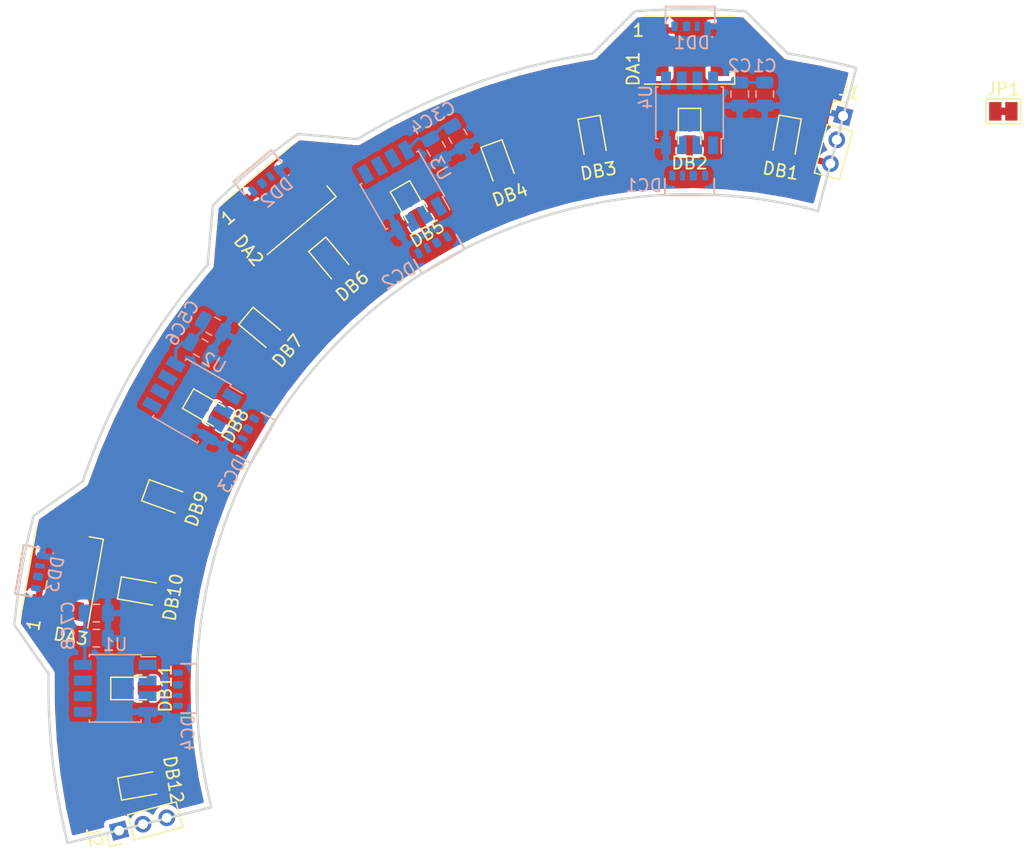
<source format=kicad_pcb>
(kicad_pcb (version 20171130) (host pcbnew 5.0.2+dfsg1-1~bpo9+1)

  (general
    (thickness 1.6)
    (drawings 17)
    (tracks 16)
    (zones 0)
    (modules 37)
    (nets 45)
  )

  (page A4)
  (layers
    (0 F.Cu signal)
    (31 B.Cu signal)
    (32 B.Adhes user)
    (33 F.Adhes user)
    (34 B.Paste user)
    (35 F.Paste user)
    (36 B.SilkS user)
    (37 F.SilkS user)
    (38 B.Mask user)
    (39 F.Mask user)
    (40 Dwgs.User user)
    (41 Cmts.User user)
    (42 Eco1.User user)
    (43 Eco2.User user)
    (44 Edge.Cuts user)
    (45 Margin user)
    (46 B.CrtYd user)
    (47 F.CrtYd user)
    (48 B.Fab user hide)
    (49 F.Fab user hide)
  )

  (setup
    (last_trace_width 0.25)
    (trace_clearance 0.2)
    (zone_clearance 0.4)
    (zone_45_only no)
    (trace_min 0.2)
    (segment_width 0.15)
    (edge_width 0.15)
    (via_size 0.8)
    (via_drill 0.4)
    (via_min_size 0.4)
    (via_min_drill 0.3)
    (uvia_size 0.3)
    (uvia_drill 0.1)
    (uvias_allowed no)
    (uvia_min_size 0.2)
    (uvia_min_drill 0.1)
    (pcb_text_width 0.3)
    (pcb_text_size 1.5 1.5)
    (mod_edge_width 0.15)
    (mod_text_size 1 1)
    (mod_text_width 0.15)
    (pad_size 1.524 1.524)
    (pad_drill 0.762)
    (pad_to_mask_clearance 0.051)
    (solder_mask_min_width 0.25)
    (aux_axis_origin 0 0)
    (visible_elements FFFFFF7F)
    (pcbplotparams
      (layerselection 0x010fc_ffffffff)
      (usegerberextensions false)
      (usegerberattributes false)
      (usegerberadvancedattributes false)
      (creategerberjobfile false)
      (excludeedgelayer true)
      (linewidth 0.100000)
      (plotframeref false)
      (viasonmask false)
      (mode 1)
      (useauxorigin false)
      (hpglpennumber 1)
      (hpglpenspeed 20)
      (hpglpendiameter 15.000000)
      (psnegative false)
      (psa4output false)
      (plotreference true)
      (plotvalue true)
      (plotinvisibletext false)
      (padsonsilk false)
      (subtractmaskfromsilk false)
      (outputformat 1)
      (mirror false)
      (drillshape 1)
      (scaleselection 1)
      (outputdirectory ""))
  )

  (net 0 "")
  (net 1 "Net-(U1-Pad5)")
  (net 2 "Net-(U1-Pad7)")
  (net 3 "Net-(U3-Pad5)")
  (net 4 "Net-(U3-Pad7)")
  (net 5 "Net-(DB9-Pad1)")
  (net 6 "Net-(DB8-Pad1)")
  (net 7 "Net-(DB7-Pad1)")
  (net 8 "Net-(DB4-Pad1)")
  (net 9 "Net-(DB5-Pad1)")
  (net 10 "Net-(DB6-Pad1)")
  (net 11 "Net-(U2-Pad7)")
  (net 12 "Net-(U2-Pad5)")
  (net 13 "Net-(DB3-Pad1)")
  (net 14 "Net-(DB2-Pad1)")
  (net 15 "Net-(DB1-Pad1)")
  (net 16 "Net-(U4-Pad7)")
  (net 17 "Net-(DB12-Pad1)")
  (net 18 "Net-(DB11-Pad1)")
  (net 19 "Net-(DB10-Pad1)")
  (net 20 "Net-(DA2-Pad4)")
  (net 21 "Net-(DA2-Pad2)")
  (net 22 "Net-(DA3-Pad2)")
  (net 23 "Net-(DA3-Pad4)")
  (net 24 "Net-(DA1-Pad2)")
  (net 25 +5V)
  (net 26 "Net-(DC2-Pad1)")
  (net 27 "Net-(DC2-Pad2)")
  (net 28 "Net-(DC2-Pad3)")
  (net 29 "Net-(DC4-Pad3)")
  (net 30 "Net-(DC4-Pad1)")
  (net 31 "Net-(DC3-Pad3)")
  (net 32 "Net-(DC3-Pad2)")
  (net 33 "Net-(DC3-Pad1)")
  (net 34 "Net-(DC1-Pad1)")
  (net 35 "Net-(DC1-Pad2)")
  (net 36 "Net-(DC1-Pad3)")
  (net 37 GND)
  (net 38 /IN_B)
  (net 39 /IN_C)
  (net 40 /SIG_OUT)
  (net 41 /IN_A)
  (net 42 "Net-(J1-Pad2)")
  (net 43 "Net-(J2-Pad1)")
  (net 44 "Net-(J2-Pad3)")

  (net_class Default "This is the default net class."
    (clearance 0.2)
    (trace_width 0.25)
    (via_dia 0.8)
    (via_drill 0.4)
    (uvia_dia 0.3)
    (uvia_drill 0.1)
    (add_net +5V)
    (add_net /IN_A)
    (add_net /IN_B)
    (add_net /IN_C)
    (add_net /SIG_OUT)
    (add_net GND)
    (add_net "Net-(DA1-Pad2)")
    (add_net "Net-(DA2-Pad2)")
    (add_net "Net-(DA2-Pad4)")
    (add_net "Net-(DA3-Pad2)")
    (add_net "Net-(DA3-Pad4)")
    (add_net "Net-(DB1-Pad1)")
    (add_net "Net-(DB10-Pad1)")
    (add_net "Net-(DB11-Pad1)")
    (add_net "Net-(DB12-Pad1)")
    (add_net "Net-(DB2-Pad1)")
    (add_net "Net-(DB3-Pad1)")
    (add_net "Net-(DB4-Pad1)")
    (add_net "Net-(DB5-Pad1)")
    (add_net "Net-(DB6-Pad1)")
    (add_net "Net-(DB7-Pad1)")
    (add_net "Net-(DB8-Pad1)")
    (add_net "Net-(DB9-Pad1)")
    (add_net "Net-(DC1-Pad1)")
    (add_net "Net-(DC1-Pad2)")
    (add_net "Net-(DC1-Pad3)")
    (add_net "Net-(DC2-Pad1)")
    (add_net "Net-(DC2-Pad2)")
    (add_net "Net-(DC2-Pad3)")
    (add_net "Net-(DC3-Pad1)")
    (add_net "Net-(DC3-Pad2)")
    (add_net "Net-(DC3-Pad3)")
    (add_net "Net-(DC4-Pad1)")
    (add_net "Net-(DC4-Pad3)")
    (add_net "Net-(J1-Pad2)")
    (add_net "Net-(J2-Pad1)")
    (add_net "Net-(J2-Pad3)")
    (add_net "Net-(U1-Pad5)")
    (add_net "Net-(U1-Pad7)")
    (add_net "Net-(U2-Pad5)")
    (add_net "Net-(U2-Pad7)")
    (add_net "Net-(U3-Pad5)")
    (add_net "Net-(U3-Pad7)")
    (add_net "Net-(U4-Pad7)")
  )

  (module Connector_PinHeader_2.00mm:PinHeader_1x03_P2.00mm_Vertical (layer F.Cu) (tedit 59FED667) (tstamp 5DE00D9B)
    (at 160.782 69.342 345)
    (descr "Through hole straight pin header, 1x03, 2.00mm pitch, single row")
    (tags "Through hole pin header THT 1x03 2.00mm single row")
    (path /5DE0950A)
    (fp_text reference J1 (at 0 -2.06 345) (layer F.SilkS)
      (effects (font (size 1 1) (thickness 0.15)))
    )
    (fp_text value Conn_01x03_Female (at 0 6.06 345) (layer F.Fab)
      (effects (font (size 1 1) (thickness 0.15)))
    )
    (fp_text user %R (at 0 2 75) (layer F.Fab)
      (effects (font (size 1 1) (thickness 0.15)))
    )
    (fp_line (start 1.5 -1.5) (end -1.5 -1.5) (layer F.CrtYd) (width 0.05))
    (fp_line (start 1.5 5.5) (end 1.5 -1.5) (layer F.CrtYd) (width 0.05))
    (fp_line (start -1.5 5.5) (end 1.5 5.5) (layer F.CrtYd) (width 0.05))
    (fp_line (start -1.5 -1.5) (end -1.5 5.5) (layer F.CrtYd) (width 0.05))
    (fp_line (start -1.06 -1.06) (end 0 -1.06) (layer F.SilkS) (width 0.12))
    (fp_line (start -1.06 0) (end -1.06 -1.06) (layer F.SilkS) (width 0.12))
    (fp_line (start -1.06 1) (end 1.06 1) (layer F.SilkS) (width 0.12))
    (fp_line (start 1.06 1) (end 1.06 5.06) (layer F.SilkS) (width 0.12))
    (fp_line (start -1.06 1) (end -1.06 5.06) (layer F.SilkS) (width 0.12))
    (fp_line (start -1.06 5.06) (end 1.06 5.06) (layer F.SilkS) (width 0.12))
    (fp_line (start -1 -0.5) (end -0.5 -1) (layer F.Fab) (width 0.1))
    (fp_line (start -1 5) (end -1 -0.5) (layer F.Fab) (width 0.1))
    (fp_line (start 1 5) (end -1 5) (layer F.Fab) (width 0.1))
    (fp_line (start 1 -1) (end 1 5) (layer F.Fab) (width 0.1))
    (fp_line (start -0.5 -1) (end 1 -1) (layer F.Fab) (width 0.1))
    (pad 3 thru_hole oval (at 0 4 345) (size 1.35 1.35) (drill 0.8) (layers *.Cu *.Mask)
      (net 25 +5V))
    (pad 2 thru_hole oval (at 0 2 345) (size 1.35 1.35) (drill 0.8) (layers *.Cu *.Mask)
      (net 42 "Net-(J1-Pad2)"))
    (pad 1 thru_hole rect (at 0 0 345) (size 1.35 1.35) (drill 0.8) (layers *.Cu *.Mask)
      (net 37 GND))
    (model ${KISYS3DMOD}/Connector_PinHeader_2.00mm.3dshapes/PinHeader_1x03_P2.00mm_Vertical.wrl
      (at (xyz 0 0 0))
      (scale (xyz 1 1 1))
      (rotate (xyz 0 0 0))
    )
  )

  (module Connector_PinHeader_2.00mm:PinHeader_1x03_P2.00mm_Vertical (layer F.Cu) (tedit 59FED667) (tstamp 5DE00D84)
    (at 102.108 127.254 105)
    (descr "Through hole straight pin header, 1x03, 2.00mm pitch, single row")
    (tags "Through hole pin header THT 1x03 2.00mm single row")
    (path /5DE0969D)
    (fp_text reference J2 (at 0 -2.06 105) (layer F.SilkS)
      (effects (font (size 1 1) (thickness 0.15)))
    )
    (fp_text value Conn_01x03_Female (at 0 6.06 105) (layer F.Fab)
      (effects (font (size 1 1) (thickness 0.15)))
    )
    (fp_line (start -0.5 -1) (end 1 -1) (layer F.Fab) (width 0.1))
    (fp_line (start 1 -1) (end 1 5) (layer F.Fab) (width 0.1))
    (fp_line (start 1 5) (end -1 5) (layer F.Fab) (width 0.1))
    (fp_line (start -1 5) (end -1 -0.5) (layer F.Fab) (width 0.1))
    (fp_line (start -1 -0.5) (end -0.5 -1) (layer F.Fab) (width 0.1))
    (fp_line (start -1.06 5.06) (end 1.06 5.06) (layer F.SilkS) (width 0.12))
    (fp_line (start -1.06 1) (end -1.06 5.06) (layer F.SilkS) (width 0.12))
    (fp_line (start 1.06 1) (end 1.06 5.06) (layer F.SilkS) (width 0.12))
    (fp_line (start -1.06 1) (end 1.06 1) (layer F.SilkS) (width 0.12))
    (fp_line (start -1.06 0) (end -1.06 -1.06) (layer F.SilkS) (width 0.12))
    (fp_line (start -1.06 -1.06) (end 0 -1.06) (layer F.SilkS) (width 0.12))
    (fp_line (start -1.5 -1.5) (end -1.5 5.5) (layer F.CrtYd) (width 0.05))
    (fp_line (start -1.5 5.5) (end 1.5 5.5) (layer F.CrtYd) (width 0.05))
    (fp_line (start 1.5 5.5) (end 1.5 -1.5) (layer F.CrtYd) (width 0.05))
    (fp_line (start 1.5 -1.5) (end -1.5 -1.5) (layer F.CrtYd) (width 0.05))
    (fp_text user %R (at 0 2 195) (layer F.Fab)
      (effects (font (size 1 1) (thickness 0.15)))
    )
    (pad 1 thru_hole rect (at 0 0 105) (size 1.35 1.35) (drill 0.8) (layers *.Cu *.Mask)
      (net 43 "Net-(J2-Pad1)"))
    (pad 2 thru_hole oval (at 0 2 105) (size 1.35 1.35) (drill 0.8) (layers *.Cu *.Mask)
      (net 40 /SIG_OUT))
    (pad 3 thru_hole oval (at 0 4 105) (size 1.35 1.35) (drill 0.8) (layers *.Cu *.Mask)
      (net 44 "Net-(J2-Pad3)"))
    (model ${KISYS3DMOD}/Connector_PinHeader_2.00mm.3dshapes/PinHeader_1x03_P2.00mm_Vertical.wrl
      (at (xyz 0 0 0))
      (scale (xyz 1 1 1))
      (rotate (xyz 0 0 0))
    )
  )

  (module Jumper:SolderJumper-2_P1.3mm_Bridged_Pad1.0x1.5mm (layer F.Cu) (tedit 5B391424) (tstamp 5DE00D6D)
    (at 173.764001 68.966001)
    (descr "SMD Solder Jumper, 1x1.5mm Pads, 0.3mm gap, bridged with 1 copper strip")
    (tags "solder jumper open")
    (path /5DE11BC5)
    (attr virtual)
    (fp_text reference JP1 (at 0 -1.8) (layer F.SilkS)
      (effects (font (size 1 1) (thickness 0.15)))
    )
    (fp_text value Jumper_NC_Small (at 0 1.9) (layer F.Fab)
      (effects (font (size 1 1) (thickness 0.15)))
    )
    (fp_line (start -1.4 1) (end -1.4 -1) (layer F.SilkS) (width 0.12))
    (fp_line (start 1.4 1) (end -1.4 1) (layer F.SilkS) (width 0.12))
    (fp_line (start 1.4 -1) (end 1.4 1) (layer F.SilkS) (width 0.12))
    (fp_line (start -1.4 -1) (end 1.4 -1) (layer F.SilkS) (width 0.12))
    (fp_line (start -1.65 -1.25) (end 1.65 -1.25) (layer F.CrtYd) (width 0.05))
    (fp_line (start -1.65 -1.25) (end -1.65 1.25) (layer F.CrtYd) (width 0.05))
    (fp_line (start 1.65 1.25) (end 1.65 -1.25) (layer F.CrtYd) (width 0.05))
    (fp_line (start 1.65 1.25) (end -1.65 1.25) (layer F.CrtYd) (width 0.05))
    (pad 1 smd custom (at -0.65 0) (size 1 1.5) (layers F.Cu F.Mask)
      (net 42 "Net-(J1-Pad2)")
      (options (clearance outline) (anchor rect))
      (primitives
        (gr_poly (pts
           (xy 0.4 -0.3) (xy 0.9 -0.3) (xy 0.9 0.3) (xy 0.4 0.3)) (width 0))
      ))
    (pad 2 smd rect (at 0.65 0) (size 1 1.5) (layers F.Cu F.Mask)
      (net 41 /IN_A))
  )

  (module Capacitor_SMD:C_0805_2012Metric (layer B.Cu) (tedit 5DDE9070) (tstamp 5DDF343E)
    (at 100.264 111.66)
    (descr "Capacitor SMD 0805 (2012 Metric), square (rectangular) end terminal, IPC_7351 nominal, (Body size source: https://docs.google.com/spreadsheets/d/1BsfQQcO9C6DZCsRaXUlFlo91Tg2WpOkGARC1WS5S8t0/edit?usp=sharing), generated with kicad-footprint-generator")
    (tags capacitor)
    (path /5DE00A42)
    (attr smd)
    (fp_text reference C8 (at -2.286 0 90) (layer B.SilkS)
      (effects (font (size 1 1) (thickness 0.15)) (justify mirror))
    )
    (fp_text value 100nF (at 0 -1.65) (layer B.Fab)
      (effects (font (size 1 1) (thickness 0.15)) (justify mirror))
    )
    (fp_line (start -1 -0.6) (end -1 0.6) (layer B.Fab) (width 0.1))
    (fp_line (start -1 0.6) (end 1 0.6) (layer B.Fab) (width 0.1))
    (fp_line (start 1 0.6) (end 1 -0.6) (layer B.Fab) (width 0.1))
    (fp_line (start 1 -0.6) (end -1 -0.6) (layer B.Fab) (width 0.1))
    (fp_line (start -0.258578 0.71) (end 0.258578 0.71) (layer B.SilkS) (width 0.12))
    (fp_line (start -0.258578 -0.71) (end 0.258578 -0.71) (layer B.SilkS) (width 0.12))
    (fp_line (start -1.68 -0.95) (end -1.68 0.95) (layer B.CrtYd) (width 0.05))
    (fp_line (start -1.68 0.95) (end 1.68 0.95) (layer B.CrtYd) (width 0.05))
    (fp_line (start 1.68 0.95) (end 1.68 -0.95) (layer B.CrtYd) (width 0.05))
    (fp_line (start 1.68 -0.95) (end -1.68 -0.95) (layer B.CrtYd) (width 0.05))
    (fp_text user %R (at 0 0) (layer B.Fab)
      (effects (font (size 0.5 0.5) (thickness 0.08)) (justify mirror))
    )
    (pad 1 smd roundrect (at -0.9375 0) (size 0.975 1.4) (layers B.Cu B.Paste B.Mask) (roundrect_rratio 0.25)
      (net 25 +5V))
    (pad 2 smd roundrect (at 0.9375 0) (size 0.975 1.4) (layers B.Cu B.Paste B.Mask) (roundrect_rratio 0.25)
      (net 37 GND))
    (model ${KISYS3DMOD}/Capacitor_SMD.3dshapes/C_0805_2012Metric.wrl
      (at (xyz 0 0 0))
      (scale (xyz 1 1 1))
      (rotate (xyz 0 0 0))
    )
  )

  (module Capacitor_SMD:C_0805_2012Metric (layer B.Cu) (tedit 5DDE9064) (tstamp 5DDF342E)
    (at 108.720322 88.140578 330)
    (descr "Capacitor SMD 0805 (2012 Metric), square (rectangular) end terminal, IPC_7351 nominal, (Body size source: https://docs.google.com/spreadsheets/d/1BsfQQcO9C6DZCsRaXUlFlo91Tg2WpOkGARC1WS5S8t0/edit?usp=sharing), generated with kicad-footprint-generator")
    (tags capacitor)
    (path /5DDFF8ED)
    (attr smd)
    (fp_text reference C6 (at -2.286 0 60) (layer B.SilkS)
      (effects (font (size 1 1) (thickness 0.15)) (justify mirror))
    )
    (fp_text value 100nF (at 0 -1.65 330) (layer B.Fab)
      (effects (font (size 1 1) (thickness 0.15)) (justify mirror))
    )
    (fp_line (start -1 -0.6) (end -1 0.6) (layer B.Fab) (width 0.1))
    (fp_line (start -1 0.6) (end 1 0.6) (layer B.Fab) (width 0.1))
    (fp_line (start 1 0.6) (end 1 -0.6) (layer B.Fab) (width 0.1))
    (fp_line (start 1 -0.6) (end -1 -0.6) (layer B.Fab) (width 0.1))
    (fp_line (start -0.258578 0.71) (end 0.258578 0.71) (layer B.SilkS) (width 0.12))
    (fp_line (start -0.258578 -0.71) (end 0.258578 -0.71) (layer B.SilkS) (width 0.12))
    (fp_line (start -1.68 -0.95) (end -1.68 0.95) (layer B.CrtYd) (width 0.05))
    (fp_line (start -1.68 0.95) (end 1.68 0.95) (layer B.CrtYd) (width 0.05))
    (fp_line (start 1.68 0.95) (end 1.68 -0.95) (layer B.CrtYd) (width 0.05))
    (fp_line (start 1.68 -0.95) (end -1.68 -0.95) (layer B.CrtYd) (width 0.05))
    (fp_text user %R (at 0 0 330) (layer B.Fab)
      (effects (font (size 0.5 0.5) (thickness 0.08)) (justify mirror))
    )
    (pad 1 smd roundrect (at -0.9375 0 330) (size 0.975 1.4) (layers B.Cu B.Paste B.Mask) (roundrect_rratio 0.25)
      (net 25 +5V))
    (pad 2 smd roundrect (at 0.9375 0 330) (size 0.975 1.4) (layers B.Cu B.Paste B.Mask) (roundrect_rratio 0.25)
      (net 37 GND))
    (model ${KISYS3DMOD}/Capacitor_SMD.3dshapes/C_0805_2012Metric.wrl
      (at (xyz 0 0 0))
      (scale (xyz 1 1 1))
      (rotate (xyz 0 0 0))
    )
  )

  (module Capacitor_SMD:C_0805_2012Metric (layer B.Cu) (tedit 5DDE905A) (tstamp 5DDF341E)
    (at 127.803422 72.000322 300)
    (descr "Capacitor SMD 0805 (2012 Metric), square (rectangular) end terminal, IPC_7351 nominal, (Body size source: https://docs.google.com/spreadsheets/d/1BsfQQcO9C6DZCsRaXUlFlo91Tg2WpOkGARC1WS5S8t0/edit?usp=sharing), generated with kicad-footprint-generator")
    (tags capacitor)
    (path /5DDFEA21)
    (attr smd)
    (fp_text reference C4 (at -2.286 0 30) (layer B.SilkS)
      (effects (font (size 1 1) (thickness 0.15)) (justify mirror))
    )
    (fp_text value 100nF (at 0 -1.65 300) (layer B.Fab)
      (effects (font (size 1 1) (thickness 0.15)) (justify mirror))
    )
    (fp_line (start -1 -0.6) (end -1 0.6) (layer B.Fab) (width 0.1))
    (fp_line (start -1 0.6) (end 1 0.6) (layer B.Fab) (width 0.1))
    (fp_line (start 1 0.6) (end 1 -0.6) (layer B.Fab) (width 0.1))
    (fp_line (start 1 -0.6) (end -1 -0.6) (layer B.Fab) (width 0.1))
    (fp_line (start -0.258578 0.71) (end 0.258578 0.71) (layer B.SilkS) (width 0.12))
    (fp_line (start -0.258578 -0.71) (end 0.258578 -0.71) (layer B.SilkS) (width 0.12))
    (fp_line (start -1.68 -0.95) (end -1.68 0.95) (layer B.CrtYd) (width 0.05))
    (fp_line (start -1.68 0.95) (end 1.68 0.95) (layer B.CrtYd) (width 0.05))
    (fp_line (start 1.68 0.95) (end 1.68 -0.95) (layer B.CrtYd) (width 0.05))
    (fp_line (start 1.68 -0.95) (end -1.68 -0.95) (layer B.CrtYd) (width 0.05))
    (fp_text user %R (at 0 0 300) (layer B.Fab)
      (effects (font (size 0.5 0.5) (thickness 0.08)) (justify mirror))
    )
    (pad 1 smd roundrect (at -0.9375 0 300) (size 0.975 1.4) (layers B.Cu B.Paste B.Mask) (roundrect_rratio 0.25)
      (net 25 +5V))
    (pad 2 smd roundrect (at 0.9375 0 300) (size 0.975 1.4) (layers B.Cu B.Paste B.Mask) (roundrect_rratio 0.25)
      (net 37 GND))
    (model ${KISYS3DMOD}/Capacitor_SMD.3dshapes/C_0805_2012Metric.wrl
      (at (xyz 0 0 0))
      (scale (xyz 1 1 1))
      (rotate (xyz 0 0 0))
    )
  )

  (module Capacitor_SMD:C_0805_2012Metric (layer B.Cu) (tedit 5DDE9069) (tstamp 5DDF340E)
    (at 100.264 109.628)
    (descr "Capacitor SMD 0805 (2012 Metric), square (rectangular) end terminal, IPC_7351 nominal, (Body size source: https://docs.google.com/spreadsheets/d/1BsfQQcO9C6DZCsRaXUlFlo91Tg2WpOkGARC1WS5S8t0/edit?usp=sharing), generated with kicad-footprint-generator")
    (tags capacitor)
    (path /5DE00A3B)
    (attr smd)
    (fp_text reference C7 (at -2.286 0 -90) (layer B.SilkS)
      (effects (font (size 1 1) (thickness 0.15)) (justify mirror))
    )
    (fp_text value 10uF (at 0 -1.65) (layer B.Fab)
      (effects (font (size 1 1) (thickness 0.15)) (justify mirror))
    )
    (fp_text user %R (at 0 0) (layer B.Fab)
      (effects (font (size 0.5 0.5) (thickness 0.08)) (justify mirror))
    )
    (fp_line (start 1.68 -0.95) (end -1.68 -0.95) (layer B.CrtYd) (width 0.05))
    (fp_line (start 1.68 0.95) (end 1.68 -0.95) (layer B.CrtYd) (width 0.05))
    (fp_line (start -1.68 0.95) (end 1.68 0.95) (layer B.CrtYd) (width 0.05))
    (fp_line (start -1.68 -0.95) (end -1.68 0.95) (layer B.CrtYd) (width 0.05))
    (fp_line (start -0.258578 -0.71) (end 0.258578 -0.71) (layer B.SilkS) (width 0.12))
    (fp_line (start -0.258578 0.71) (end 0.258578 0.71) (layer B.SilkS) (width 0.12))
    (fp_line (start 1 -0.6) (end -1 -0.6) (layer B.Fab) (width 0.1))
    (fp_line (start 1 0.6) (end 1 -0.6) (layer B.Fab) (width 0.1))
    (fp_line (start -1 0.6) (end 1 0.6) (layer B.Fab) (width 0.1))
    (fp_line (start -1 -0.6) (end -1 0.6) (layer B.Fab) (width 0.1))
    (pad 2 smd roundrect (at 0.9375 0) (size 0.975 1.4) (layers B.Cu B.Paste B.Mask) (roundrect_rratio 0.25)
      (net 37 GND))
    (pad 1 smd roundrect (at -0.9375 0) (size 0.975 1.4) (layers B.Cu B.Paste B.Mask) (roundrect_rratio 0.25)
      (net 25 +5V))
    (model ${KISYS3DMOD}/Capacitor_SMD.3dshapes/C_0805_2012Metric.wrl
      (at (xyz 0 0 0))
      (scale (xyz 1 1 1))
      (rotate (xyz 0 0 0))
    )
  )

  (module Capacitor_SMD:C_0805_2012Metric (layer B.Cu) (tedit 5DDE905F) (tstamp 5DDF33FE)
    (at 109.736322 86.380814 330)
    (descr "Capacitor SMD 0805 (2012 Metric), square (rectangular) end terminal, IPC_7351 nominal, (Body size source: https://docs.google.com/spreadsheets/d/1BsfQQcO9C6DZCsRaXUlFlo91Tg2WpOkGARC1WS5S8t0/edit?usp=sharing), generated with kicad-footprint-generator")
    (tags capacitor)
    (path /5DDFF8E6)
    (attr smd)
    (fp_text reference C5 (at -2.286 0 240) (layer B.SilkS)
      (effects (font (size 1 1) (thickness 0.15)) (justify mirror))
    )
    (fp_text value 10uF (at 0 -1.65 330) (layer B.Fab)
      (effects (font (size 1 1) (thickness 0.15)) (justify mirror))
    )
    (fp_text user %R (at 0 0 330) (layer B.Fab)
      (effects (font (size 0.5 0.5) (thickness 0.08)) (justify mirror))
    )
    (fp_line (start 1.68 -0.95) (end -1.68 -0.95) (layer B.CrtYd) (width 0.05))
    (fp_line (start 1.68 0.95) (end 1.68 -0.95) (layer B.CrtYd) (width 0.05))
    (fp_line (start -1.68 0.95) (end 1.68 0.95) (layer B.CrtYd) (width 0.05))
    (fp_line (start -1.68 -0.95) (end -1.68 0.95) (layer B.CrtYd) (width 0.05))
    (fp_line (start -0.258578 -0.71) (end 0.258578 -0.71) (layer B.SilkS) (width 0.12))
    (fp_line (start -0.258578 0.71) (end 0.258578 0.71) (layer B.SilkS) (width 0.12))
    (fp_line (start 1 -0.6) (end -1 -0.6) (layer B.Fab) (width 0.1))
    (fp_line (start 1 0.6) (end 1 -0.6) (layer B.Fab) (width 0.1))
    (fp_line (start -1 0.6) (end 1 0.6) (layer B.Fab) (width 0.1))
    (fp_line (start -1 -0.6) (end -1 0.6) (layer B.Fab) (width 0.1))
    (pad 2 smd roundrect (at 0.9375 0 330) (size 0.975 1.4) (layers B.Cu B.Paste B.Mask) (roundrect_rratio 0.25)
      (net 37 GND))
    (pad 1 smd roundrect (at -0.9375 0 330) (size 0.975 1.4) (layers B.Cu B.Paste B.Mask) (roundrect_rratio 0.25)
      (net 25 +5V))
    (model ${KISYS3DMOD}/Capacitor_SMD.3dshapes/C_0805_2012Metric.wrl
      (at (xyz 0 0 0))
      (scale (xyz 1 1 1))
      (rotate (xyz 0 0 0))
    )
  )

  (module Capacitor_SMD:C_0805_2012Metric (layer B.Cu) (tedit 5DDE9057) (tstamp 5DDF33EE)
    (at 129.563186 70.984322 300)
    (descr "Capacitor SMD 0805 (2012 Metric), square (rectangular) end terminal, IPC_7351 nominal, (Body size source: https://docs.google.com/spreadsheets/d/1BsfQQcO9C6DZCsRaXUlFlo91Tg2WpOkGARC1WS5S8t0/edit?usp=sharing), generated with kicad-footprint-generator")
    (tags capacitor)
    (path /5DDFEA1A)
    (attr smd)
    (fp_text reference C3 (at -2.286 0 210) (layer B.SilkS)
      (effects (font (size 1 1) (thickness 0.15)) (justify mirror))
    )
    (fp_text value 10uF (at 0 -1.65 300) (layer B.Fab)
      (effects (font (size 1 1) (thickness 0.15)) (justify mirror))
    )
    (fp_text user %R (at 0 0 300) (layer B.Fab)
      (effects (font (size 0.5 0.5) (thickness 0.08)) (justify mirror))
    )
    (fp_line (start 1.68 -0.95) (end -1.68 -0.95) (layer B.CrtYd) (width 0.05))
    (fp_line (start 1.68 0.95) (end 1.68 -0.95) (layer B.CrtYd) (width 0.05))
    (fp_line (start -1.68 0.95) (end 1.68 0.95) (layer B.CrtYd) (width 0.05))
    (fp_line (start -1.68 -0.95) (end -1.68 0.95) (layer B.CrtYd) (width 0.05))
    (fp_line (start -0.258578 -0.71) (end 0.258578 -0.71) (layer B.SilkS) (width 0.12))
    (fp_line (start -0.258578 0.71) (end 0.258578 0.71) (layer B.SilkS) (width 0.12))
    (fp_line (start 1 -0.6) (end -1 -0.6) (layer B.Fab) (width 0.1))
    (fp_line (start 1 0.6) (end 1 -0.6) (layer B.Fab) (width 0.1))
    (fp_line (start -1 0.6) (end 1 0.6) (layer B.Fab) (width 0.1))
    (fp_line (start -1 -0.6) (end -1 0.6) (layer B.Fab) (width 0.1))
    (pad 2 smd roundrect (at 0.9375 0 300) (size 0.975 1.4) (layers B.Cu B.Paste B.Mask) (roundrect_rratio 0.25)
      (net 37 GND))
    (pad 1 smd roundrect (at -0.9375 0 300) (size 0.975 1.4) (layers B.Cu B.Paste B.Mask) (roundrect_rratio 0.25)
      (net 25 +5V))
    (model ${KISYS3DMOD}/Capacitor_SMD.3dshapes/C_0805_2012Metric.wrl
      (at (xyz 0 0 0))
      (scale (xyz 1 1 1))
      (rotate (xyz 0 0 0))
    )
  )

  (module Capacitor_SMD:C_0805_2012Metric (layer B.Cu) (tedit 5B36C52B) (tstamp 5DDF30EA)
    (at 152.4 67.564 270)
    (descr "Capacitor SMD 0805 (2012 Metric), square (rectangular) end terminal, IPC_7351 nominal, (Body size source: https://docs.google.com/spreadsheets/d/1BsfQQcO9C6DZCsRaXUlFlo91Tg2WpOkGARC1WS5S8t0/edit?usp=sharing), generated with kicad-footprint-generator")
    (tags capacitor)
    (path /5DDFC88F)
    (attr smd)
    (fp_text reference C2 (at -2.286 0) (layer B.SilkS)
      (effects (font (size 1 1) (thickness 0.15)) (justify mirror))
    )
    (fp_text value 100nF (at 0 -1.65 270) (layer B.Fab)
      (effects (font (size 1 1) (thickness 0.15)) (justify mirror))
    )
    (fp_text user %R (at 0 0 270) (layer B.Fab)
      (effects (font (size 0.5 0.5) (thickness 0.08)) (justify mirror))
    )
    (fp_line (start 1.68 -0.95) (end -1.68 -0.95) (layer B.CrtYd) (width 0.05))
    (fp_line (start 1.68 0.95) (end 1.68 -0.95) (layer B.CrtYd) (width 0.05))
    (fp_line (start -1.68 0.95) (end 1.68 0.95) (layer B.CrtYd) (width 0.05))
    (fp_line (start -1.68 -0.95) (end -1.68 0.95) (layer B.CrtYd) (width 0.05))
    (fp_line (start -0.258578 -0.71) (end 0.258578 -0.71) (layer B.SilkS) (width 0.12))
    (fp_line (start -0.258578 0.71) (end 0.258578 0.71) (layer B.SilkS) (width 0.12))
    (fp_line (start 1 -0.6) (end -1 -0.6) (layer B.Fab) (width 0.1))
    (fp_line (start 1 0.6) (end 1 -0.6) (layer B.Fab) (width 0.1))
    (fp_line (start -1 0.6) (end 1 0.6) (layer B.Fab) (width 0.1))
    (fp_line (start -1 -0.6) (end -1 0.6) (layer B.Fab) (width 0.1))
    (pad 2 smd roundrect (at 0.9375 0 270) (size 0.975 1.4) (layers B.Cu B.Paste B.Mask) (roundrect_rratio 0.25)
      (net 37 GND))
    (pad 1 smd roundrect (at -0.9375 0 270) (size 0.975 1.4) (layers B.Cu B.Paste B.Mask) (roundrect_rratio 0.25)
      (net 25 +5V))
    (model ${KISYS3DMOD}/Capacitor_SMD.3dshapes/C_0805_2012Metric.wrl
      (at (xyz 0 0 0))
      (scale (xyz 1 1 1))
      (rotate (xyz 0 0 0))
    )
  )

  (module Capacitor_SMD:C_0805_2012Metric (layer B.Cu) (tedit 5B36C52B) (tstamp 5DDF3073)
    (at 154.432 67.564 270)
    (descr "Capacitor SMD 0805 (2012 Metric), square (rectangular) end terminal, IPC_7351 nominal, (Body size source: https://docs.google.com/spreadsheets/d/1BsfQQcO9C6DZCsRaXUlFlo91Tg2WpOkGARC1WS5S8t0/edit?usp=sharing), generated with kicad-footprint-generator")
    (tags capacitor)
    (path /5DDFC66C)
    (attr smd)
    (fp_text reference C1 (at -2.286 0 180) (layer B.SilkS)
      (effects (font (size 1 1) (thickness 0.15)) (justify mirror))
    )
    (fp_text value 10uF (at 0 -1.65 270) (layer B.Fab)
      (effects (font (size 1 1) (thickness 0.15)) (justify mirror))
    )
    (fp_line (start -1 -0.6) (end -1 0.6) (layer B.Fab) (width 0.1))
    (fp_line (start -1 0.6) (end 1 0.6) (layer B.Fab) (width 0.1))
    (fp_line (start 1 0.6) (end 1 -0.6) (layer B.Fab) (width 0.1))
    (fp_line (start 1 -0.6) (end -1 -0.6) (layer B.Fab) (width 0.1))
    (fp_line (start -0.258578 0.71) (end 0.258578 0.71) (layer B.SilkS) (width 0.12))
    (fp_line (start -0.258578 -0.71) (end 0.258578 -0.71) (layer B.SilkS) (width 0.12))
    (fp_line (start -1.68 -0.95) (end -1.68 0.95) (layer B.CrtYd) (width 0.05))
    (fp_line (start -1.68 0.95) (end 1.68 0.95) (layer B.CrtYd) (width 0.05))
    (fp_line (start 1.68 0.95) (end 1.68 -0.95) (layer B.CrtYd) (width 0.05))
    (fp_line (start 1.68 -0.95) (end -1.68 -0.95) (layer B.CrtYd) (width 0.05))
    (fp_text user %R (at 0 0 270) (layer B.Fab)
      (effects (font (size 0.5 0.5) (thickness 0.08)) (justify mirror))
    )
    (pad 1 smd roundrect (at -0.9375 0 270) (size 0.975 1.4) (layers B.Cu B.Paste B.Mask) (roundrect_rratio 0.25)
      (net 25 +5V))
    (pad 2 smd roundrect (at 0.9375 0 270) (size 0.975 1.4) (layers B.Cu B.Paste B.Mask) (roundrect_rratio 0.25)
      (net 37 GND))
    (model ${KISYS3DMOD}/Capacitor_SMD.3dshapes/C_0805_2012Metric.wrl
      (at (xyz 0 0 0))
      (scale (xyz 1 1 1))
      (rotate (xyz 0 0 0))
    )
  )

  (module Package_SO:SSOP-8_3.95x5.21x3.27mm_P1.27mm (layer B.Cu) (tedit 5DDE8E87) (tstamp 5DDF1182)
    (at 101.788 115.724 180)
    (descr "SSOP-8 3.95x5.21x3.27mm Pitch 1.27mm")
    (tags "SSOP-8 3.95x5.21x3.27mm 1.27mm")
    (path /5DDC4C10)
    (attr smd)
    (fp_text reference U1 (at 0 3.55 180) (layer B.SilkS)
      (effects (font (size 1 1) (thickness 0.15)) (justify mirror))
    )
    (fp_text value WS2811 (at 0 -3.75 180) (layer B.Fab)
      (effects (font (size 1 1) (thickness 0.15)) (justify mirror))
    )
    (fp_line (start -2.1 2.56) (end -3.29 2.56) (layer B.SilkS) (width 0.12))
    (fp_line (start -2.1 2.73) (end -2.1 2.56) (layer B.SilkS) (width 0.12))
    (fp_line (start 2.1 2.73) (end 2.1 2.56) (layer B.SilkS) (width 0.12))
    (fp_line (start -2.1 -2.57) (end -2.1 -2.74) (layer B.SilkS) (width 0.12))
    (fp_line (start 2.1 -2.56) (end 2.1 -2.73) (layer B.SilkS) (width 0.12))
    (fp_line (start 2.23 2.55) (end 2.23 2.85) (layer B.CrtYd) (width 0.05))
    (fp_line (start 2.23 -2.86) (end 2.23 -2.56) (layer B.CrtYd) (width 0.05))
    (fp_line (start -2.23 -2.86) (end -2.23 -2.56) (layer B.CrtYd) (width 0.05))
    (fp_line (start -3.6 -2.56) (end -2.23 -2.56) (layer B.CrtYd) (width 0.05))
    (fp_line (start 2.23 -2.56) (end 3.6 -2.56) (layer B.CrtYd) (width 0.05))
    (fp_line (start 2.23 2.56) (end 3.6 2.56) (layer B.CrtYd) (width 0.05))
    (fp_line (start -3.6 2.56) (end -2.23 2.56) (layer B.CrtYd) (width 0.05))
    (fp_line (start 3.6 -2.56) (end 3.6 2.56) (layer B.CrtYd) (width 0.05))
    (fp_line (start -3.6 -2.56) (end -3.6 2.56) (layer B.CrtYd) (width 0.05))
    (fp_line (start -2.23 2.86) (end 2.23 2.86) (layer B.CrtYd) (width 0.05))
    (fp_line (start -2.23 2.56) (end -2.23 2.86) (layer B.CrtYd) (width 0.05))
    (fp_line (start 2.23 -2.86) (end -2.23 -2.86) (layer B.CrtYd) (width 0.05))
    (fp_line (start 2.1 -2.73) (end -2.1 -2.73) (layer B.SilkS) (width 0.12))
    (fp_line (start 2.1 2.73) (end -2.1 2.73) (layer B.SilkS) (width 0.12))
    (fp_line (start -0.975 2.605) (end -1.975 1.605) (layer B.Fab) (width 0.1))
    (fp_line (start -0.975 2.605) (end 1.975 2.605) (layer B.Fab) (width 0.1))
    (fp_line (start -1.975 -2.605) (end -1.975 1.605) (layer B.Fab) (width 0.1))
    (fp_line (start 1.975 -2.605) (end -1.975 -2.605) (layer B.Fab) (width 0.1))
    (fp_line (start 1.975 2.605) (end 1.975 -2.605) (layer B.Fab) (width 0.1))
    (fp_text user %R (at 0 0 180) (layer B.Fab)
      (effects (font (size 0.6 0.6) (thickness 0.15)) (justify mirror))
    )
    (pad 1 smd rect (at -2.625 1.905 180) (size 1.45 0.8) (layers B.Cu B.Paste B.Mask)
      (net 19 "Net-(DB10-Pad1)"))
    (pad 2 smd rect (at -2.625 0.635 180) (size 1.45 0.8) (layers B.Cu B.Paste B.Mask)
      (net 18 "Net-(DB11-Pad1)"))
    (pad 3 smd rect (at -2.625 -0.635 180) (size 1.45 0.8) (layers B.Cu B.Paste B.Mask)
      (net 17 "Net-(DB12-Pad1)"))
    (pad 4 smd rect (at -2.625 -1.905 180) (size 1.45 0.8) (layers B.Cu B.Paste B.Mask)
      (net 37 GND))
    (pad 8 smd rect (at 2.625 1.905 180) (size 1.45 0.8) (layers B.Cu B.Paste B.Mask)
      (net 25 +5V))
    (pad 7 smd rect (at 2.625 0.635 180) (size 1.45 0.8) (layers B.Cu B.Paste B.Mask)
      (net 2 "Net-(U1-Pad7)"))
    (pad 6 smd rect (at 2.625 -0.635 180) (size 1.45 0.8) (layers B.Cu B.Paste B.Mask)
      (net 38 /IN_B))
    (pad 5 smd rect (at 2.625 -1.905 180) (size 1.45 0.8) (layers B.Cu B.Paste B.Mask)
      (net 1 "Net-(U1-Pad5)"))
    (model ${KISYS3DMOD}/Package_SO.3dshapes/SSOP-8_3.95x5.21x3.27mm_P1.27mm.wrl
      (at (xyz 0 0 0))
      (scale (xyz 1 1 1))
      (rotate (xyz 0 0 0))
    )
  )

  (module Package_SO:SSOP-8_3.95x5.21x3.27mm_P1.27mm (layer B.Cu) (tedit 5DDE8E83) (tstamp 5DDF115E)
    (at 108.008144 92.422105 150)
    (descr "SSOP-8 3.95x5.21x3.27mm Pitch 1.27mm")
    (tags "SSOP-8 3.95x5.21x3.27mm 1.27mm")
    (path /5DDC4B08)
    (attr smd)
    (fp_text reference U2 (at 0 3.55 150) (layer B.SilkS)
      (effects (font (size 1 1) (thickness 0.15)) (justify mirror))
    )
    (fp_text value WS2811 (at 0 -3.75 150) (layer B.Fab)
      (effects (font (size 1 1) (thickness 0.15)) (justify mirror))
    )
    (fp_line (start -2.1 2.56) (end -3.29 2.56) (layer B.SilkS) (width 0.12))
    (fp_line (start -2.1 2.73) (end -2.1 2.56) (layer B.SilkS) (width 0.12))
    (fp_line (start 2.1 2.73) (end 2.1 2.56) (layer B.SilkS) (width 0.12))
    (fp_line (start -2.1 -2.57) (end -2.1 -2.74) (layer B.SilkS) (width 0.12))
    (fp_line (start 2.1 -2.56) (end 2.1 -2.73) (layer B.SilkS) (width 0.12))
    (fp_line (start 2.23 2.55) (end 2.23 2.85) (layer B.CrtYd) (width 0.05))
    (fp_line (start 2.23 -2.86) (end 2.23 -2.56) (layer B.CrtYd) (width 0.05))
    (fp_line (start -2.23 -2.86) (end -2.23 -2.56) (layer B.CrtYd) (width 0.05))
    (fp_line (start -3.6 -2.56) (end -2.23 -2.56) (layer B.CrtYd) (width 0.05))
    (fp_line (start 2.23 -2.56) (end 3.6 -2.56) (layer B.CrtYd) (width 0.05))
    (fp_line (start 2.23 2.56) (end 3.6 2.56) (layer B.CrtYd) (width 0.05))
    (fp_line (start -3.6 2.56) (end -2.23 2.56) (layer B.CrtYd) (width 0.05))
    (fp_line (start 3.6 -2.56) (end 3.6 2.56) (layer B.CrtYd) (width 0.05))
    (fp_line (start -3.6 -2.56) (end -3.6 2.56) (layer B.CrtYd) (width 0.05))
    (fp_line (start -2.23 2.86) (end 2.23 2.86) (layer B.CrtYd) (width 0.05))
    (fp_line (start -2.23 2.56) (end -2.23 2.86) (layer B.CrtYd) (width 0.05))
    (fp_line (start 2.23 -2.86) (end -2.23 -2.86) (layer B.CrtYd) (width 0.05))
    (fp_line (start 2.1 -2.73) (end -2.1 -2.73) (layer B.SilkS) (width 0.12))
    (fp_line (start 2.1 2.73) (end -2.1 2.73) (layer B.SilkS) (width 0.12))
    (fp_line (start -0.975 2.605) (end -1.975 1.605) (layer B.Fab) (width 0.1))
    (fp_line (start -0.975 2.605) (end 1.975 2.605) (layer B.Fab) (width 0.1))
    (fp_line (start -1.975 -2.605) (end -1.975 1.605) (layer B.Fab) (width 0.1))
    (fp_line (start 1.975 -2.605) (end -1.975 -2.605) (layer B.Fab) (width 0.1))
    (fp_line (start 1.975 2.605) (end 1.975 -2.605) (layer B.Fab) (width 0.1))
    (fp_text user %R (at 0 0 150) (layer B.Fab)
      (effects (font (size 0.6 0.6) (thickness 0.15)) (justify mirror))
    )
    (pad 1 smd rect (at -2.625 1.905 150) (size 1.45 0.8) (layers B.Cu B.Paste B.Mask)
      (net 7 "Net-(DB7-Pad1)"))
    (pad 2 smd rect (at -2.625 0.635 150) (size 1.45 0.8) (layers B.Cu B.Paste B.Mask)
      (net 6 "Net-(DB8-Pad1)"))
    (pad 3 smd rect (at -2.625 -0.635 150) (size 1.45 0.8) (layers B.Cu B.Paste B.Mask)
      (net 5 "Net-(DB9-Pad1)"))
    (pad 4 smd rect (at -2.625 -1.905 150) (size 1.45 0.8) (layers B.Cu B.Paste B.Mask)
      (net 37 GND))
    (pad 8 smd rect (at 2.625 1.905 150) (size 1.45 0.8) (layers B.Cu B.Paste B.Mask)
      (net 25 +5V))
    (pad 7 smd rect (at 2.625 0.635 150) (size 1.45 0.8) (layers B.Cu B.Paste B.Mask)
      (net 11 "Net-(U2-Pad7)"))
    (pad 6 smd rect (at 2.625 -0.635 150) (size 1.45 0.8) (layers B.Cu B.Paste B.Mask)
      (net 1 "Net-(U1-Pad5)"))
    (pad 5 smd rect (at 2.625 -1.905 150) (size 1.45 0.8) (layers B.Cu B.Paste B.Mask)
      (net 12 "Net-(U2-Pad5)"))
    (model ${KISYS3DMOD}/Package_SO.3dshapes/SSOP-8_3.95x5.21x3.27mm_P1.27mm.wrl
      (at (xyz 0 0 0))
      (scale (xyz 1 1 1))
      (rotate (xyz 0 0 0))
    )
  )

  (module Package_SO:SSOP-8_3.95x5.21x3.27mm_P1.27mm (layer B.Cu) (tedit 5DDE8E7E) (tstamp 5DDF113A)
    (at 125.045895 75.352144 120)
    (descr "SSOP-8 3.95x5.21x3.27mm Pitch 1.27mm")
    (tags "SSOP-8 3.95x5.21x3.27mm 1.27mm")
    (path /5DDC49B9)
    (attr smd)
    (fp_text reference U3 (at 0 3.55 120) (layer B.SilkS)
      (effects (font (size 1 1) (thickness 0.15)) (justify mirror))
    )
    (fp_text value WS2811 (at 0 -3.75 120) (layer B.Fab)
      (effects (font (size 1 1) (thickness 0.15)) (justify mirror))
    )
    (fp_line (start -2.1 2.56) (end -3.29 2.56) (layer B.SilkS) (width 0.12))
    (fp_line (start -2.1 2.73) (end -2.1 2.56) (layer B.SilkS) (width 0.12))
    (fp_line (start 2.1 2.73) (end 2.1 2.56) (layer B.SilkS) (width 0.12))
    (fp_line (start -2.1 -2.57) (end -2.1 -2.74) (layer B.SilkS) (width 0.12))
    (fp_line (start 2.1 -2.56) (end 2.1 -2.73) (layer B.SilkS) (width 0.12))
    (fp_line (start 2.23 2.55) (end 2.23 2.85) (layer B.CrtYd) (width 0.05))
    (fp_line (start 2.23 -2.86) (end 2.23 -2.56) (layer B.CrtYd) (width 0.05))
    (fp_line (start -2.23 -2.86) (end -2.23 -2.56) (layer B.CrtYd) (width 0.05))
    (fp_line (start -3.6 -2.56) (end -2.23 -2.56) (layer B.CrtYd) (width 0.05))
    (fp_line (start 2.23 -2.56) (end 3.6 -2.56) (layer B.CrtYd) (width 0.05))
    (fp_line (start 2.23 2.56) (end 3.6 2.56) (layer B.CrtYd) (width 0.05))
    (fp_line (start -3.6 2.56) (end -2.23 2.56) (layer B.CrtYd) (width 0.05))
    (fp_line (start 3.6 -2.56) (end 3.6 2.56) (layer B.CrtYd) (width 0.05))
    (fp_line (start -3.6 -2.56) (end -3.6 2.56) (layer B.CrtYd) (width 0.05))
    (fp_line (start -2.23 2.86) (end 2.23 2.86) (layer B.CrtYd) (width 0.05))
    (fp_line (start -2.23 2.56) (end -2.23 2.86) (layer B.CrtYd) (width 0.05))
    (fp_line (start 2.23 -2.86) (end -2.23 -2.86) (layer B.CrtYd) (width 0.05))
    (fp_line (start 2.1 -2.73) (end -2.1 -2.73) (layer B.SilkS) (width 0.12))
    (fp_line (start 2.1 2.73) (end -2.1 2.73) (layer B.SilkS) (width 0.12))
    (fp_line (start -0.975 2.605) (end -1.975 1.605) (layer B.Fab) (width 0.1))
    (fp_line (start -0.975 2.605) (end 1.975 2.605) (layer B.Fab) (width 0.1))
    (fp_line (start -1.975 -2.605) (end -1.975 1.605) (layer B.Fab) (width 0.1))
    (fp_line (start 1.975 -2.605) (end -1.975 -2.605) (layer B.Fab) (width 0.1))
    (fp_line (start 1.975 2.605) (end 1.975 -2.605) (layer B.Fab) (width 0.1))
    (fp_text user %R (at 0 0 120) (layer B.Fab)
      (effects (font (size 0.6 0.6) (thickness 0.15)) (justify mirror))
    )
    (pad 1 smd rect (at -2.625 1.905 120) (size 1.45 0.8) (layers B.Cu B.Paste B.Mask)
      (net 8 "Net-(DB4-Pad1)"))
    (pad 2 smd rect (at -2.625 0.635 120) (size 1.45 0.8) (layers B.Cu B.Paste B.Mask)
      (net 9 "Net-(DB5-Pad1)"))
    (pad 3 smd rect (at -2.625 -0.635 120) (size 1.45 0.8) (layers B.Cu B.Paste B.Mask)
      (net 10 "Net-(DB6-Pad1)"))
    (pad 4 smd rect (at -2.625 -1.905 120) (size 1.45 0.8) (layers B.Cu B.Paste B.Mask)
      (net 37 GND))
    (pad 8 smd rect (at 2.625 1.905 120) (size 1.45 0.8) (layers B.Cu B.Paste B.Mask)
      (net 25 +5V))
    (pad 7 smd rect (at 2.625 0.635 120) (size 1.45 0.8) (layers B.Cu B.Paste B.Mask)
      (net 4 "Net-(U3-Pad7)"))
    (pad 6 smd rect (at 2.625 -0.635 120) (size 1.45 0.8) (layers B.Cu B.Paste B.Mask)
      (net 12 "Net-(U2-Pad5)"))
    (pad 5 smd rect (at 2.625 -1.905 120) (size 1.45 0.8) (layers B.Cu B.Paste B.Mask)
      (net 3 "Net-(U3-Pad5)"))
    (model ${KISYS3DMOD}/Package_SO.3dshapes/SSOP-8_3.95x5.21x3.27mm_P1.27mm.wrl
      (at (xyz 0 0 0))
      (scale (xyz 1 1 1))
      (rotate (xyz 0 0 0))
    )
  )

  (module Local:IN-PI42TAS (layer B.Cu) (tedit 5DDE8A32) (tstamp 5DDEF74D)
    (at 95.593122 106.365344 260)
    (path /5DDE96D8)
    (fp_text reference DD3 (at -0.127 -1.3335 260) (layer B.SilkS)
      (effects (font (size 1 1) (thickness 0.15)) (justify mirror))
    )
    (fp_text value WS2812B (at -3.556 -6.604 260) (layer B.Fab)
      (effects (font (size 1 1) (thickness 0.15)) (justify mirror))
    )
    (fp_line (start -2 0.254) (end -2 1.6) (layer B.SilkS) (width 0.15))
    (fp_line (start 2 1.6) (end 2 0.254) (layer B.SilkS) (width 0.15))
    (fp_line (start -2 1.6) (end 2 1.6) (layer B.SilkS) (width 0.15))
    (pad 3 smd roundrect (at -1.4 0 260) (size 0.5 0.8) (layers B.Cu B.Paste B.Mask) (roundrect_rratio 0.25)
      (net 37 GND))
    (pad 4 smd roundrect (at 1.275 0 260) (size 0.5 0.8) (layers B.Cu B.Paste B.Mask) (roundrect_rratio 0.25)
      (net 22 "Net-(DA3-Pad2)"))
    (pad 2 smd roundrect (at -0.575 0 260) (size 0.4 0.8) (layers B.Cu B.Paste B.Mask) (roundrect_rratio 0.25)
      (net 38 /IN_B))
    (pad 1 smd roundrect (at 0.3 0 260) (size 0.6 0.8) (layers B.Cu B.Paste B.Mask) (roundrect_rratio 0.25)
      (net 25 +5V))
  )

  (module Local:IN-PI42TAS (layer B.Cu) (tedit 5DDE8A1C) (tstamp 5DDEF743)
    (at 113.930251 74.613808 220)
    (path /5DDE96DF)
    (fp_text reference DD2 (at -0.127 -1.3335 220) (layer B.SilkS)
      (effects (font (size 1 1) (thickness 0.15)) (justify mirror))
    )
    (fp_text value WS2812B (at -3.556 -6.604 220) (layer B.Fab)
      (effects (font (size 1 1) (thickness 0.15)) (justify mirror))
    )
    (fp_line (start -2 0.254) (end -2 1.6) (layer B.SilkS) (width 0.15))
    (fp_line (start 2 1.6) (end 2 0.254) (layer B.SilkS) (width 0.15))
    (fp_line (start -2 1.6) (end 2 1.6) (layer B.SilkS) (width 0.15))
    (pad 3 smd roundrect (at -1.4 0 220) (size 0.5 0.8) (layers B.Cu B.Paste B.Mask) (roundrect_rratio 0.25)
      (net 37 GND))
    (pad 4 smd roundrect (at 1.275 0 220) (size 0.5 0.8) (layers B.Cu B.Paste B.Mask) (roundrect_rratio 0.25)
      (net 21 "Net-(DA2-Pad2)"))
    (pad 2 smd roundrect (at -0.575 0 220) (size 0.4 0.8) (layers B.Cu B.Paste B.Mask) (roundrect_rratio 0.25)
      (net 23 "Net-(DA3-Pad4)"))
    (pad 1 smd roundrect (at 0.3 0 220) (size 0.6 0.8) (layers B.Cu B.Paste B.Mask) (roundrect_rratio 0.25)
      (net 25 +5V))
  )

  (module Local:IN-PI42TAS (layer B.Cu) (tedit 5DDE7AFF) (tstamp 5DDEF434)
    (at 148.3868 62.0776 180)
    (path /5DDE96D1)
    (fp_text reference DD1 (at -0.127 -1.3335 180) (layer B.SilkS)
      (effects (font (size 1 1) (thickness 0.15)) (justify mirror))
    )
    (fp_text value WS2812B (at -3.556 -6.604 180) (layer B.Fab)
      (effects (font (size 1 1) (thickness 0.15)) (justify mirror))
    )
    (fp_line (start -2 1.6) (end 2 1.6) (layer B.SilkS) (width 0.15))
    (fp_line (start 2 1.6) (end 2 0.254) (layer B.SilkS) (width 0.15))
    (fp_line (start -2 0.254) (end -2 1.6) (layer B.SilkS) (width 0.15))
    (pad 1 smd roundrect (at 0.3 0 180) (size 0.6 0.8) (layers B.Cu B.Paste B.Mask) (roundrect_rratio 0.25)
      (net 25 +5V))
    (pad 2 smd roundrect (at -0.575 0 180) (size 0.4 0.8) (layers B.Cu B.Paste B.Mask) (roundrect_rratio 0.25)
      (net 20 "Net-(DA2-Pad4)"))
    (pad 4 smd roundrect (at 1.275 0 180) (size 0.5 0.8) (layers B.Cu B.Paste B.Mask) (roundrect_rratio 0.25)
      (net 24 "Net-(DA1-Pad2)"))
    (pad 3 smd roundrect (at -1.4 0 180) (size 0.5 0.8) (layers B.Cu B.Paste B.Mask) (roundrect_rratio 0.25)
      (net 37 GND))
  )

  (module Local:IN-PI42TAS (layer B.Cu) (tedit 5DDE7C62) (tstamp 5DDEA424)
    (at 106.872 115.734 90)
    (path /5DDEE9C0)
    (fp_text reference DC4 (at -3.5952 0.824 90) (layer B.SilkS)
      (effects (font (size 1 1) (thickness 0.15)) (justify mirror))
    )
    (fp_text value WS2812B (at -3.556 -6.604 90) (layer B.Fab)
      (effects (font (size 1 1) (thickness 0.15)) (justify mirror))
    )
    (fp_line (start -2 0.254) (end -2 1.6) (layer B.SilkS) (width 0.15))
    (fp_line (start 2 1.6) (end 2 0.254) (layer B.SilkS) (width 0.15))
    (fp_line (start -2 1.6) (end 2 1.6) (layer B.SilkS) (width 0.15))
    (pad 3 smd roundrect (at -1.4 0 90) (size 0.5 0.8) (layers B.Cu B.Paste B.Mask) (roundrect_rratio 0.25)
      (net 29 "Net-(DC4-Pad3)"))
    (pad 4 smd roundrect (at 1.275 0 90) (size 0.5 0.8) (layers B.Cu B.Paste B.Mask) (roundrect_rratio 0.25)
      (net 32 "Net-(DC3-Pad2)"))
    (pad 2 smd roundrect (at -0.575 0 90) (size 0.4 0.8) (layers B.Cu B.Paste B.Mask) (roundrect_rratio 0.25)
      (net 40 /SIG_OUT))
    (pad 1 smd roundrect (at 0.3 0 90) (size 0.6 0.8) (layers B.Cu B.Paste B.Mask) (roundrect_rratio 0.25)
      (net 30 "Net-(DC4-Pad1)"))
  )

  (module Local:IN-PI42TAS (layer B.Cu) (tedit 5DDE7C56) (tstamp 5DDEA41A)
    (at 112.408455 94.969667 60)
    (path /5DDEE944)
    (fp_text reference DC3 (at -3.636625 0.764247 60) (layer B.SilkS)
      (effects (font (size 1 1) (thickness 0.15)) (justify mirror))
    )
    (fp_text value WS2812B (at -3.556 -6.604 60) (layer B.Fab)
      (effects (font (size 1 1) (thickness 0.15)) (justify mirror))
    )
    (fp_line (start -2 0.254) (end -2 1.6) (layer B.SilkS) (width 0.15))
    (fp_line (start 2 1.6) (end 2 0.254) (layer B.SilkS) (width 0.15))
    (fp_line (start -2 1.6) (end 2 1.6) (layer B.SilkS) (width 0.15))
    (pad 3 smd roundrect (at -1.4 0 60) (size 0.5 0.8) (layers B.Cu B.Paste B.Mask) (roundrect_rratio 0.25)
      (net 31 "Net-(DC3-Pad3)"))
    (pad 4 smd roundrect (at 1.275 0 60) (size 0.5 0.8) (layers B.Cu B.Paste B.Mask) (roundrect_rratio 0.25)
      (net 27 "Net-(DC2-Pad2)"))
    (pad 2 smd roundrect (at -0.575 0 60) (size 0.4 0.8) (layers B.Cu B.Paste B.Mask) (roundrect_rratio 0.25)
      (net 32 "Net-(DC3-Pad2)"))
    (pad 1 smd roundrect (at 0.3 0 60) (size 0.6 0.8) (layers B.Cu B.Paste B.Mask) (roundrect_rratio 0.25)
      (net 33 "Net-(DC3-Pad1)"))
  )

  (module Local:IN-PI42TAS (layer B.Cu) (tedit 5DDE7AFF) (tstamp 5DDEA410)
    (at 127.585333 79.755455 30)
    (path /5DDEE860)
    (fp_text reference DC2 (at -3.712926 0.78991 30) (layer B.SilkS)
      (effects (font (size 1 1) (thickness 0.15)) (justify mirror))
    )
    (fp_text value WS2812B (at -3.556 -6.604 30) (layer B.Fab)
      (effects (font (size 1 1) (thickness 0.15)) (justify mirror))
    )
    (fp_line (start -2 0.254) (end -2 1.6) (layer B.SilkS) (width 0.15))
    (fp_line (start 2 1.6) (end 2 0.254) (layer B.SilkS) (width 0.15))
    (fp_line (start -2 1.6) (end 2 1.6) (layer B.SilkS) (width 0.15))
    (pad 3 smd roundrect (at -1.4 0 30) (size 0.5 0.8) (layers B.Cu B.Paste B.Mask) (roundrect_rratio 0.25)
      (net 28 "Net-(DC2-Pad3)"))
    (pad 4 smd roundrect (at 1.275 0 30) (size 0.5 0.8) (layers B.Cu B.Paste B.Mask) (roundrect_rratio 0.25)
      (net 35 "Net-(DC1-Pad2)"))
    (pad 2 smd roundrect (at -0.575 0 30) (size 0.4 0.8) (layers B.Cu B.Paste B.Mask) (roundrect_rratio 0.25)
      (net 27 "Net-(DC2-Pad2)"))
    (pad 1 smd roundrect (at 0.3 0 30) (size 0.6 0.8) (layers B.Cu B.Paste B.Mask) (roundrect_rratio 0.25)
      (net 26 "Net-(DC2-Pad1)"))
  )

  (module Local:IN-PI42TAS (layer B.Cu) (tedit 5DDE7C4C) (tstamp 5DDEA160)
    (at 148.336 74.168)
    (path /5DDEE6B4)
    (fp_text reference DC1 (at -3.7084 0.8128) (layer B.SilkS)
      (effects (font (size 1 1) (thickness 0.15)) (justify mirror))
    )
    (fp_text value WS2812B (at -3.556 -6.604) (layer B.Fab)
      (effects (font (size 1 1) (thickness 0.15)) (justify mirror))
    )
    (fp_line (start -2 1.6) (end 2 1.6) (layer B.SilkS) (width 0.15))
    (fp_line (start 2 1.6) (end 2 0.254) (layer B.SilkS) (width 0.15))
    (fp_line (start -2 0.254) (end -2 1.6) (layer B.SilkS) (width 0.15))
    (pad 1 smd roundrect (at 0.3 0) (size 0.6 0.8) (layers B.Cu B.Paste B.Mask) (roundrect_rratio 0.25)
      (net 34 "Net-(DC1-Pad1)"))
    (pad 2 smd roundrect (at -0.575 0) (size 0.4 0.8) (layers B.Cu B.Paste B.Mask) (roundrect_rratio 0.25)
      (net 35 "Net-(DC1-Pad2)"))
    (pad 4 smd roundrect (at 1.275 0) (size 0.5 0.8) (layers B.Cu B.Paste B.Mask) (roundrect_rratio 0.25)
      (net 39 /IN_C))
    (pad 3 smd roundrect (at -1.4 0) (size 0.5 0.8) (layers B.Cu B.Paste B.Mask) (roundrect_rratio 0.25)
      (net 36 "Net-(DC1-Pad3)"))
  )

  (module Package_SO:SSOP-8_3.95x5.21x3.27mm_P1.27mm (layer B.Cu) (tedit 5A8B0651) (tstamp 5DDE867F)
    (at 148.336 69.088 90)
    (descr "SSOP-8 3.95x5.21x3.27mm Pitch 1.27mm")
    (tags "SSOP-8 3.95x5.21x3.27mm 1.27mm")
    (path /5DDC4819)
    (attr smd)
    (fp_text reference U4 (at 1.27 -3.556 90) (layer B.SilkS)
      (effects (font (size 1 1) (thickness 0.15)) (justify mirror))
    )
    (fp_text value WS2811 (at 0 -3.75 90) (layer B.Fab)
      (effects (font (size 1 1) (thickness 0.15)) (justify mirror))
    )
    (fp_text user %R (at 0 0 90) (layer B.Fab)
      (effects (font (size 0.6 0.6) (thickness 0.15)) (justify mirror))
    )
    (fp_line (start 1.975 2.605) (end 1.975 -2.605) (layer B.Fab) (width 0.1))
    (fp_line (start 1.975 -2.605) (end -1.975 -2.605) (layer B.Fab) (width 0.1))
    (fp_line (start -1.975 -2.605) (end -1.975 1.605) (layer B.Fab) (width 0.1))
    (fp_line (start -0.975 2.605) (end 1.975 2.605) (layer B.Fab) (width 0.1))
    (fp_line (start -0.975 2.605) (end -1.975 1.605) (layer B.Fab) (width 0.1))
    (fp_line (start 2.1 2.73) (end -2.1 2.73) (layer B.SilkS) (width 0.12))
    (fp_line (start 2.1 -2.73) (end -2.1 -2.73) (layer B.SilkS) (width 0.12))
    (fp_line (start 2.23 -2.86) (end -2.23 -2.86) (layer B.CrtYd) (width 0.05))
    (fp_line (start -2.23 2.56) (end -2.23 2.86) (layer B.CrtYd) (width 0.05))
    (fp_line (start -2.23 2.86) (end 2.23 2.86) (layer B.CrtYd) (width 0.05))
    (fp_line (start -3.6 -2.56) (end -3.6 2.56) (layer B.CrtYd) (width 0.05))
    (fp_line (start 3.6 -2.56) (end 3.6 2.56) (layer B.CrtYd) (width 0.05))
    (fp_line (start -3.6 2.56) (end -2.23 2.56) (layer B.CrtYd) (width 0.05))
    (fp_line (start 2.23 2.56) (end 3.6 2.56) (layer B.CrtYd) (width 0.05))
    (fp_line (start 2.23 -2.56) (end 3.6 -2.56) (layer B.CrtYd) (width 0.05))
    (fp_line (start -3.6 -2.56) (end -2.23 -2.56) (layer B.CrtYd) (width 0.05))
    (fp_line (start -2.23 -2.86) (end -2.23 -2.56) (layer B.CrtYd) (width 0.05))
    (fp_line (start 2.23 -2.86) (end 2.23 -2.56) (layer B.CrtYd) (width 0.05))
    (fp_line (start 2.23 2.55) (end 2.23 2.85) (layer B.CrtYd) (width 0.05))
    (fp_line (start 2.1 -2.56) (end 2.1 -2.73) (layer B.SilkS) (width 0.12))
    (fp_line (start -2.1 -2.57) (end -2.1 -2.74) (layer B.SilkS) (width 0.12))
    (fp_line (start 2.1 2.73) (end 2.1 2.56) (layer B.SilkS) (width 0.12))
    (fp_line (start -2.1 2.73) (end -2.1 2.56) (layer B.SilkS) (width 0.12))
    (fp_line (start -2.1 2.56) (end -3.29 2.56) (layer B.SilkS) (width 0.12))
    (pad 5 smd rect (at 2.625 -1.905 90) (size 1.45 0.8) (layers B.Cu B.Paste B.Mask)
      (net 39 /IN_C))
    (pad 6 smd rect (at 2.625 -0.635 90) (size 1.45 0.8) (layers B.Cu B.Paste B.Mask)
      (net 3 "Net-(U3-Pad5)"))
    (pad 7 smd rect (at 2.625 0.635 90) (size 1.45 0.8) (layers B.Cu B.Paste B.Mask)
      (net 16 "Net-(U4-Pad7)"))
    (pad 8 smd rect (at 2.625 1.905 90) (size 1.45 0.8) (layers B.Cu B.Paste B.Mask)
      (net 25 +5V))
    (pad 4 smd rect (at -2.625 -1.905 90) (size 1.45 0.8) (layers B.Cu B.Paste B.Mask)
      (net 37 GND))
    (pad 3 smd rect (at -2.625 -0.635 90) (size 1.45 0.8) (layers B.Cu B.Paste B.Mask)
      (net 13 "Net-(DB3-Pad1)"))
    (pad 2 smd rect (at -2.625 0.635 90) (size 1.45 0.8) (layers B.Cu B.Paste B.Mask)
      (net 14 "Net-(DB2-Pad1)"))
    (pad 1 smd rect (at -2.625 1.905 90) (size 1.45 0.8) (layers B.Cu B.Paste B.Mask)
      (net 15 "Net-(DB1-Pad1)"))
    (model ${KISYS3DMOD}/Package_SO.3dshapes/SSOP-8_3.95x5.21x3.27mm_P1.27mm.wrl
      (at (xyz 0 0 0))
      (scale (xyz 1 1 1))
      (rotate (xyz 0 0 0))
    )
  )

  (module LED_SMD:LED_WS2812B_PLCC4_5.0x5.0mm_P3.2mm (layer F.Cu) (tedit 5DDE756D) (tstamp 5DDE8202)
    (at 97.488203 106.759956 80)
    (descr https://cdn-shop.adafruit.com/datasheets/WS2812B.pdf)
    (tags "LED RGB NeoPixel")
    (path /5DDC443D)
    (attr smd)
    (fp_text reference DA3 (at -4.572 1.524 170) (layer F.SilkS)
      (effects (font (size 1 1) (thickness 0.15)))
    )
    (fp_text value WS2812B (at 0 4 80) (layer F.Fab)
      (effects (font (size 1 1) (thickness 0.15)))
    )
    (fp_circle (center 0 0) (end 0 -2) (layer F.Fab) (width 0.1))
    (fp_line (start 3.65 2.75) (end 3.65 1.6) (layer F.SilkS) (width 0.12))
    (fp_line (start -3.65 2.75) (end 3.65 2.75) (layer F.SilkS) (width 0.12))
    (fp_line (start -3.65 -2.75) (end 3.65 -2.75) (layer F.SilkS) (width 0.12))
    (fp_line (start 2.5 -2.5) (end -2.5 -2.5) (layer F.Fab) (width 0.1))
    (fp_line (start 2.5 2.5) (end 2.5 -2.5) (layer F.Fab) (width 0.1))
    (fp_line (start -2.5 2.5) (end 2.5 2.5) (layer F.Fab) (width 0.1))
    (fp_line (start -2.5 -2.5) (end -2.5 2.5) (layer F.Fab) (width 0.1))
    (fp_line (start 2.5 1.5) (end 1.5 2.5) (layer F.Fab) (width 0.1))
    (fp_line (start -3.45 -2.75) (end -3.45 2.75) (layer F.CrtYd) (width 0.05))
    (fp_line (start -3.45 2.75) (end 3.45 2.75) (layer F.CrtYd) (width 0.05))
    (fp_line (start 3.45 2.75) (end 3.45 -2.75) (layer F.CrtYd) (width 0.05))
    (fp_line (start 3.45 -2.75) (end -3.45 -2.75) (layer F.CrtYd) (width 0.05))
    (fp_text user %R (at 0 0 80) (layer F.Fab)
      (effects (font (size 0.8 0.8) (thickness 0.15)))
    )
    (fp_text user 1 (at -4.15 -1.6 80) (layer F.SilkS)
      (effects (font (size 1 1) (thickness 0.15)))
    )
    (pad 1 smd rect (at -2.45 -1.6 80) (size 1.5 1) (layers F.Cu F.Paste F.Mask)
      (net 25 +5V))
    (pad 2 smd rect (at -2.45 1.6 80) (size 1.5 1) (layers F.Cu F.Paste F.Mask)
      (net 22 "Net-(DA3-Pad2)"))
    (pad 4 smd rect (at 2.45 -1.6 80) (size 1.5 1) (layers F.Cu F.Paste F.Mask)
      (net 23 "Net-(DA3-Pad4)"))
    (pad 3 smd rect (at 2.45 1.6 80) (size 1.5 1) (layers F.Cu F.Paste F.Mask)
      (net 37 GND))
    (model ${KISYS3DMOD}/LED_SMD.3dshapes/LED_WS2812B_PLCC4_5.0x5.0mm_P3.2mm.wrl
      (at (xyz 0 0 0))
      (scale (xyz 1 1 1))
      (rotate (xyz 0 0 0))
    )
  )

  (module LED_SMD:LED_WS2812B_PLCC4_5.0x5.0mm_P3.2mm (layer F.Cu) (tedit 5DDE7564) (tstamp 5DDE81EC)
    (at 115.131882 76.130436 40)
    (descr https://cdn-shop.adafruit.com/datasheets/WS2812B.pdf)
    (tags "LED RGB NeoPixel")
    (path /5DDC4353)
    (attr smd)
    (fp_text reference DA2 (at -4.572 1.524 130) (layer F.SilkS)
      (effects (font (size 1 1) (thickness 0.15)))
    )
    (fp_text value WS2812B (at 0 4 40) (layer F.Fab)
      (effects (font (size 1 1) (thickness 0.15)))
    )
    (fp_circle (center 0 0) (end 0 -2) (layer F.Fab) (width 0.1))
    (fp_line (start 3.65 2.75) (end 3.65 1.6) (layer F.SilkS) (width 0.12))
    (fp_line (start -3.65 2.75) (end 3.65 2.75) (layer F.SilkS) (width 0.12))
    (fp_line (start -3.65 -2.75) (end 3.65 -2.75) (layer F.SilkS) (width 0.12))
    (fp_line (start 2.5 -2.5) (end -2.5 -2.5) (layer F.Fab) (width 0.1))
    (fp_line (start 2.5 2.5) (end 2.5 -2.5) (layer F.Fab) (width 0.1))
    (fp_line (start -2.5 2.5) (end 2.5 2.5) (layer F.Fab) (width 0.1))
    (fp_line (start -2.5 -2.5) (end -2.5 2.5) (layer F.Fab) (width 0.1))
    (fp_line (start 2.5 1.5) (end 1.5 2.5) (layer F.Fab) (width 0.1))
    (fp_line (start -3.45 -2.75) (end -3.45 2.75) (layer F.CrtYd) (width 0.05))
    (fp_line (start -3.45 2.75) (end 3.45 2.75) (layer F.CrtYd) (width 0.05))
    (fp_line (start 3.45 2.75) (end 3.45 -2.75) (layer F.CrtYd) (width 0.05))
    (fp_line (start 3.45 -2.75) (end -3.45 -2.75) (layer F.CrtYd) (width 0.05))
    (fp_text user %R (at 0 0 40) (layer F.Fab)
      (effects (font (size 0.8 0.8) (thickness 0.15)))
    )
    (fp_text user 1 (at -4.15 -1.6 40) (layer F.SilkS)
      (effects (font (size 1 1) (thickness 0.15)))
    )
    (pad 1 smd rect (at -2.45 -1.6 40) (size 1.5 1) (layers F.Cu F.Paste F.Mask)
      (net 25 +5V))
    (pad 2 smd rect (at -2.45 1.6 40) (size 1.5 1) (layers F.Cu F.Paste F.Mask)
      (net 21 "Net-(DA2-Pad2)"))
    (pad 4 smd rect (at 2.45 -1.6 40) (size 1.5 1) (layers F.Cu F.Paste F.Mask)
      (net 20 "Net-(DA2-Pad4)"))
    (pad 3 smd rect (at 2.45 1.6 40) (size 1.5 1) (layers F.Cu F.Paste F.Mask)
      (net 37 GND))
    (model ${KISYS3DMOD}/LED_SMD.3dshapes/LED_WS2812B_PLCC4_5.0x5.0mm_P3.2mm.wrl
      (at (xyz 0 0 0))
      (scale (xyz 1 1 1))
      (rotate (xyz 0 0 0))
    )
  )

  (module LED_SMD:LED_0805_2012Metric_Castellated (layer F.Cu) (tedit 5DDE7527) (tstamp 5DDE813D)
    (at 156.163272 71.287874 260)
    (descr "LED SMD 0805 (2012 Metric), castellated end terminal, IPC_7351 nominal, (Body size source: https://docs.google.com/spreadsheets/d/1BsfQQcO9C6DZCsRaXUlFlo91Tg2WpOkGARC1WS5S8t0/edit?usp=sharing), generated with kicad-footprint-generator")
    (tags "LED castellated")
    (path /5DDE80B9)
    (attr smd)
    (fp_text reference DB1 (at 2.54 0 350) (layer F.SilkS)
      (effects (font (size 1 1) (thickness 0.15)))
    )
    (fp_text value LED (at 0 1.6 260) (layer F.Fab)
      (effects (font (size 1 1) (thickness 0.15)))
    )
    (fp_text user %R (at 0 0 260) (layer F.Fab)
      (effects (font (size 0.5 0.5) (thickness 0.08)))
    )
    (fp_line (start 1.88 0.9) (end -1.88 0.9) (layer F.CrtYd) (width 0.05))
    (fp_line (start 1.88 -0.9) (end 1.88 0.9) (layer F.CrtYd) (width 0.05))
    (fp_line (start -1.88 -0.9) (end 1.88 -0.9) (layer F.CrtYd) (width 0.05))
    (fp_line (start -1.88 0.9) (end -1.88 -0.9) (layer F.CrtYd) (width 0.05))
    (fp_line (start -1.885 0.91) (end 1 0.91) (layer F.SilkS) (width 0.12))
    (fp_line (start -1.885 -0.91) (end -1.885 0.91) (layer F.SilkS) (width 0.12))
    (fp_line (start 1 -0.91) (end -1.885 -0.91) (layer F.SilkS) (width 0.12))
    (fp_line (start 1 0.6) (end 1 -0.6) (layer F.Fab) (width 0.1))
    (fp_line (start -1 0.6) (end 1 0.6) (layer F.Fab) (width 0.1))
    (fp_line (start -1 -0.3) (end -1 0.6) (layer F.Fab) (width 0.1))
    (fp_line (start -0.7 -0.6) (end -1 -0.3) (layer F.Fab) (width 0.1))
    (fp_line (start 1 -0.6) (end -0.7 -0.6) (layer F.Fab) (width 0.1))
    (pad 2 smd roundrect (at 0.962499 0 260) (size 1.325 1.3) (layers F.Cu F.Paste F.Mask) (roundrect_rratio 0.192308)
      (net 25 +5V))
    (pad 1 smd roundrect (at -0.962499 0 260) (size 1.325 1.3) (layers F.Cu F.Paste F.Mask) (roundrect_rratio 0.192308)
      (net 15 "Net-(DB1-Pad1)"))
    (model ${KISYS3DMOD}/LED_SMD.3dshapes/LED_0805_2012Metric_Castellated.wrl
      (at (xyz 0 0 0))
      (scale (xyz 1 1 1))
      (rotate (xyz 0 0 0))
    )
  )

  (module LED_SMD:LED_0805_2012Metric_Castellated (layer F.Cu) (tedit 5DDE74D9) (tstamp 5DDE7E55)
    (at 104.009586 123.559722 10)
    (descr "LED SMD 0805 (2012 Metric), castellated end terminal, IPC_7351 nominal, (Body size source: https://docs.google.com/spreadsheets/d/1BsfQQcO9C6DZCsRaXUlFlo91Tg2WpOkGARC1WS5S8t0/edit?usp=sharing), generated with kicad-footprint-generator")
    (tags "LED castellated")
    (path /5DDE8A2A)
    (attr smd)
    (fp_text reference DB12 (at 2.54 0 100) (layer F.SilkS)
      (effects (font (size 1 1) (thickness 0.15)))
    )
    (fp_text value LED (at 0 1.6 10) (layer F.Fab)
      (effects (font (size 1 1) (thickness 0.15)))
    )
    (fp_text user %R (at 0 0 10) (layer F.Fab)
      (effects (font (size 0.5 0.5) (thickness 0.08)))
    )
    (fp_line (start 1.88 0.9) (end -1.88 0.9) (layer F.CrtYd) (width 0.05))
    (fp_line (start 1.88 -0.9) (end 1.88 0.9) (layer F.CrtYd) (width 0.05))
    (fp_line (start -1.88 -0.9) (end 1.88 -0.9) (layer F.CrtYd) (width 0.05))
    (fp_line (start -1.88 0.9) (end -1.88 -0.9) (layer F.CrtYd) (width 0.05))
    (fp_line (start -1.885 0.91) (end 1 0.91) (layer F.SilkS) (width 0.12))
    (fp_line (start -1.885 -0.91) (end -1.885 0.91) (layer F.SilkS) (width 0.12))
    (fp_line (start 1 -0.91) (end -1.885 -0.91) (layer F.SilkS) (width 0.12))
    (fp_line (start 1 0.6) (end 1 -0.6) (layer F.Fab) (width 0.1))
    (fp_line (start -1 0.6) (end 1 0.6) (layer F.Fab) (width 0.1))
    (fp_line (start -1 -0.3) (end -1 0.6) (layer F.Fab) (width 0.1))
    (fp_line (start -0.7 -0.6) (end -1 -0.3) (layer F.Fab) (width 0.1))
    (fp_line (start 1 -0.6) (end -0.7 -0.6) (layer F.Fab) (width 0.1))
    (pad 2 smd roundrect (at 0.962499 0 10) (size 1.325 1.3) (layers F.Cu F.Paste F.Mask) (roundrect_rratio 0.192308)
      (net 25 +5V))
    (pad 1 smd roundrect (at -0.962499 0 10) (size 1.325 1.3) (layers F.Cu F.Paste F.Mask) (roundrect_rratio 0.192308)
      (net 17 "Net-(DB12-Pad1)"))
    (model ${KISYS3DMOD}/LED_SMD.3dshapes/LED_0805_2012Metric_Castellated.wrl
      (at (xyz 0 0 0))
      (scale (xyz 1 1 1))
      (rotate (xyz 0 0 0))
    )
  )

  (module LED_SMD:LED_0805_2012Metric_Castellated (layer F.Cu) (tedit 5DDE74D6) (tstamp 5DDE7E43)
    (at 103.316 115.734)
    (descr "LED SMD 0805 (2012 Metric), castellated end terminal, IPC_7351 nominal, (Body size source: https://docs.google.com/spreadsheets/d/1BsfQQcO9C6DZCsRaXUlFlo91Tg2WpOkGARC1WS5S8t0/edit?usp=sharing), generated with kicad-footprint-generator")
    (tags "LED castellated")
    (path /5DDE8A31)
    (attr smd)
    (fp_text reference DB11 (at 2.54 0 90) (layer F.SilkS)
      (effects (font (size 1 1) (thickness 0.15)))
    )
    (fp_text value LED (at 0 1.6) (layer F.Fab)
      (effects (font (size 1 1) (thickness 0.15)))
    )
    (fp_text user %R (at 0 0) (layer F.Fab)
      (effects (font (size 0.5 0.5) (thickness 0.08)))
    )
    (fp_line (start 1.88 0.9) (end -1.88 0.9) (layer F.CrtYd) (width 0.05))
    (fp_line (start 1.88 -0.9) (end 1.88 0.9) (layer F.CrtYd) (width 0.05))
    (fp_line (start -1.88 -0.9) (end 1.88 -0.9) (layer F.CrtYd) (width 0.05))
    (fp_line (start -1.88 0.9) (end -1.88 -0.9) (layer F.CrtYd) (width 0.05))
    (fp_line (start -1.885 0.91) (end 1 0.91) (layer F.SilkS) (width 0.12))
    (fp_line (start -1.885 -0.91) (end -1.885 0.91) (layer F.SilkS) (width 0.12))
    (fp_line (start 1 -0.91) (end -1.885 -0.91) (layer F.SilkS) (width 0.12))
    (fp_line (start 1 0.6) (end 1 -0.6) (layer F.Fab) (width 0.1))
    (fp_line (start -1 0.6) (end 1 0.6) (layer F.Fab) (width 0.1))
    (fp_line (start -1 -0.3) (end -1 0.6) (layer F.Fab) (width 0.1))
    (fp_line (start -0.7 -0.6) (end -1 -0.3) (layer F.Fab) (width 0.1))
    (fp_line (start 1 -0.6) (end -0.7 -0.6) (layer F.Fab) (width 0.1))
    (pad 2 smd roundrect (at 0.9625 0) (size 1.325 1.3) (layers F.Cu F.Paste F.Mask) (roundrect_rratio 0.192308)
      (net 25 +5V))
    (pad 1 smd roundrect (at -0.9625 0) (size 1.325 1.3) (layers F.Cu F.Paste F.Mask) (roundrect_rratio 0.192308)
      (net 18 "Net-(DB11-Pad1)"))
    (model ${KISYS3DMOD}/LED_SMD.3dshapes/LED_0805_2012Metric_Castellated.wrl
      (at (xyz 0 0 0))
      (scale (xyz 1 1 1))
      (rotate (xyz 0 0 0))
    )
  )

  (module LED_SMD:LED_0805_2012Metric_Castellated (layer F.Cu) (tedit 5DDE74D1) (tstamp 5DDE7E31)
    (at 103.991874 107.906728 350)
    (descr "LED SMD 0805 (2012 Metric), castellated end terminal, IPC_7351 nominal, (Body size source: https://docs.google.com/spreadsheets/d/1BsfQQcO9C6DZCsRaXUlFlo91Tg2WpOkGARC1WS5S8t0/edit?usp=sharing), generated with kicad-footprint-generator")
    (tags "LED castellated")
    (path /5DDE8A38)
    (attr smd)
    (fp_text reference DB10 (at 2.54 0 80) (layer F.SilkS)
      (effects (font (size 1 1) (thickness 0.15)))
    )
    (fp_text value LED (at 0 1.6 350) (layer F.Fab)
      (effects (font (size 1 1) (thickness 0.15)))
    )
    (fp_text user %R (at 0 0 350) (layer F.Fab)
      (effects (font (size 0.5 0.5) (thickness 0.08)))
    )
    (fp_line (start 1.88 0.9) (end -1.88 0.9) (layer F.CrtYd) (width 0.05))
    (fp_line (start 1.88 -0.9) (end 1.88 0.9) (layer F.CrtYd) (width 0.05))
    (fp_line (start -1.88 -0.9) (end 1.88 -0.9) (layer F.CrtYd) (width 0.05))
    (fp_line (start -1.88 0.9) (end -1.88 -0.9) (layer F.CrtYd) (width 0.05))
    (fp_line (start -1.885 0.91) (end 1 0.91) (layer F.SilkS) (width 0.12))
    (fp_line (start -1.885 -0.91) (end -1.885 0.91) (layer F.SilkS) (width 0.12))
    (fp_line (start 1 -0.91) (end -1.885 -0.91) (layer F.SilkS) (width 0.12))
    (fp_line (start 1 0.6) (end 1 -0.6) (layer F.Fab) (width 0.1))
    (fp_line (start -1 0.6) (end 1 0.6) (layer F.Fab) (width 0.1))
    (fp_line (start -1 -0.3) (end -1 0.6) (layer F.Fab) (width 0.1))
    (fp_line (start -0.7 -0.6) (end -1 -0.3) (layer F.Fab) (width 0.1))
    (fp_line (start 1 -0.6) (end -0.7 -0.6) (layer F.Fab) (width 0.1))
    (pad 2 smd roundrect (at 0.962499 0 350) (size 1.325 1.3) (layers F.Cu F.Paste F.Mask) (roundrect_rratio 0.192308)
      (net 25 +5V))
    (pad 1 smd roundrect (at -0.962499 0 350) (size 1.325 1.3) (layers F.Cu F.Paste F.Mask) (roundrect_rratio 0.192308)
      (net 19 "Net-(DB10-Pad1)"))
    (model ${KISYS3DMOD}/LED_SMD.3dshapes/LED_0805_2012Metric_Castellated.wrl
      (at (xyz 0 0 0))
      (scale (xyz 1 1 1))
      (rotate (xyz 0 0 0))
    )
  )

  (module LED_SMD:LED_0805_2012Metric_Castellated (layer F.Cu) (tedit 5DDE74CE) (tstamp 5DDE7E1F)
    (at 106.016671 100.315734 340)
    (descr "LED SMD 0805 (2012 Metric), castellated end terminal, IPC_7351 nominal, (Body size source: https://docs.google.com/spreadsheets/d/1BsfQQcO9C6DZCsRaXUlFlo91Tg2WpOkGARC1WS5S8t0/edit?usp=sharing), generated with kicad-footprint-generator")
    (tags "LED castellated")
    (path /5DDE8823)
    (attr smd)
    (fp_text reference DB9 (at 2.54 0 70) (layer F.SilkS)
      (effects (font (size 1 1) (thickness 0.15)))
    )
    (fp_text value LED (at 0 1.6 340) (layer F.Fab)
      (effects (font (size 1 1) (thickness 0.15)))
    )
    (fp_text user %R (at 0 0 340) (layer F.Fab)
      (effects (font (size 0.5 0.5) (thickness 0.08)))
    )
    (fp_line (start 1.88 0.9) (end -1.88 0.9) (layer F.CrtYd) (width 0.05))
    (fp_line (start 1.88 -0.9) (end 1.88 0.9) (layer F.CrtYd) (width 0.05))
    (fp_line (start -1.88 -0.9) (end 1.88 -0.9) (layer F.CrtYd) (width 0.05))
    (fp_line (start -1.88 0.9) (end -1.88 -0.9) (layer F.CrtYd) (width 0.05))
    (fp_line (start -1.885 0.91) (end 1 0.91) (layer F.SilkS) (width 0.12))
    (fp_line (start -1.885 -0.91) (end -1.885 0.91) (layer F.SilkS) (width 0.12))
    (fp_line (start 1 -0.91) (end -1.885 -0.91) (layer F.SilkS) (width 0.12))
    (fp_line (start 1 0.6) (end 1 -0.6) (layer F.Fab) (width 0.1))
    (fp_line (start -1 0.6) (end 1 0.6) (layer F.Fab) (width 0.1))
    (fp_line (start -1 -0.3) (end -1 0.6) (layer F.Fab) (width 0.1))
    (fp_line (start -0.7 -0.6) (end -1 -0.3) (layer F.Fab) (width 0.1))
    (fp_line (start 1 -0.6) (end -0.7 -0.6) (layer F.Fab) (width 0.1))
    (pad 2 smd roundrect (at 0.9625 0 340) (size 1.325 1.3) (layers F.Cu F.Paste F.Mask) (roundrect_rratio 0.192308)
      (net 25 +5V))
    (pad 1 smd roundrect (at -0.9625 0 340) (size 1.325 1.3) (layers F.Cu F.Paste F.Mask) (roundrect_rratio 0.192308)
      (net 5 "Net-(DB9-Pad1)"))
    (model ${KISYS3DMOD}/LED_SMD.3dshapes/LED_0805_2012Metric_Castellated.wrl
      (at (xyz 0 0 0))
      (scale (xyz 1 1 1))
      (rotate (xyz 0 0 0))
    )
  )

  (module LED_SMD:LED_0805_2012Metric_Castellated (layer F.Cu) (tedit 5DDE74DE) (tstamp 5DDE7E0D)
    (at 109.328869 93.191667 330)
    (descr "LED SMD 0805 (2012 Metric), castellated end terminal, IPC_7351 nominal, (Body size source: https://docs.google.com/spreadsheets/d/1BsfQQcO9C6DZCsRaXUlFlo91Tg2WpOkGARC1WS5S8t0/edit?usp=sharing), generated with kicad-footprint-generator")
    (tags "LED castellated")
    (path /5DDE882A)
    (attr smd)
    (fp_text reference DB8 (at 2.54 0 60) (layer F.SilkS)
      (effects (font (size 1 1) (thickness 0.15)))
    )
    (fp_text value LED (at 0 1.6 330) (layer F.Fab)
      (effects (font (size 1 1) (thickness 0.15)))
    )
    (fp_text user %R (at 0 0 330) (layer F.Fab)
      (effects (font (size 0.5 0.5) (thickness 0.08)))
    )
    (fp_line (start 1.88 0.9) (end -1.88 0.9) (layer F.CrtYd) (width 0.05))
    (fp_line (start 1.88 -0.9) (end 1.88 0.9) (layer F.CrtYd) (width 0.05))
    (fp_line (start -1.88 -0.9) (end 1.88 -0.9) (layer F.CrtYd) (width 0.05))
    (fp_line (start -1.88 0.9) (end -1.88 -0.9) (layer F.CrtYd) (width 0.05))
    (fp_line (start -1.885 0.91) (end 1 0.91) (layer F.SilkS) (width 0.12))
    (fp_line (start -1.885 -0.91) (end -1.885 0.91) (layer F.SilkS) (width 0.12))
    (fp_line (start 1 -0.91) (end -1.885 -0.91) (layer F.SilkS) (width 0.12))
    (fp_line (start 1 0.6) (end 1 -0.6) (layer F.Fab) (width 0.1))
    (fp_line (start -1 0.6) (end 1 0.6) (layer F.Fab) (width 0.1))
    (fp_line (start -1 -0.3) (end -1 0.6) (layer F.Fab) (width 0.1))
    (fp_line (start -0.7 -0.6) (end -1 -0.3) (layer F.Fab) (width 0.1))
    (fp_line (start 1 -0.6) (end -0.7 -0.6) (layer F.Fab) (width 0.1))
    (pad 2 smd roundrect (at 0.9625 0 330) (size 1.325 1.3) (layers F.Cu F.Paste F.Mask) (roundrect_rratio 0.192308)
      (net 25 +5V))
    (pad 1 smd roundrect (at -0.9625 0 330) (size 1.325 1.3) (layers F.Cu F.Paste F.Mask) (roundrect_rratio 0.192308)
      (net 6 "Net-(DB8-Pad1)"))
    (model ${KISYS3DMOD}/LED_SMD.3dshapes/LED_0805_2012Metric_Castellated.wrl
      (at (xyz 0 0 0))
      (scale (xyz 1 1 1))
      (rotate (xyz 0 0 0))
    )
  )

  (module LED_SMD:LED_0805_2012Metric_Castellated (layer F.Cu) (tedit 5DDE74E2) (tstamp 5DDE7DFB)
    (at 113.827829 86.750988 320)
    (descr "LED SMD 0805 (2012 Metric), castellated end terminal, IPC_7351 nominal, (Body size source: https://docs.google.com/spreadsheets/d/1BsfQQcO9C6DZCsRaXUlFlo91Tg2WpOkGARC1WS5S8t0/edit?usp=sharing), generated with kicad-footprint-generator")
    (tags "LED castellated")
    (path /5DDE8831)
    (attr smd)
    (fp_text reference DB7 (at 2.54 0 50) (layer F.SilkS)
      (effects (font (size 1 1) (thickness 0.15)))
    )
    (fp_text value LED (at 0 1.6 320) (layer F.Fab)
      (effects (font (size 1 1) (thickness 0.15)))
    )
    (fp_text user %R (at 0 0 320) (layer F.Fab)
      (effects (font (size 0.5 0.5) (thickness 0.08)))
    )
    (fp_line (start 1.88 0.9) (end -1.88 0.9) (layer F.CrtYd) (width 0.05))
    (fp_line (start 1.88 -0.9) (end 1.88 0.9) (layer F.CrtYd) (width 0.05))
    (fp_line (start -1.88 -0.9) (end 1.88 -0.9) (layer F.CrtYd) (width 0.05))
    (fp_line (start -1.88 0.9) (end -1.88 -0.9) (layer F.CrtYd) (width 0.05))
    (fp_line (start -1.885 0.91) (end 1 0.91) (layer F.SilkS) (width 0.12))
    (fp_line (start -1.885 -0.91) (end -1.885 0.91) (layer F.SilkS) (width 0.12))
    (fp_line (start 1 -0.91) (end -1.885 -0.91) (layer F.SilkS) (width 0.12))
    (fp_line (start 1 0.6) (end 1 -0.6) (layer F.Fab) (width 0.1))
    (fp_line (start -1 0.6) (end 1 0.6) (layer F.Fab) (width 0.1))
    (fp_line (start -1 -0.3) (end -1 0.6) (layer F.Fab) (width 0.1))
    (fp_line (start -0.7 -0.6) (end -1 -0.3) (layer F.Fab) (width 0.1))
    (fp_line (start 1 -0.6) (end -0.7 -0.6) (layer F.Fab) (width 0.1))
    (pad 2 smd roundrect (at 0.9625 0 320) (size 1.325 1.3) (layers F.Cu F.Paste F.Mask) (roundrect_rratio 0.192308)
      (net 25 +5V))
    (pad 1 smd roundrect (at -0.9625 0 320) (size 1.325 1.3) (layers F.Cu F.Paste F.Mask) (roundrect_rratio 0.192308)
      (net 7 "Net-(DB7-Pad1)"))
    (model ${KISYS3DMOD}/LED_SMD.3dshapes/LED_0805_2012Metric_Castellated.wrl
      (at (xyz 0 0 0))
      (scale (xyz 1 1 1))
      (rotate (xyz 0 0 0))
    )
  )

  (module LED_SMD:LED_0805_2012Metric_Castellated (layer F.Cu) (tedit 5DDE74E5) (tstamp 5DDE7DE9)
    (at 119.376851 81.189393 310)
    (descr "LED SMD 0805 (2012 Metric), castellated end terminal, IPC_7351 nominal, (Body size source: https://docs.google.com/spreadsheets/d/1BsfQQcO9C6DZCsRaXUlFlo91Tg2WpOkGARC1WS5S8t0/edit?usp=sharing), generated with kicad-footprint-generator")
    (tags "LED castellated")
    (path /5DDE8226)
    (attr smd)
    (fp_text reference DB6 (at 2.54 0 40) (layer F.SilkS)
      (effects (font (size 1 1) (thickness 0.15)))
    )
    (fp_text value LED (at 0 1.6 310) (layer F.Fab)
      (effects (font (size 1 1) (thickness 0.15)))
    )
    (fp_text user %R (at 0 0 310) (layer F.Fab)
      (effects (font (size 0.5 0.5) (thickness 0.08)))
    )
    (fp_line (start 1.88 0.9) (end -1.88 0.9) (layer F.CrtYd) (width 0.05))
    (fp_line (start 1.88 -0.9) (end 1.88 0.9) (layer F.CrtYd) (width 0.05))
    (fp_line (start -1.88 -0.9) (end 1.88 -0.9) (layer F.CrtYd) (width 0.05))
    (fp_line (start -1.88 0.9) (end -1.88 -0.9) (layer F.CrtYd) (width 0.05))
    (fp_line (start -1.885 0.91) (end 1 0.91) (layer F.SilkS) (width 0.12))
    (fp_line (start -1.885 -0.91) (end -1.885 0.91) (layer F.SilkS) (width 0.12))
    (fp_line (start 1 -0.91) (end -1.885 -0.91) (layer F.SilkS) (width 0.12))
    (fp_line (start 1 0.6) (end 1 -0.6) (layer F.Fab) (width 0.1))
    (fp_line (start -1 0.6) (end 1 0.6) (layer F.Fab) (width 0.1))
    (fp_line (start -1 -0.3) (end -1 0.6) (layer F.Fab) (width 0.1))
    (fp_line (start -0.7 -0.6) (end -1 -0.3) (layer F.Fab) (width 0.1))
    (fp_line (start 1 -0.6) (end -0.7 -0.6) (layer F.Fab) (width 0.1))
    (pad 2 smd roundrect (at 0.9625 0 310) (size 1.325 1.3) (layers F.Cu F.Paste F.Mask) (roundrect_rratio 0.192308)
      (net 25 +5V))
    (pad 1 smd roundrect (at -0.9625 0 310) (size 1.325 1.3) (layers F.Cu F.Paste F.Mask) (roundrect_rratio 0.192308)
      (net 10 "Net-(DB6-Pad1)"))
    (model ${KISYS3DMOD}/LED_SMD.3dshapes/LED_0805_2012Metric_Castellated.wrl
      (at (xyz 0 0 0))
      (scale (xyz 1 1 1))
      (rotate (xyz 0 0 0))
    )
  )

  (module LED_SMD:LED_0805_2012Metric_Castellated (layer F.Cu) (tedit 5DDE74E8) (tstamp 5DDE7DD7)
    (at 125.807333 76.675869 300)
    (descr "LED SMD 0805 (2012 Metric), castellated end terminal, IPC_7351 nominal, (Body size source: https://docs.google.com/spreadsheets/d/1BsfQQcO9C6DZCsRaXUlFlo91Tg2WpOkGARC1WS5S8t0/edit?usp=sharing), generated with kicad-footprint-generator")
    (tags "LED castellated")
    (path /5DDE822D)
    (attr smd)
    (fp_text reference DB5 (at 2.54 0 30) (layer F.SilkS)
      (effects (font (size 1 1) (thickness 0.15)))
    )
    (fp_text value LED (at 0 1.6 300) (layer F.Fab)
      (effects (font (size 1 1) (thickness 0.15)))
    )
    (fp_text user %R (at 0 0 300) (layer F.Fab)
      (effects (font (size 0.5 0.5) (thickness 0.08)))
    )
    (fp_line (start 1.88 0.9) (end -1.88 0.9) (layer F.CrtYd) (width 0.05))
    (fp_line (start 1.88 -0.9) (end 1.88 0.9) (layer F.CrtYd) (width 0.05))
    (fp_line (start -1.88 -0.9) (end 1.88 -0.9) (layer F.CrtYd) (width 0.05))
    (fp_line (start -1.88 0.9) (end -1.88 -0.9) (layer F.CrtYd) (width 0.05))
    (fp_line (start -1.885 0.91) (end 1 0.91) (layer F.SilkS) (width 0.12))
    (fp_line (start -1.885 -0.91) (end -1.885 0.91) (layer F.SilkS) (width 0.12))
    (fp_line (start 1 -0.91) (end -1.885 -0.91) (layer F.SilkS) (width 0.12))
    (fp_line (start 1 0.6) (end 1 -0.6) (layer F.Fab) (width 0.1))
    (fp_line (start -1 0.6) (end 1 0.6) (layer F.Fab) (width 0.1))
    (fp_line (start -1 -0.3) (end -1 0.6) (layer F.Fab) (width 0.1))
    (fp_line (start -0.7 -0.6) (end -1 -0.3) (layer F.Fab) (width 0.1))
    (fp_line (start 1 -0.6) (end -0.7 -0.6) (layer F.Fab) (width 0.1))
    (pad 2 smd roundrect (at 0.9625 0 300) (size 1.325 1.3) (layers F.Cu F.Paste F.Mask) (roundrect_rratio 0.192308)
      (net 25 +5V))
    (pad 1 smd roundrect (at -0.9625 0 300) (size 1.325 1.3) (layers F.Cu F.Paste F.Mask) (roundrect_rratio 0.192308)
      (net 9 "Net-(DB5-Pad1)"))
    (model ${KISYS3DMOD}/LED_SMD.3dshapes/LED_0805_2012Metric_Castellated.wrl
      (at (xyz 0 0 0))
      (scale (xyz 1 1 1))
      (rotate (xyz 0 0 0))
    )
  )

  (module LED_SMD:LED_0805_2012Metric_Castellated (layer F.Cu) (tedit 5DDE74EB) (tstamp 5DDE7DC5)
    (at 132.923886 73.347557 290)
    (descr "LED SMD 0805 (2012 Metric), castellated end terminal, IPC_7351 nominal, (Body size source: https://docs.google.com/spreadsheets/d/1BsfQQcO9C6DZCsRaXUlFlo91Tg2WpOkGARC1WS5S8t0/edit?usp=sharing), generated with kicad-footprint-generator")
    (tags "LED castellated")
    (path /5DDE8234)
    (attr smd)
    (fp_text reference DB4 (at 2.54 0 20) (layer F.SilkS)
      (effects (font (size 1 1) (thickness 0.15)))
    )
    (fp_text value LED (at 0 1.6 290) (layer F.Fab)
      (effects (font (size 1 1) (thickness 0.15)))
    )
    (fp_text user %R (at 0 0 290) (layer F.Fab)
      (effects (font (size 0.5 0.5) (thickness 0.08)))
    )
    (fp_line (start 1.88 0.9) (end -1.88 0.9) (layer F.CrtYd) (width 0.05))
    (fp_line (start 1.88 -0.9) (end 1.88 0.9) (layer F.CrtYd) (width 0.05))
    (fp_line (start -1.88 -0.9) (end 1.88 -0.9) (layer F.CrtYd) (width 0.05))
    (fp_line (start -1.88 0.9) (end -1.88 -0.9) (layer F.CrtYd) (width 0.05))
    (fp_line (start -1.885 0.91) (end 1 0.91) (layer F.SilkS) (width 0.12))
    (fp_line (start -1.885 -0.91) (end -1.885 0.91) (layer F.SilkS) (width 0.12))
    (fp_line (start 1 -0.91) (end -1.885 -0.91) (layer F.SilkS) (width 0.12))
    (fp_line (start 1 0.6) (end 1 -0.6) (layer F.Fab) (width 0.1))
    (fp_line (start -1 0.6) (end 1 0.6) (layer F.Fab) (width 0.1))
    (fp_line (start -1 -0.3) (end -1 0.6) (layer F.Fab) (width 0.1))
    (fp_line (start -0.7 -0.6) (end -1 -0.3) (layer F.Fab) (width 0.1))
    (fp_line (start 1 -0.6) (end -0.7 -0.6) (layer F.Fab) (width 0.1))
    (pad 2 smd roundrect (at 0.9625 0 290) (size 1.325 1.3) (layers F.Cu F.Paste F.Mask) (roundrect_rratio 0.192308)
      (net 25 +5V))
    (pad 1 smd roundrect (at -0.9625 0 290) (size 1.325 1.3) (layers F.Cu F.Paste F.Mask) (roundrect_rratio 0.192308)
      (net 8 "Net-(DB4-Pad1)"))
    (model ${KISYS3DMOD}/LED_SMD.3dshapes/LED_0805_2012Metric_Castellated.wrl
      (at (xyz 0 0 0))
      (scale (xyz 1 1 1))
      (rotate (xyz 0 0 0))
    )
  )

  (module LED_SMD:LED_0805_2012Metric_Castellated (layer F.Cu) (tedit 5DDE74EF) (tstamp 5DDE7DB3)
    (at 140.510278 71.305586 280)
    (descr "LED SMD 0805 (2012 Metric), castellated end terminal, IPC_7351 nominal, (Body size source: https://docs.google.com/spreadsheets/d/1BsfQQcO9C6DZCsRaXUlFlo91Tg2WpOkGARC1WS5S8t0/edit?usp=sharing), generated with kicad-footprint-generator")
    (tags "LED castellated")
    (path /5DDC542C)
    (attr smd)
    (fp_text reference DB3 (at 2.54 0 10) (layer F.SilkS)
      (effects (font (size 1 1) (thickness 0.15)))
    )
    (fp_text value LED (at 0 1.6 280) (layer F.Fab)
      (effects (font (size 1 1) (thickness 0.15)))
    )
    (fp_text user %R (at 0 0 280) (layer F.Fab)
      (effects (font (size 0.5 0.5) (thickness 0.08)))
    )
    (fp_line (start 1.88 0.9) (end -1.88 0.9) (layer F.CrtYd) (width 0.05))
    (fp_line (start 1.88 -0.9) (end 1.88 0.9) (layer F.CrtYd) (width 0.05))
    (fp_line (start -1.88 -0.9) (end 1.88 -0.9) (layer F.CrtYd) (width 0.05))
    (fp_line (start -1.88 0.9) (end -1.88 -0.9) (layer F.CrtYd) (width 0.05))
    (fp_line (start -1.885 0.91) (end 1 0.91) (layer F.SilkS) (width 0.12))
    (fp_line (start -1.885 -0.91) (end -1.885 0.91) (layer F.SilkS) (width 0.12))
    (fp_line (start 1 -0.91) (end -1.885 -0.91) (layer F.SilkS) (width 0.12))
    (fp_line (start 1 0.6) (end 1 -0.6) (layer F.Fab) (width 0.1))
    (fp_line (start -1 0.6) (end 1 0.6) (layer F.Fab) (width 0.1))
    (fp_line (start -1 -0.3) (end -1 0.6) (layer F.Fab) (width 0.1))
    (fp_line (start -0.7 -0.6) (end -1 -0.3) (layer F.Fab) (width 0.1))
    (fp_line (start 1 -0.6) (end -0.7 -0.6) (layer F.Fab) (width 0.1))
    (pad 2 smd roundrect (at 0.962499 0 280) (size 1.325 1.3) (layers F.Cu F.Paste F.Mask) (roundrect_rratio 0.192308)
      (net 25 +5V))
    (pad 1 smd roundrect (at -0.962499 0 280) (size 1.325 1.3) (layers F.Cu F.Paste F.Mask) (roundrect_rratio 0.192308)
      (net 13 "Net-(DB3-Pad1)"))
    (model ${KISYS3DMOD}/LED_SMD.3dshapes/LED_0805_2012Metric_Castellated.wrl
      (at (xyz 0 0 0))
      (scale (xyz 1 1 1))
      (rotate (xyz 0 0 0))
    )
  )

  (module LED_SMD:LED_0805_2012Metric_Castellated (layer F.Cu) (tedit 5DDE74F8) (tstamp 5DDE7A8C)
    (at 148.336 70.612 270)
    (descr "LED SMD 0805 (2012 Metric), castellated end terminal, IPC_7351 nominal, (Body size source: https://docs.google.com/spreadsheets/d/1BsfQQcO9C6DZCsRaXUlFlo91Tg2WpOkGARC1WS5S8t0/edit?usp=sharing), generated with kicad-footprint-generator")
    (tags "LED castellated")
    (path /5DDE803E)
    (attr smd)
    (fp_text reference DB2 (at 2.54 0) (layer F.SilkS)
      (effects (font (size 1 1) (thickness 0.15)))
    )
    (fp_text value LED (at 0 1.6 270) (layer F.Fab)
      (effects (font (size 1 1) (thickness 0.15)))
    )
    (fp_line (start 1 -0.6) (end -0.7 -0.6) (layer F.Fab) (width 0.1))
    (fp_line (start -0.7 -0.6) (end -1 -0.3) (layer F.Fab) (width 0.1))
    (fp_line (start -1 -0.3) (end -1 0.6) (layer F.Fab) (width 0.1))
    (fp_line (start -1 0.6) (end 1 0.6) (layer F.Fab) (width 0.1))
    (fp_line (start 1 0.6) (end 1 -0.6) (layer F.Fab) (width 0.1))
    (fp_line (start 1 -0.91) (end -1.885 -0.91) (layer F.SilkS) (width 0.12))
    (fp_line (start -1.885 -0.91) (end -1.885 0.91) (layer F.SilkS) (width 0.12))
    (fp_line (start -1.885 0.91) (end 1 0.91) (layer F.SilkS) (width 0.12))
    (fp_line (start -1.88 0.9) (end -1.88 -0.9) (layer F.CrtYd) (width 0.05))
    (fp_line (start -1.88 -0.9) (end 1.88 -0.9) (layer F.CrtYd) (width 0.05))
    (fp_line (start 1.88 -0.9) (end 1.88 0.9) (layer F.CrtYd) (width 0.05))
    (fp_line (start 1.88 0.9) (end -1.88 0.9) (layer F.CrtYd) (width 0.05))
    (fp_text user %R (at 0 0 270) (layer F.Fab)
      (effects (font (size 0.5 0.5) (thickness 0.08)))
    )
    (pad 1 smd roundrect (at -0.9625 0 270) (size 1.325 1.3) (layers F.Cu F.Paste F.Mask) (roundrect_rratio 0.192308)
      (net 14 "Net-(DB2-Pad1)"))
    (pad 2 smd roundrect (at 0.9625 0 270) (size 1.325 1.3) (layers F.Cu F.Paste F.Mask) (roundrect_rratio 0.192308)
      (net 25 +5V))
    (model ${KISYS3DMOD}/LED_SMD.3dshapes/LED_0805_2012Metric_Castellated.wrl
      (at (xyz 0 0 0))
      (scale (xyz 1 1 1))
      (rotate (xyz 0 0 0))
    )
  )

  (module LED_SMD:LED_WS2812B_PLCC4_5.0x5.0mm_P3.2mm (layer F.Cu) (tedit 5DDE7567) (tstamp 5DDE7A4B)
    (at 148.336 64.008)
    (descr https://cdn-shop.adafruit.com/datasheets/WS2812B.pdf)
    (tags "LED RGB NeoPixel")
    (path /5DDC428A)
    (attr smd)
    (fp_text reference DA1 (at -4.572 1.524 90) (layer F.SilkS)
      (effects (font (size 1 1) (thickness 0.15)))
    )
    (fp_text value WS2812B (at 0 4) (layer F.Fab)
      (effects (font (size 1 1) (thickness 0.15)))
    )
    (fp_text user 1 (at -4.15 -1.6) (layer F.SilkS)
      (effects (font (size 1 1) (thickness 0.15)))
    )
    (fp_text user %R (at 0 0) (layer F.Fab)
      (effects (font (size 0.8 0.8) (thickness 0.15)))
    )
    (fp_line (start 3.45 -2.75) (end -3.45 -2.75) (layer F.CrtYd) (width 0.05))
    (fp_line (start 3.45 2.75) (end 3.45 -2.75) (layer F.CrtYd) (width 0.05))
    (fp_line (start -3.45 2.75) (end 3.45 2.75) (layer F.CrtYd) (width 0.05))
    (fp_line (start -3.45 -2.75) (end -3.45 2.75) (layer F.CrtYd) (width 0.05))
    (fp_line (start 2.5 1.5) (end 1.5 2.5) (layer F.Fab) (width 0.1))
    (fp_line (start -2.5 -2.5) (end -2.5 2.5) (layer F.Fab) (width 0.1))
    (fp_line (start -2.5 2.5) (end 2.5 2.5) (layer F.Fab) (width 0.1))
    (fp_line (start 2.5 2.5) (end 2.5 -2.5) (layer F.Fab) (width 0.1))
    (fp_line (start 2.5 -2.5) (end -2.5 -2.5) (layer F.Fab) (width 0.1))
    (fp_line (start -3.65 -2.75) (end 3.65 -2.75) (layer F.SilkS) (width 0.12))
    (fp_line (start -3.65 2.75) (end 3.65 2.75) (layer F.SilkS) (width 0.12))
    (fp_line (start 3.65 2.75) (end 3.65 1.6) (layer F.SilkS) (width 0.12))
    (fp_circle (center 0 0) (end 0 -2) (layer F.Fab) (width 0.1))
    (pad 3 smd rect (at 2.45 1.6) (size 1.5 1) (layers F.Cu F.Paste F.Mask)
      (net 37 GND))
    (pad 4 smd rect (at 2.45 -1.6) (size 1.5 1) (layers F.Cu F.Paste F.Mask)
      (net 41 /IN_A))
    (pad 2 smd rect (at -2.45 1.6) (size 1.5 1) (layers F.Cu F.Paste F.Mask)
      (net 24 "Net-(DA1-Pad2)"))
    (pad 1 smd rect (at -2.45 -1.6) (size 1.5 1) (layers F.Cu F.Paste F.Mask)
      (net 25 +5V))
    (model ${KISYS3DMOD}/LED_SMD.3dshapes/LED_WS2812B_PLCC4_5.0x5.0mm_P3.2mm.wrl
      (at (xyz 0 0 0))
      (scale (xyz 1 1 1))
      (rotate (xyz 0 0 0))
    )
  )

  (gr_line (start 148.387359 115.683643) (end 148.387359 69.683643) (layer Dwgs.User) (width 0.2))
  (gr_arc (start 148.387359 115.683643) (end 140.464668 64.290735) (angle -22.47262772) (layer Edge.Cuts) (width 0.2))
  (gr_line (start 140.464668 64.290735) (end 143.887359 60.868043) (layer Edge.Cuts) (width 0.2))
  (gr_line (start 116.599771 70.799913) (end 121.421769 71.221783) (layer Edge.Cuts) (width 0.2))
  (gr_arc (start 148.387359 115.683643) (end 109.2835 81.407) (angle -22.47262772) (layer Edge.Cuts) (width 0.2))
  (gr_line (start 96.399464 114.561687) (end 93.623114 110.596649) (layer Edge.Cuts) (width 0.2))
  (gr_arc (start 148.387359 115.683643) (end 158.740121 77.04661) (angle -119) (layer Edge.Cuts) (width 0.2))
  (gr_arc (start 148.387359 115.683643) (end 96.399464 114.561687) (angle -15.23631386) (layer Edge.Cuts) (width 0.2))
  (gr_arc (start 148.387359 115.683643) (end 152.887359 60.868043) (angle -9.38616511) (layer Edge.Cuts) (width 0.2))
  (gr_line (start 161.845949 65.4555) (end 158.740121 77.04661) (layer Edge.Cuts) (width 0.2))
  (gr_line (start 109.57553 125.360519) (end 97.931981 128.263582) (layer Edge.Cuts) (width 0.2))
  (gr_arc (start 148.387359 115.683643) (end 161.845949 65.4555) (angle -6.236313862) (layer Edge.Cuts) (width 0.2))
  (gr_arc (start 148.387359 115.683643) (end 116.599771 70.799913) (angle -9.38616511) (layer Edge.Cuts) (width 0.2))
  (gr_line (start 152.887359 60.868043) (end 156.310051 64.290735) (layer Edge.Cuts) (width 0.2))
  (gr_arc (start 148.387359 115.683643) (end 95.185948 101.733379) (angle -9.38616511) (layer Edge.Cuts) (width 0.2))
  (gr_line (start 95.185948 101.733379) (end 99.150986 98.957029) (layer Edge.Cuts) (width 0.2))
  (gr_line (start 109.2835 81.407) (end 109.705371 76.585001) (layer Edge.Cuts) (width 0.2))

  (segment (start 154.432 66.6265) (end 152.4 66.6265) (width 0.25) (layer B.Cu) (net 25))
  (segment (start 150.4045 66.6265) (end 150.241 66.463) (width 0.25) (layer B.Cu) (net 25))
  (segment (start 152.4 66.6265) (end 150.4045 66.6265) (width 0.25) (layer B.Cu) (net 25))
  (segment (start 128.350672 70.172423) (end 127.334672 71.188423) (width 0.25) (layer B.Cu) (net 25))
  (segment (start 129.094436 70.172423) (end 128.350672 70.172423) (width 0.25) (layer B.Cu) (net 25))
  (segment (start 126.321077 71.188423) (end 125.383173 72.126327) (width 0.25) (layer B.Cu) (net 25))
  (segment (start 127.334672 71.188423) (end 126.321077 71.188423) (width 0.25) (layer B.Cu) (net 25))
  (segment (start 108.924423 86.655828) (end 107.908423 87.671828) (width 0.25) (layer B.Cu) (net 25))
  (segment (start 108.924423 85.912064) (end 108.924423 86.655828) (width 0.25) (layer B.Cu) (net 25))
  (segment (start 106.687327 88.897947) (end 106.687327 89.459827) (width 0.25) (layer B.Cu) (net 25))
  (segment (start 107.245506 87.671828) (end 106.687327 88.230007) (width 0.25) (layer B.Cu) (net 25))
  (segment (start 106.687327 88.230007) (end 106.687327 88.897947) (width 0.25) (layer B.Cu) (net 25))
  (segment (start 107.908423 87.671828) (end 107.245506 87.671828) (width 0.25) (layer B.Cu) (net 25))
  (segment (start 99.3265 109.628) (end 99.3265 111.66) (width 0.25) (layer B.Cu) (net 25))
  (segment (start 99.3265 113.6555) (end 99.163 113.819) (width 0.25) (layer B.Cu) (net 25))
  (segment (start 99.3265 111.66) (end 99.3265 113.6555) (width 0.25) (layer B.Cu) (net 25))

  (zone (net 25) (net_name +5V) (layer F.Cu) (tstamp 0) (hatch edge 0.508)
    (connect_pads (clearance 0.4))
    (min_thickness 0.254)
    (fill yes (arc_segments 32) (thermal_gap 0.508) (thermal_bridge_width 0.508) (smoothing fillet))
    (polygon
      (pts
        (xy 162.052 60.452) (xy 162.052 77.724) (xy 136.652 77.724) (xy 118.618 89.154) (xy 109.728 106.68)
        (xy 110.236 126.238) (xy 95.25 129.794) (xy 94.234 114.554) (xy 92.456 110.49) (xy 97.028 86.868)
        (xy 128.016 59.944)
      )
    )
    (filled_polygon
      (pts
        (xy 150.730537 61.378451) (xy 150.036 61.378451) (xy 149.93269 61.388626) (xy 149.83335 61.418761) (xy 149.741798 61.467696)
        (xy 149.661552 61.533552) (xy 149.595696 61.613798) (xy 149.546761 61.70535) (xy 149.516626 61.80469) (xy 149.506451 61.908)
        (xy 149.506451 62.908) (xy 149.516626 63.01131) (xy 149.546761 63.11065) (xy 149.595696 63.202202) (xy 149.661552 63.282448)
        (xy 149.741798 63.348304) (xy 149.83335 63.397239) (xy 149.93269 63.427374) (xy 150.036 63.437549) (xy 151.536 63.437549)
        (xy 151.63931 63.427374) (xy 151.73865 63.397239) (xy 151.830202 63.348304) (xy 151.910448 63.282448) (xy 151.976304 63.202202)
        (xy 152.025239 63.11065) (xy 152.055374 63.01131) (xy 152.065549 62.908) (xy 152.065549 61.908) (xy 152.055374 61.80469)
        (xy 152.025239 61.70535) (xy 151.976304 61.613798) (xy 151.910448 61.533552) (xy 151.830202 61.467696) (xy 151.766768 61.43379)
        (xy 152.611508 61.478903) (xy 155.888469 64.755865) (xy 155.960022 64.814587) (xy 156.068947 64.872809) (xy 156.187137 64.908661)
        (xy 156.223033 64.912197) (xy 158.948767 65.40822) (xy 161.073711 65.914989) (xy 160.509178 68.021857) (xy 160.44176 68.003792)
        (xy 160.339337 67.986882) (xy 160.235583 67.990278) (xy 160.134485 68.013851) (xy 160.039929 68.056694) (xy 159.955547 68.117161)
        (xy 159.884584 68.192928) (xy 159.829765 68.281083) (xy 159.793198 68.37824) (xy 159.443792 69.68224) (xy 159.426882 69.784663)
        (xy 159.430278 69.888417) (xy 159.453851 69.989515) (xy 159.496694 70.084071) (xy 159.557161 70.168453) (xy 159.632928 70.239416)
        (xy 159.640722 70.244263) (xy 159.593336 70.269591) (xy 159.410308 70.419798) (xy 159.260101 70.602826) (xy 159.148486 70.811641)
        (xy 159.079755 71.038219) (xy 159.056547 71.273852) (xy 159.079755 71.509485) (xy 159.148486 71.736063) (xy 159.260101 71.944878)
        (xy 159.289927 71.981221) (xy 159.254645 71.991631) (xy 159.027246 72.110959) (xy 158.827497 72.272357) (xy 158.663073 72.469624)
        (xy 158.607272 72.559368) (xy 158.674359 72.786883) (xy 159.195012 72.926392) (xy 159.129272 73.171738) (xy 158.608618 73.032229)
        (xy 158.436762 73.19572) (xy 158.440215 73.30134) (xy 158.483977 73.55439) (xy 158.576266 73.79404) (xy 158.713535 74.011081)
        (xy 158.862422 74.167638) (xy 158.292397 76.295001) (xy 156.297777 75.834507) (xy 156.259138 75.826856) (xy 153.78002 75.41644)
        (xy 153.740976 75.411231) (xy 151.24098 75.157291) (xy 151.201687 75.154543) (xy 148.69068 75.05808) (xy 148.690679 75.05808)
        (xy 148.65129 75.057805) (xy 146.13918 75.119199) (xy 146.099852 75.121398) (xy 143.596553 75.340409) (xy 143.557441 75.345073)
        (xy 143.557436 75.345074) (xy 141.072862 75.72083) (xy 141.072835 75.720833) (xy 141.04232 75.726434) (xy 141.034092 75.727944)
        (xy 141.034085 75.727946) (xy 138.577982 76.258974) (xy 138.539763 76.268503) (xy 138.539755 76.268506) (xy 136.121843 76.952705)
        (xy 136.095798 76.960967) (xy 136.084298 76.964615) (xy 133.714111 77.79929) (xy 133.677387 77.813534) (xy 133.67736 77.813546)
        (xy 131.364288 78.795387) (xy 131.328531 78.811909) (xy 129.081645 79.937065) (xy 129.074294 79.94104) (xy 129.046997 79.955799)
        (xy 126.875205 81.219813) (xy 126.875195 81.219818) (xy 126.868064 81.224274) (xy 126.84179 81.240692) (xy 126.841776 81.240702)
        (xy 124.753665 82.638571) (xy 124.753643 82.638585) (xy 124.734978 82.651948) (xy 124.721615 82.661515) (xy 124.7216 82.661527)
        (xy 122.725368 84.187762) (xy 122.725363 84.187765) (xy 122.694838 84.212661) (xy 120.798361 85.861243) (xy 120.798359 85.861245)
        (xy 120.769457 85.888008) (xy 118.980234 87.65242) (xy 118.95307 87.680945) (xy 117.278167 89.554223) (xy 117.252848 89.584397)
        (xy 117.252833 89.584417) (xy 115.698888 91.55913) (xy 115.698875 91.559145) (xy 115.693775 91.566063) (xy 115.6755 91.59085)
        (xy 115.675486 91.590872) (xy 114.248589 93.659276) (xy 114.227251 93.692386) (xy 112.933032 95.846328) (xy 112.913815 95.880712)
        (xy 112.913803 95.880737) (xy 111.757411 98.111643) (xy 111.757397 98.111668) (xy 111.740378 98.147191) (xy 110.726331 100.446343)
        (xy 110.726325 100.446355) (xy 110.71157 100.482877) (xy 109.843883 102.84118) (xy 109.831449 102.878556) (xy 109.831444 102.878577)
        (xy 109.113564 105.286657) (xy 109.113554 105.286686) (xy 109.103493 105.324769) (xy 108.538223 107.773225) (xy 108.530572 107.811864)
        (xy 108.120156 110.290982) (xy 108.114947 110.330026) (xy 107.861007 112.830022) (xy 107.858259 112.869315) (xy 107.761796 115.380322)
        (xy 107.761796 115.380323) (xy 107.761521 115.419712) (xy 107.822915 117.931822) (xy 107.825114 117.97115) (xy 108.044125 120.474448)
        (xy 108.048789 120.513561) (xy 108.424546 122.99814) (xy 108.424549 122.998167) (xy 108.43166 123.03691) (xy 108.834288 124.899137)
        (xy 106.849772 125.393932) (xy 106.825757 125.36467) (xy 106.642729 125.214463) (xy 106.433914 125.102848) (xy 106.207336 125.034117)
        (xy 106.030743 125.016724) (xy 105.912663 125.016724) (xy 105.73607 125.034117) (xy 105.509492 125.102848) (xy 105.300677 125.214463)
        (xy 105.117649 125.36467) (xy 104.967442 125.547698) (xy 104.855827 125.756513) (xy 104.832864 125.832212) (xy 104.710878 125.732101)
        (xy 104.502063 125.620486) (xy 104.275485 125.551755) (xy 104.098892 125.534362) (xy 103.980812 125.534362) (xy 103.804219 125.551755)
        (xy 103.577641 125.620486) (xy 103.368826 125.732101) (xy 103.185798 125.882308) (xy 103.035591 126.065336) (xy 103.010263 126.112722)
        (xy 103.005416 126.104928) (xy 102.934453 126.029161) (xy 102.850071 125.968694) (xy 102.755515 125.925851) (xy 102.654417 125.902278)
        (xy 102.550663 125.898882) (xy 102.44824 125.915792) (xy 101.14424 126.265198) (xy 101.047083 126.301765) (xy 100.958928 126.356584)
        (xy 100.883161 126.427547) (xy 100.822694 126.511929) (xy 100.779851 126.606485) (xy 100.756278 126.707583) (xy 100.752882 126.811337)
        (xy 100.769171 126.909997) (xy 98.405357 127.499362) (xy 97.94142 125.398) (xy 97.610396 123.387559) (xy 101.806654 123.387559)
        (xy 101.818311 123.539932) (xy 101.957229 124.327778) (xy 101.998389 124.474949) (xy 102.06747 124.611263) (xy 102.161817 124.73148)
        (xy 102.277804 124.83098) (xy 102.410974 124.905941) (xy 102.55621 124.953482) (xy 102.70793 124.971774) (xy 102.860303 124.960117)
        (xy 103.672769 124.816857) (xy 103.819939 124.775697) (xy 103.956252 124.706616) (xy 104.028251 124.650111) (xy 104.10491 124.703787)
        (xy 104.219401 124.754165) (xy 104.341519 124.781237) (xy 104.466574 124.783966) (xy 104.899192 124.707684) (xy 105.027964 124.523779)
        (xy 104.854446 123.53971) (xy 104.83475 123.543183) (xy 104.826361 123.495603) (xy 105.104587 123.495603) (xy 105.278105 124.479672)
        (xy 105.46201 124.608444) (xy 105.894628 124.532162) (xy 106.011208 124.486826) (xy 106.116702 124.419619) (xy 106.207059 124.333122)
        (xy 106.278804 124.230659) (xy 106.329181 124.116167) (xy 106.356254 123.994049) (xy 106.358983 123.868994) (xy 106.337262 123.745811)
        (xy 106.284871 123.448686) (xy 106.100966 123.319915) (xy 105.104587 123.495603) (xy 104.826361 123.495603) (xy 104.790643 123.293042)
        (xy 104.810339 123.289569) (xy 104.636821 122.3055) (xy 104.57383 122.261393) (xy 104.886962 122.261393) (xy 105.06048 123.245462)
        (xy 106.05686 123.069774) (xy 106.185631 122.885869) (xy 106.13324 122.588744) (xy 106.111519 122.465561) (xy 106.066184 122.348981)
        (xy 105.998977 122.243487) (xy 105.91248 122.15313) (xy 105.810016 122.081385) (xy 105.695525 122.031007) (xy 105.573407 122.003935)
        (xy 105.448352 122.001206) (xy 105.015734 122.077488) (xy 104.886962 122.261393) (xy 104.57383 122.261393) (xy 104.452916 122.176728)
        (xy 104.020298 122.25301) (xy 103.903718 122.298346) (xy 103.798224 122.365553) (xy 103.707867 122.45205) (xy 103.654192 122.528707)
        (xy 103.567208 122.500234) (xy 103.415488 122.481942) (xy 103.263115 122.493599) (xy 102.450649 122.636859) (xy 102.303479 122.678019)
        (xy 102.167166 122.7471) (xy 102.046949 122.841447) (xy 101.947448 122.957434) (xy 101.872487 123.090604) (xy 101.824947 123.235839)
        (xy 101.806654 123.387559) (xy 97.610396 123.387559) (xy 97.489896 122.655719) (xy 97.187336 119.893064) (xy 97.034578 117.11733)
        (xy 97.028919 115.334) (xy 101.161451 115.334) (xy 101.161451 116.134) (xy 101.17643 116.286082) (xy 101.220791 116.43232)
        (xy 101.292829 116.567094) (xy 101.389776 116.685224) (xy 101.507906 116.782171) (xy 101.64268 116.854209) (xy 101.788918 116.89857)
        (xy 101.941 116.913549) (xy 102.766 116.913549) (xy 102.918082 116.89857) (xy 103.06432 116.854209) (xy 103.145038 116.811064)
        (xy 103.211211 116.877237) (xy 103.315215 116.94673) (xy 103.430777 116.994597) (xy 103.553458 117.019) (xy 103.99275 117.019)
        (xy 104.1515 116.86025) (xy 104.1515 115.861) (xy 104.4055 115.861) (xy 104.4055 116.86025) (xy 104.56425 117.019)
        (xy 105.003542 117.019) (xy 105.126223 116.994597) (xy 105.241785 116.94673) (xy 105.345789 116.877237) (xy 105.434237 116.788789)
        (xy 105.50373 116.684785) (xy 105.551597 116.569223) (xy 105.576 116.446542) (xy 105.576 116.01975) (xy 105.41725 115.861)
        (xy 104.4055 115.861) (xy 104.1515 115.861) (xy 104.1315 115.861) (xy 104.1315 115.607) (xy 104.1515 115.607)
        (xy 104.1515 114.60775) (xy 104.4055 114.60775) (xy 104.4055 115.607) (xy 105.41725 115.607) (xy 105.576 115.44825)
        (xy 105.576 115.021458) (xy 105.551597 114.898777) (xy 105.50373 114.783215) (xy 105.434237 114.679211) (xy 105.345789 114.590763)
        (xy 105.241785 114.52127) (xy 105.126223 114.473403) (xy 105.003542 114.449) (xy 104.56425 114.449) (xy 104.4055 114.60775)
        (xy 104.1515 114.60775) (xy 103.99275 114.449) (xy 103.553458 114.449) (xy 103.430777 114.473403) (xy 103.315215 114.52127)
        (xy 103.211211 114.590763) (xy 103.145038 114.656936) (xy 103.06432 114.613791) (xy 102.918082 114.56943) (xy 102.766 114.554451)
        (xy 101.941 114.554451) (xy 101.788918 114.56943) (xy 101.64268 114.613791) (xy 101.507906 114.685829) (xy 101.389776 114.782776)
        (xy 101.292829 114.900906) (xy 101.220791 115.03568) (xy 101.17643 115.181918) (xy 101.161451 115.334) (xy 97.028919 115.334)
        (xy 97.02654 114.58463) (xy 97.029347 114.547943) (xy 97.014562 114.425322) (xy 96.97614 114.307943) (xy 96.930735 114.227279)
        (xy 94.274257 110.433438) (xy 94.338144 109.902151) (xy 94.380144 109.962132) (xy 94.470501 110.04863) (xy 94.575995 110.115837)
        (xy 94.692575 110.161172) (xy 94.815758 110.182893) (xy 94.965161 110.209237) (xy 95.086074 110.124572) (xy 95.399208 110.124572)
        (xy 95.527979 110.308477) (xy 95.677382 110.334821) (xy 95.800566 110.356541) (xy 95.925621 110.353812) (xy 96.047739 110.32674)
        (xy 96.16223 110.276362) (xy 96.264693 110.204617) (xy 96.351191 110.11426) (xy 96.351416 110.113906) (xy 97.486394 110.113906)
        (xy 97.49882 110.216969) (xy 97.531115 110.315628) (xy 97.582036 110.406091) (xy 97.649627 110.484881) (xy 97.731291 110.548971)
        (xy 97.823888 110.595898) (xy 97.923862 110.623858) (xy 98.90867 110.797506) (xy 99.012177 110.805425) (xy 99.11524 110.792999)
        (xy 99.213899 110.760704) (xy 99.304362 110.709783) (xy 99.383152 110.642192) (xy 99.447242 110.560528) (xy 99.494169 110.467931)
        (xy 99.522129 110.367957) (xy 99.782601 108.890745) (xy 99.79052 108.787238) (xy 99.778094 108.684175) (xy 99.745799 108.585516)
        (xy 99.694878 108.495053) (xy 99.627287 108.416263) (xy 99.545623 108.352173) (xy 99.453026 108.305246) (xy 99.353052 108.277286)
        (xy 98.368244 108.103638) (xy 98.264737 108.095719) (xy 98.161674 108.108145) (xy 98.063015 108.14044) (xy 97.972552 108.191361)
        (xy 97.893762 108.258952) (xy 97.829672 108.340616) (xy 97.782745 108.433213) (xy 97.754785 108.533187) (xy 97.494313 110.010399)
        (xy 97.486394 110.113906) (xy 96.351416 110.113906) (xy 96.418398 110.008766) (xy 96.463733 109.892186) (xy 96.55521 109.373397)
        (xy 96.426438 109.189493) (xy 95.59009 109.042022) (xy 95.399208 110.124572) (xy 95.086074 110.124572) (xy 95.149066 110.080465)
        (xy 95.339949 108.997915) (xy 95.320253 108.994442) (xy 95.35597 108.791881) (xy 95.634197 108.791881) (xy 96.470545 108.939351)
        (xy 96.65445 108.81058) (xy 96.745926 108.291791) (xy 96.743197 108.166736) (xy 96.723723 108.07889) (xy 101.788942 108.07889)
        (xy 101.807234 108.23061) (xy 101.854775 108.375846) (xy 101.929736 108.509016) (xy 102.029236 108.625003) (xy 102.149453 108.71935)
        (xy 102.285767 108.788431) (xy 102.432937 108.829591) (xy 103.245403 108.972851) (xy 103.397777 108.984508) (xy 103.549497 108.966215)
        (xy 103.636479 108.937743) (xy 103.690155 109.0144) (xy 103.780512 109.100897) (xy 103.886006 109.168104) (xy 104.002586 109.21344)
        (xy 104.435204 109.289722) (xy 104.556117 109.205057) (xy 104.86925 109.205057) (xy 104.998022 109.388962) (xy 105.43064 109.465244)
        (xy 105.555695 109.462515) (xy 105.677813 109.435443) (xy 105.792304 109.385065) (xy 105.894768 109.31332) (xy 105.981265 109.222963)
        (xy 106.048472 109.117469) (xy 106.093807 109.000889) (xy 106.115528 108.877706) (xy 106.167919 108.580581) (xy 106.039148 108.396676)
        (xy 105.042768 108.220988) (xy 104.86925 109.205057) (xy 104.556117 109.205057) (xy 104.619109 109.16095) (xy 104.792627 108.176881)
        (xy 104.772931 108.173408) (xy 104.808648 107.970847) (xy 105.086875 107.970847) (xy 106.083254 108.146535) (xy 106.267159 108.017764)
        (xy 106.31955 107.720639) (xy 106.341271 107.597456) (xy 106.338542 107.472401) (xy 106.311469 107.350283) (xy 106.261092 107.235791)
        (xy 106.189347 107.133328) (xy 106.09899 107.046831) (xy 105.993496 106.979624) (xy 105.876916 106.934288) (xy 105.444298 106.858006)
        (xy 105.260393 106.986778) (xy 105.086875 107.970847) (xy 104.808648 107.970847) (xy 104.817038 107.923267) (xy 104.836734 107.92674)
        (xy 105.010252 106.942671) (xy 104.88148 106.758766) (xy 104.448862 106.682484) (xy 104.323807 106.685213) (xy 104.201689 106.712285)
        (xy 104.087198 106.762663) (xy 104.01054 106.816339) (xy 103.938541 106.759834) (xy 103.802227 106.690753) (xy 103.655057 106.649593)
        (xy 102.842591 106.506333) (xy 102.690217 106.494676) (xy 102.538497 106.512969) (xy 102.393262 106.560509) (xy 102.260092 106.63547)
        (xy 102.144105 106.734971) (xy 102.049758 106.855188) (xy 101.980677 106.991501) (xy 101.939517 107.138672) (xy 101.800599 107.926518)
        (xy 101.788942 108.07889) (xy 96.723723 108.07889) (xy 96.716125 108.044618) (xy 96.665748 107.930127) (xy 96.594002 107.827664)
        (xy 96.503645 107.741166) (xy 96.398151 107.673959) (xy 96.281571 107.628624) (xy 96.158388 107.606903) (xy 96.008985 107.580559)
        (xy 95.82508 107.709331) (xy 95.634197 108.791881) (xy 95.35597 108.791881) (xy 95.36436 108.744301) (xy 95.384056 108.747774)
        (xy 95.574938 107.665224) (xy 95.446167 107.481319) (xy 95.296764 107.454975) (xy 95.17358 107.433255) (xy 95.048525 107.435984)
        (xy 94.926407 107.463056) (xy 94.811916 107.513434) (xy 94.709453 107.585179) (xy 94.622955 107.675536) (xy 94.603886 107.705468)
        (xy 95.107445 104.837033) (xy 95.314828 103.942812) (xy 95.193805 104.629167) (xy 95.185886 104.732674) (xy 95.198312 104.835737)
        (xy 95.230607 104.934396) (xy 95.281528 105.024859) (xy 95.349119 105.103649) (xy 95.430783 105.167739) (xy 95.52338 105.214666)
        (xy 95.623354 105.242626) (xy 96.608162 105.416274) (xy 96.711669 105.424193) (xy 96.814732 105.411767) (xy 96.913391 105.379472)
        (xy 97.003854 105.328551) (xy 97.050718 105.288348) (xy 98.33727 105.288348) (xy 98.349696 105.391411) (xy 98.381991 105.49007)
        (xy 98.432912 105.580533) (xy 98.500503 105.659323) (xy 98.582167 105.723413) (xy 98.674764 105.77034) (xy 98.774738 105.7983)
        (xy 99.759546 105.971948) (xy 99.863053 105.979867) (xy 99.966116 105.967441) (xy 100.064775 105.935146) (xy 100.155238 105.884225)
        (xy 100.234028 105.816634) (xy 100.298118 105.73497) (xy 100.345045 105.642373) (xy 100.373005 105.542399) (xy 100.633477 104.065187)
        (xy 100.641396 103.96168) (xy 100.62897 103.858617) (xy 100.596675 103.759958) (xy 100.545754 103.669495) (xy 100.478163 103.590705)
        (xy 100.396499 103.526615) (xy 100.303902 103.479688) (xy 100.203928 103.451728) (xy 99.21912 103.27808) (xy 99.115613 103.270161)
        (xy 99.01255 103.282587) (xy 98.913891 103.314882) (xy 98.823428 103.365803) (xy 98.744638 103.433394) (xy 98.680548 103.515058)
        (xy 98.633621 103.607655) (xy 98.605661 103.707629) (xy 98.345189 105.184841) (xy 98.33727 105.288348) (xy 97.050718 105.288348)
        (xy 97.082644 105.26096) (xy 97.146734 105.179296) (xy 97.193661 105.086699) (xy 97.221621 104.986725) (xy 97.482093 103.509513)
        (xy 97.490012 103.406006) (xy 97.477586 103.302943) (xy 97.445291 103.204284) (xy 97.39437 103.113821) (xy 97.326779 103.035031)
        (xy 97.245115 102.970941) (xy 97.152518 102.924014) (xy 97.052544 102.896054) (xy 96.067736 102.722406) (xy 95.964229 102.714487)
        (xy 95.861166 102.726913) (xy 95.762507 102.759208) (xy 95.672044 102.810129) (xy 95.593254 102.87772) (xy 95.54866 102.934541)
        (xy 95.739625 102.111115) (xy 98.389949 100.255338) (xy 103.808979 100.255338) (xy 103.830577 100.406622) (xy 103.881275 100.550786)
        (xy 103.959123 100.682289) (xy 104.061131 100.796078) (xy 104.183377 100.88778) (xy 104.321165 100.953871) (xy 105.096411 101.236037)
        (xy 105.244444 101.273976) (xy 105.397036 101.282307) (xy 105.487642 101.269372) (xy 105.527191 101.354185) (xy 105.601155 101.455059)
        (xy 105.693376 101.539563) (xy 105.800312 101.604454) (xy 106.213112 101.754701) (xy 106.230285 101.746693) (xy 106.655266 101.746693)
        (xy 106.750146 101.950165) (xy 107.162946 102.100412) (xy 107.286574 102.11944) (xy 107.411539 102.113984) (xy 107.533039 102.084254)
        (xy 107.646403 102.031391) (xy 107.747277 101.957427) (xy 107.831782 101.865206) (xy 107.896672 101.75827) (xy 107.939454 101.640729)
        (xy 108.042644 101.357216) (xy 107.947763 101.153744) (xy 106.997029 100.807706) (xy 106.655266 101.746693) (xy 106.230285 101.746693)
        (xy 106.416584 101.65982) (xy 106.758347 100.720832) (xy 106.739554 100.713992) (xy 106.792317 100.569024) (xy 107.083903 100.569024)
        (xy 108.034637 100.915062) (xy 108.238108 100.820182) (xy 108.341299 100.536669) (xy 108.38408 100.419129) (xy 108.403108 100.2955)
        (xy 108.397652 100.170536) (xy 108.367922 100.049036) (xy 108.315059 99.935671) (xy 108.241095 99.834797) (xy 108.148874 99.750293)
        (xy 108.041938 99.685402) (xy 107.629138 99.535155) (xy 107.425666 99.630036) (xy 107.083903 100.569024) (xy 106.792317 100.569024)
        (xy 106.826426 100.475309) (xy 106.845221 100.48215) (xy 107.186984 99.543163) (xy 107.092104 99.339691) (xy 106.679304 99.189444)
        (xy 106.555676 99.170416) (xy 106.430711 99.175872) (xy 106.309211 99.205602) (xy 106.224397 99.245152) (xy 106.163303 99.177002)
        (xy 106.041057 99.0853) (xy 105.903269 99.019209) (xy 105.128023 98.737043) (xy 104.97999 98.699104) (xy 104.827398 98.690773)
        (xy 104.676114 98.712371) (xy 104.53195 98.763069) (xy 104.400447 98.840917) (xy 104.286658 98.942924) (xy 104.194956 99.065171)
        (xy 104.128866 99.202959) (xy 103.85525 99.954713) (xy 103.81731 100.102747) (xy 103.808979 100.255338) (xy 98.389949 100.255338)
        (xy 99.535843 99.452975) (xy 99.606098 99.392706) (xy 99.68235 99.295546) (xy 99.738181 99.185377) (xy 99.747899 99.150632)
        (xy 100.7097 96.552452) (xy 101.506753 94.711778) (xy 109.709278 94.711778) (xy 109.767385 94.928635) (xy 110.147823 95.148281)
        (xy 110.266269 95.188488) (xy 110.390282 95.204814) (xy 110.515099 95.196634) (xy 110.635921 95.16426) (xy 110.748106 95.108936)
        (xy 110.847341 95.03279) (xy 110.929815 94.938746) (xy 110.992357 94.830421) (xy 111.143211 94.569134) (xy 111.085104 94.352277)
        (xy 110.208903 93.846402) (xy 109.709278 94.711778) (xy 101.506753 94.711778) (xy 101.814068 94.002081) (xy 102.363095 92.901561)
        (xy 107.160205 92.901561) (xy 107.185098 93.052339) (xy 107.238929 93.195362) (xy 107.319627 93.325136) (xy 107.424092 93.436673)
        (xy 107.54831 93.525686) (xy 108.26278 93.938186) (xy 108.401977 94.001255) (xy 108.550803 94.035957) (xy 108.642279 94.038952)
        (xy 108.6665 94.129345) (xy 108.721824 94.241529) (xy 108.79797 94.340765) (xy 108.892013 94.423239) (xy 109.272451 94.642885)
        (xy 109.489308 94.584778) (xy 109.988933 93.719402) (xy 109.971612 93.709402) (xy 110.019514 93.626432) (xy 110.335903 93.626432)
        (xy 111.212104 94.132307) (xy 111.428961 94.0742) (xy 111.579815 93.812913) (xy 111.642357 93.704588) (xy 111.682564 93.586141)
        (xy 111.698891 93.462128) (xy 111.69071 93.337311) (xy 111.658336 93.216489) (xy 111.603012 93.104305) (xy 111.526866 93.005069)
        (xy 111.432823 92.922595) (xy 111.052385 92.702949) (xy 110.835528 92.761056) (xy 110.335903 93.626432) (xy 110.019514 93.626432)
        (xy 110.098612 93.489432) (xy 110.115933 93.499432) (xy 110.615558 92.634056) (xy 110.557451 92.417199) (xy 110.177013 92.197553)
        (xy 110.058567 92.157346) (xy 109.934554 92.14102) (xy 109.809737 92.1492) (xy 109.719344 92.173421) (xy 109.671013 92.095698)
        (xy 109.566548 91.984161) (xy 109.44233 91.895148) (xy 108.72786 91.482648) (xy 108.588663 91.419579) (xy 108.439837 91.384877)
        (xy 108.2871 91.379877) (xy 108.136323 91.40477) (xy 107.993299 91.458601) (xy 107.863526 91.539299) (xy 107.751989 91.643765)
        (xy 107.662976 91.767982) (xy 107.262976 92.460802) (xy 107.199907 92.599999) (xy 107.165205 92.748825) (xy 107.160205 92.901561)
        (xy 102.363095 92.901561) (xy 103.054732 91.515181) (xy 104.428068 89.099016) (xy 104.932264 88.314063) (xy 113.938495 88.314063)
        (xy 113.958062 88.537715) (xy 114.294579 88.820086) (xy 114.404244 88.88025) (xy 114.523538 88.917864) (xy 114.647879 88.931481)
        (xy 114.772488 88.92058) (xy 114.892575 88.885577) (xy 115.003525 88.82782) (xy 115.101076 88.749527) (xy 115.181479 88.653707)
        (xy 115.375413 88.422585) (xy 115.355846 88.198933) (xy 114.580801 87.548593) (xy 113.938495 88.314063) (xy 104.932264 88.314063)
        (xy 105.930063 86.760649) (xy 106.304662 86.241515) (xy 111.74082 86.241515) (xy 111.768997 86.391713) (xy 111.825934 86.533528)
        (xy 111.909444 86.661511) (xy 112.016318 86.770742) (xy 112.648304 87.301042) (xy 112.774435 87.387325) (xy 112.914974 87.447342)
        (xy 113.004542 87.466176) (xy 113.012698 87.559401) (xy 113.0477 87.679488) (xy 113.105457 87.790438) (xy 113.183751 87.88799)
        (xy 113.520268 88.170362) (xy 113.74392 88.150795) (xy 114.386225 87.385325) (xy 114.370904 87.372469) (xy 114.386387 87.354017)
        (xy 114.744069 87.354017) (xy 115.519114 88.004358) (xy 115.742766 87.984791) (xy 115.9367 87.753669) (xy 116.017103 87.657849)
        (xy 116.077267 87.548184) (xy 116.11488 87.42889) (xy 116.128498 87.304549) (xy 116.117596 87.179941) (xy 116.082594 87.059854)
        (xy 116.024837 86.948904) (xy 115.946543 86.851352) (xy 115.610026 86.56898) (xy 115.386374 86.588547) (xy 114.744069 87.354017)
        (xy 114.386387 87.354017) (xy 114.534173 87.177894) (xy 114.549493 87.190749) (xy 115.191799 86.425279) (xy 115.172232 86.201627)
        (xy 114.835715 85.919256) (xy 114.72605 85.859092) (xy 114.606756 85.821478) (xy 114.482415 85.807861) (xy 114.389188 85.816017)
        (xy 114.355088 85.731082) (xy 114.271578 85.603099) (xy 114.164704 85.493868) (xy 113.532718 84.963568) (xy 113.406587 84.877285)
        (xy 113.266048 84.817268) (xy 113.1165 84.785821) (xy 112.96369 84.784154) (xy 112.813492 84.812331) (xy 112.671677 84.869269)
        (xy 112.543695 84.952779) (xy 112.434464 85.059653) (xy 111.920234 85.672489) (xy 111.833952 85.798618) (xy 111.773934 85.939158)
        (xy 111.742487 86.088705) (xy 111.74082 86.241515) (xy 106.304662 86.241515) (xy 107.556313 84.506931) (xy 108.795783 82.97159)
        (xy 119.194843 82.97159) (xy 119.477215 83.308107) (xy 119.574767 83.386401) (xy 119.685717 83.444158) (xy 119.805804 83.47916)
        (xy 119.930412 83.490062) (xy 120.054753 83.476444) (xy 120.174047 83.438831) (xy 120.283712 83.378667) (xy 120.379532 83.298264)
        (xy 120.610654 83.10433) (xy 120.630221 82.880678) (xy 119.97988 82.105633) (xy 119.21441 82.747938) (xy 119.194843 82.97159)
        (xy 108.795783 82.97159) (xy 109.306062 82.339504) (xy 109.745176 81.831683) (xy 109.774852 81.801352) (xy 109.842346 81.697916)
        (xy 109.888363 81.583301) (xy 109.90543 81.492323) (xy 110.007534 80.325255) (xy 117.410017 80.325255) (xy 117.411684 80.478065)
        (xy 117.443131 80.627612) (xy 117.503149 80.768152) (xy 117.589431 80.894282) (xy 118.119731 81.526268) (xy 118.228962 81.633141)
        (xy 118.356944 81.716651) (xy 118.44188 81.750752) (xy 118.433724 81.843979) (xy 118.447341 81.96832) (xy 118.484955 82.087614)
        (xy 118.545119 82.197279) (xy 118.82749 82.533796) (xy 119.051142 82.553363) (xy 119.7793 81.942365) (xy 120.174456 81.942365)
        (xy 120.824796 82.71741) (xy 121.048448 82.736977) (xy 121.27957 82.543043) (xy 121.37539 82.46264) (xy 121.453683 82.365089)
        (xy 121.51144 82.254139) (xy 121.546443 82.134052) (xy 121.557344 82.009443) (xy 121.543727 81.885102) (xy 121.506113 81.765808)
        (xy 121.445949 81.656143) (xy 121.163578 81.319626) (xy 120.939926 81.300059) (xy 120.174456 81.942365) (xy 119.7793 81.942365)
        (xy 119.816612 81.911057) (xy 119.803757 81.895737) (xy 119.998332 81.732468) (xy 120.011188 81.747789) (xy 120.776658 81.105484)
        (xy 120.796225 80.881832) (xy 120.513853 80.545315) (xy 120.416301 80.467021) (xy 120.305351 80.409264) (xy 120.185264 80.374262)
        (xy 120.092039 80.366106) (xy 120.073205 80.276538) (xy 120.013187 80.135998) (xy 119.926905 80.009868) (xy 119.396605 79.377882)
        (xy 119.287374 79.271009) (xy 119.159392 79.187499) (xy 119.017577 79.130561) (xy 118.867379 79.102384) (xy 118.714569 79.104051)
        (xy 118.565021 79.135498) (xy 118.424482 79.195515) (xy 118.298352 79.281798) (xy 117.685516 79.796028) (xy 117.578641 79.905259)
        (xy 117.495131 80.033242) (xy 117.438194 80.175057) (xy 117.410017 80.325255) (xy 110.007534 80.325255) (xy 110.124892 78.983851)
        (xy 112.860072 78.983851) (xy 112.861204 79.087655) (xy 112.882566 79.189243) (xy 112.923336 79.284712) (xy 112.981948 79.370392)
        (xy 113.624735 80.136437) (xy 113.698936 80.209037) (xy 113.785874 80.265766) (xy 113.88221 80.304443) (xy 113.98424 80.323584)
        (xy 114.088043 80.322452) (xy 114.189631 80.30109) (xy 114.2851 80.26032) (xy 114.37078 80.201708) (xy 115.519847 79.237527)
        (xy 115.592447 79.163326) (xy 115.649175 79.076388) (xy 115.687853 78.980053) (xy 115.706994 78.878023) (xy 115.705862 78.774219)
        (xy 115.6845 78.672631) (xy 115.64373 78.577162) (xy 115.585118 78.491482) (xy 115.50784 78.399385) (xy 125.318615 78.399385)
        (xy 125.538261 78.779823) (xy 125.620735 78.873866) (xy 125.719971 78.950012) (xy 125.832155 79.005336) (xy 125.952977 79.03771)
        (xy 126.077794 79.045891) (xy 126.201807 79.029564) (xy 126.320254 78.989357) (xy 126.428579 78.926815) (xy 126.689866 78.775961)
        (xy 126.747973 78.559104) (xy 126.242098 77.682903) (xy 125.376722 78.182528) (xy 125.318615 78.399385) (xy 115.50784 78.399385)
        (xy 114.942331 77.725437) (xy 114.86813 77.652837) (xy 114.781192 77.596108) (xy 114.684856 77.557431) (xy 114.582826 77.53829)
        (xy 114.479023 77.539422) (xy 114.377435 77.560784) (xy 114.281966 77.601554) (xy 114.196286 77.660166) (xy 113.047219 78.624347)
        (xy 112.974619 78.698548) (xy 112.917891 78.785486) (xy 112.879213 78.881821) (xy 112.860072 78.983851) (xy 110.124892 78.983851)
        (xy 110.246948 77.588753) (xy 111.349318 77.588753) (xy 111.446834 77.704968) (xy 111.527236 77.800788) (xy 111.624788 77.879081)
        (xy 111.735738 77.936838) (xy 111.855825 77.971841) (xy 111.980434 77.982743) (xy 112.104775 77.969125) (xy 112.224069 77.931511)
        (xy 112.333734 77.871347) (xy 112.73728 77.532732) (xy 112.756847 77.30908) (xy 112.210959 76.658517) (xy 111.368885 77.365101)
        (xy 111.349318 77.588753) (xy 110.246948 77.588753) (xy 110.309086 76.878521) (xy 110.698996 76.513098) (xy 110.692651 76.585624)
        (xy 110.706269 76.709965) (xy 110.743882 76.829259) (xy 110.804046 76.938924) (xy 110.884449 77.034744) (xy 110.981965 77.150959)
        (xy 111.205617 77.170526) (xy 112.010379 76.495249) (xy 112.405535 76.495249) (xy 112.951422 77.145812) (xy 113.175074 77.165379)
        (xy 113.57862 76.826764) (xy 113.656913 76.729212) (xy 113.714671 76.618262) (xy 113.749673 76.498175) (xy 113.760575 76.373566)
        (xy 113.746957 76.249225) (xy 113.709344 76.129931) (xy 113.64918 76.020266) (xy 113.568777 75.924446) (xy 113.493045 75.834191)
        (xy 116.61369 75.834191) (xy 116.614822 75.937995) (xy 116.636184 76.039583) (xy 116.676954 76.135052) (xy 116.735566 76.220732)
        (xy 117.378353 76.986777) (xy 117.452554 77.059377) (xy 117.539492 77.116106) (xy 117.635828 77.154783) (xy 117.737858 77.173924)
        (xy 117.841661 77.172792) (xy 117.943249 77.15143) (xy 118.038718 77.11066) (xy 118.124398 77.052048) (xy 119.273465 76.087867)
        (xy 119.346065 76.013666) (xy 119.402793 75.926728) (xy 119.441471 75.830393) (xy 119.460612 75.728363) (xy 119.459585 75.634101)
        (xy 123.995543 75.634101) (xy 124.000543 75.786837) (xy 124.035245 75.935663) (xy 124.098314 76.07486) (xy 124.510814 76.78933)
        (xy 124.599827 76.913547) (xy 124.711364 77.018013) (xy 124.789087 77.066344) (xy 124.764866 77.156737) (xy 124.756686 77.281554)
        (xy 124.773012 77.405567) (xy 124.813219 77.524013) (xy 125.032865 77.904451) (xy 125.249722 77.962558) (xy 125.954069 77.555903)
        (xy 126.462068 77.555903) (xy 126.967943 78.432104) (xy 127.1848 78.490211) (xy 127.446087 78.339357) (xy 127.554412 78.276815)
        (xy 127.648456 78.194341) (xy 127.724602 78.095106) (xy 127.779926 77.982921) (xy 127.8123 77.862099) (xy 127.82048 77.737282)
        (xy 127.804154 77.613269) (xy 127.763947 77.494823) (xy 127.544301 77.114385) (xy 127.327444 77.056278) (xy 126.462068 77.555903)
        (xy 125.954069 77.555903) (xy 126.115098 77.462933) (xy 126.105098 77.445612) (xy 126.325068 77.318612) (xy 126.335068 77.335933)
        (xy 127.200444 76.836308) (xy 127.258551 76.619451) (xy 127.038905 76.239013) (xy 126.956431 76.14497) (xy 126.857195 76.068824)
        (xy 126.745011 76.0135) (xy 126.654618 75.989279) (xy 126.651623 75.897803) (xy 126.616921 75.748977) (xy 126.553852 75.60978)
        (xy 126.178715 74.960024) (xy 132.143307 74.960024) (xy 132.293554 75.372824) (xy 132.358445 75.47976) (xy 132.442949 75.571981)
        (xy 132.543823 75.645945) (xy 132.657188 75.698808) (xy 132.778688 75.728538) (xy 132.903652 75.733994) (xy 133.027281 75.714966)
        (xy 133.144821 75.672185) (xy 133.428334 75.568994) (xy 133.523214 75.365523) (xy 133.177176 74.414789) (xy 132.238188 74.756552)
        (xy 132.143307 74.960024) (xy 126.178715 74.960024) (xy 126.141352 74.89531) (xy 126.052339 74.771093) (xy 125.940802 74.666627)
        (xy 125.811029 74.585929) (xy 125.668005 74.532098) (xy 125.517228 74.507205) (xy 125.364491 74.512205) (xy 125.215665 74.546907)
        (xy 125.076468 74.609976) (xy 124.383648 75.009976) (xy 124.25943 75.098989) (xy 124.154965 75.210526) (xy 124.074267 75.3403)
        (xy 124.020436 75.483323) (xy 123.995543 75.634101) (xy 119.459585 75.634101) (xy 119.45948 75.624559) (xy 119.438118 75.522971)
        (xy 119.397348 75.427502) (xy 119.338736 75.341822) (xy 118.695949 74.575777) (xy 118.621748 74.503177) (xy 118.53481 74.446448)
        (xy 118.438474 74.407771) (xy 118.336444 74.38863) (xy 118.232641 74.389762) (xy 118.131053 74.411124) (xy 118.035584 74.451894)
        (xy 117.949904 74.510506) (xy 116.800837 75.474687) (xy 116.728237 75.548888) (xy 116.671509 75.635826) (xy 116.632831 75.732161)
        (xy 116.61369 75.834191) (xy 113.493045 75.834191) (xy 113.471261 75.808231) (xy 113.247609 75.788664) (xy 112.405535 76.495249)
        (xy 112.010379 76.495249) (xy 112.047691 76.463941) (xy 112.034836 76.448621) (xy 112.229411 76.285352) (xy 112.242267 76.300673)
        (xy 113.084341 75.594089) (xy 113.103908 75.370437) (xy 113.006392 75.254222) (xy 112.92599 75.158402) (xy 112.828438 75.080109)
        (xy 112.717488 75.022352) (xy 112.597401 74.987349) (xy 112.472792 74.976447) (xy 112.348451 74.990065) (xy 112.315247 75.000534)
        (xy 114.54466 73.126976) (xy 115.274443 72.578181) (xy 114.743917 73.023345) (xy 114.671317 73.097546) (xy 114.614589 73.184484)
        (xy 114.575911 73.280819) (xy 114.55677 73.382849) (xy 114.557902 73.486653) (xy 114.579264 73.588241) (xy 114.620034 73.68371)
        (xy 114.678646 73.76939) (xy 115.321433 74.535435) (xy 115.395634 74.608035) (xy 115.482572 74.664764) (xy 115.578908 74.703441)
        (xy 115.680938 74.722582) (xy 115.784741 74.72145) (xy 115.886329 74.700088) (xy 115.981798 74.659318) (xy 116.067478 74.600706)
        (xy 117.216545 73.636525) (xy 117.289145 73.562324) (xy 117.345873 73.475386) (xy 117.384551 73.379051) (xy 117.403692 73.277021)
        (xy 117.40256 73.173217) (xy 117.381198 73.071629) (xy 117.340428 72.97616) (xy 117.281816 72.89048) (xy 116.667432 72.158284)
        (xy 131.298925 72.158284) (xy 131.307256 72.310875) (xy 131.345195 72.458909) (xy 131.627361 73.234155) (xy 131.693452 73.371943)
        (xy 131.785154 73.49419) (xy 131.853304 73.555283) (xy 131.813754 73.640097) (xy 131.784024 73.761597) (xy 131.778568 73.886562)
        (xy 131.797596 74.01019) (xy 131.947843 74.42299) (xy 132.151315 74.51787) (xy 132.673212 74.327915) (xy 133.415858 74.327915)
        (xy 133.761896 75.278649) (xy 133.965368 75.37353) (xy 134.248881 75.27034) (xy 134.366422 75.227558) (xy 134.473358 75.162668)
        (xy 134.565579 75.078163) (xy 134.639543 74.977289) (xy 134.692406 74.863925) (xy 134.722136 74.742425) (xy 134.727592 74.61746)
        (xy 134.708564 74.493832) (xy 134.558317 74.081032) (xy 134.354845 73.986152) (xy 133.415858 74.327915) (xy 132.673212 74.327915)
        (xy 133.090302 74.176107) (xy 133.083461 74.157312) (xy 133.322144 74.07044) (xy 133.328984 74.089233) (xy 134.267972 73.74747)
        (xy 134.362853 73.543998) (xy 134.212606 73.131198) (xy 134.147715 73.024262) (xy 134.063211 72.932041) (xy 133.962337 72.858077)
        (xy 133.877524 72.818528) (xy 133.886163 72.75801) (xy 139.461556 72.75801) (xy 139.537838 73.190628) (xy 139.583174 73.307208)
        (xy 139.650381 73.412702) (xy 139.736878 73.503059) (xy 139.839341 73.574804) (xy 139.953833 73.625181) (xy 140.075951 73.652254)
        (xy 140.201006 73.654983) (xy 140.324189 73.633262) (xy 140.621314 73.580871) (xy 140.750085 73.396966) (xy 140.574397 72.400587)
        (xy 139.590328 72.574105) (xy 139.461556 72.75801) (xy 133.886163 72.75801) (xy 133.890459 72.727922) (xy 133.882128 72.575331)
        (xy 133.844189 72.427297) (xy 133.818414 72.35648) (xy 140.824538 72.35648) (xy 141.000226 73.35286) (xy 141.184131 73.481631)
        (xy 141.481256 73.42924) (xy 141.604439 73.407519) (xy 141.721019 73.362184) (xy 141.826513 73.294977) (xy 141.91687 73.20848)
        (xy 141.988615 73.106016) (xy 142.038993 72.991525) (xy 142.066065 72.869407) (xy 142.068794 72.744352) (xy 141.992512 72.311734)
        (xy 141.808607 72.182962) (xy 140.824538 72.35648) (xy 133.818414 72.35648) (xy 133.562023 71.652051) (xy 133.495932 71.514263)
        (xy 133.40423 71.392016) (xy 133.290441 71.290009) (xy 133.158938 71.212161) (xy 133.014774 71.161463) (xy 132.86349 71.139865)
        (xy 132.710898 71.148196) (xy 132.562865 71.186136) (xy 131.811111 71.459752) (xy 131.673323 71.525842) (xy 131.551077 71.617544)
        (xy 131.449069 71.731333) (xy 131.371221 71.862836) (xy 131.320523 72.007) (xy 131.298925 72.158284) (xy 116.667432 72.158284)
        (xy 116.639029 72.124435) (xy 116.564828 72.051835) (xy 116.47789 71.995106) (xy 116.381554 71.956429) (xy 116.279524 71.937288)
        (xy 116.175721 71.93842) (xy 116.105578 71.95317) (xy 116.781108 71.445173) (xy 121.397798 71.84908) (xy 121.490358 71.848071)
        (xy 121.611223 71.822656) (xy 121.724808 71.774149) (xy 121.75458 71.753783) (xy 124.161456 70.381687) (xy 124.916269 70.00393)
        (xy 139.098226 70.00393) (xy 139.109883 70.156303) (xy 139.253143 70.968769) (xy 139.294303 71.115939) (xy 139.363384 71.252252)
        (xy 139.419889 71.324251) (xy 139.366213 71.40091) (xy 139.315835 71.515401) (xy 139.288763 71.637519) (xy 139.286034 71.762574)
        (xy 139.362316 72.195192) (xy 139.546221 72.323964) (xy 140.53029 72.150446) (xy 140.526817 72.13075) (xy 140.776958 72.086643)
        (xy 140.780431 72.106339) (xy 141.7645 71.932821) (xy 141.815314 71.86025) (xy 147.051 71.86025) (xy 147.051 72.299542)
        (xy 147.075403 72.422223) (xy 147.12327 72.537785) (xy 147.192763 72.641789) (xy 147.281211 72.730237) (xy 147.385215 72.79973)
        (xy 147.500777 72.847597) (xy 147.623458 72.872) (xy 148.05025 72.872) (xy 148.209 72.71325) (xy 148.209 71.7015)
        (xy 148.463 71.7015) (xy 148.463 72.71325) (xy 148.62175 72.872) (xy 149.048542 72.872) (xy 149.171223 72.847597)
        (xy 149.286785 72.79973) (xy 149.390789 72.730237) (xy 149.394386 72.72664) (xy 154.604756 72.72664) (xy 154.607485 72.851695)
        (xy 154.634557 72.973813) (xy 154.684935 73.088304) (xy 154.75668 73.190768) (xy 154.847037 73.277265) (xy 154.952531 73.344472)
        (xy 155.069111 73.389807) (xy 155.192294 73.411528) (xy 155.489419 73.463919) (xy 155.610333 73.379254) (xy 155.923465 73.379254)
        (xy 156.052236 73.563159) (xy 156.349361 73.61555) (xy 156.472544 73.637271) (xy 156.597599 73.634542) (xy 156.719717 73.607469)
        (xy 156.834209 73.557092) (xy 156.936672 73.485347) (xy 157.023169 73.39499) (xy 157.090376 73.289496) (xy 157.135712 73.172916)
        (xy 157.211994 72.740298) (xy 157.083222 72.556393) (xy 156.099153 72.382875) (xy 155.923465 73.379254) (xy 155.610333 73.379254)
        (xy 155.673324 73.335148) (xy 155.849012 72.338768) (xy 154.864943 72.16525) (xy 154.681038 72.294022) (xy 154.604756 72.72664)
        (xy 149.394386 72.72664) (xy 149.479237 72.641789) (xy 149.54873 72.537785) (xy 149.596597 72.422223) (xy 149.621 72.299542)
        (xy 149.621 71.86025) (xy 149.491954 71.731204) (xy 154.780278 71.731204) (xy 154.90905 71.915109) (xy 155.893119 72.088627)
        (xy 155.896592 72.068931) (xy 156.146733 72.113038) (xy 156.14326 72.132734) (xy 157.127329 72.306252) (xy 157.311234 72.17748)
        (xy 157.387516 71.744862) (xy 157.384787 71.619807) (xy 157.357715 71.497689) (xy 157.307337 71.383198) (xy 157.253661 71.30654)
        (xy 157.310166 71.234541) (xy 157.379247 71.098227) (xy 157.420407 70.951057) (xy 157.563667 70.138591) (xy 157.575324 69.986217)
        (xy 157.557031 69.834497) (xy 157.509491 69.689262) (xy 157.43453 69.556092) (xy 157.335029 69.440105) (xy 157.214812 69.345758)
        (xy 157.078499 69.276677) (xy 156.931328 69.235517) (xy 156.143482 69.096599) (xy 155.99111 69.084942) (xy 155.83939 69.103234)
        (xy 155.694154 69.150775) (xy 155.560984 69.225736) (xy 155.444997 69.325236) (xy 155.35065 69.445453) (xy 155.281569 69.581767)
        (xy 155.240409 69.728937) (xy 155.097149 70.541403) (xy 155.085492 70.693777) (xy 155.103785 70.845497) (xy 155.132257 70.932479)
        (xy 155.0556 70.986155) (xy 154.969103 71.076512) (xy 154.901896 71.182006) (xy 154.85656 71.298586) (xy 154.780278 71.731204)
        (xy 149.491954 71.731204) (xy 149.46225 71.7015) (xy 148.463 71.7015) (xy 148.209 71.7015) (xy 147.20975 71.7015)
        (xy 147.051 71.86025) (xy 141.815314 71.86025) (xy 141.893272 71.748916) (xy 141.81699 71.316298) (xy 141.771654 71.199718)
        (xy 141.704447 71.094224) (xy 141.61795 71.003867) (xy 141.541293 70.950192) (xy 141.569766 70.863208) (xy 141.571423 70.849458)
        (xy 147.051 70.849458) (xy 147.051 71.28875) (xy 147.20975 71.4475) (xy 148.209 71.4475) (xy 148.209 71.4275)
        (xy 148.463 71.4275) (xy 148.463 71.4475) (xy 149.46225 71.4475) (xy 149.621 71.28875) (xy 149.621 70.849458)
        (xy 149.596597 70.726777) (xy 149.54873 70.611215) (xy 149.479237 70.507211) (xy 149.413064 70.441038) (xy 149.456209 70.36032)
        (xy 149.50057 70.214082) (xy 149.515549 70.062) (xy 149.515549 69.237) (xy 149.50057 69.084918) (xy 149.456209 68.93868)
        (xy 149.384171 68.803906) (xy 149.287224 68.685776) (xy 149.169094 68.588829) (xy 149.03432 68.516791) (xy 148.888082 68.47243)
        (xy 148.736 68.457451) (xy 147.936 68.457451) (xy 147.783918 68.47243) (xy 147.63768 68.516791) (xy 147.502906 68.588829)
        (xy 147.384776 68.685776) (xy 147.287829 68.803906) (xy 147.215791 68.93868) (xy 147.17143 69.084918) (xy 147.156451 69.237)
        (xy 147.156451 70.062) (xy 147.17143 70.214082) (xy 147.215791 70.36032) (xy 147.258936 70.441038) (xy 147.192763 70.507211)
        (xy 147.12327 70.611215) (xy 147.075403 70.726777) (xy 147.051 70.849458) (xy 141.571423 70.849458) (xy 141.588058 70.711488)
        (xy 141.576401 70.559115) (xy 141.433141 69.746649) (xy 141.391981 69.599479) (xy 141.3229 69.463166) (xy 141.228553 69.342949)
        (xy 141.112566 69.243448) (xy 140.979396 69.168487) (xy 140.834161 69.120947) (xy 140.682441 69.102654) (xy 140.530068 69.114311)
        (xy 139.742222 69.253229) (xy 139.595051 69.294389) (xy 139.458737 69.36347) (xy 139.33852 69.457817) (xy 139.23902 69.573804)
        (xy 139.164059 69.706974) (xy 139.116518 69.85221) (xy 139.098226 70.00393) (xy 124.916269 70.00393) (xy 126.646795 69.137864)
        (xy 129.195738 68.030277) (xy 131.800856 67.06215) (xy 134.454511 66.236324) (xy 137.148969 65.555206) (xy 139.431282 65.108)
        (xy 144.606451 65.108) (xy 144.606451 66.108) (xy 144.616626 66.21131) (xy 144.646761 66.31065) (xy 144.695696 66.402202)
        (xy 144.761552 66.482448) (xy 144.841798 66.548304) (xy 144.93335 66.597239) (xy 145.03269 66.627374) (xy 145.136 66.637549)
        (xy 146.636 66.637549) (xy 146.73931 66.627374) (xy 146.83865 66.597239) (xy 146.930202 66.548304) (xy 147.010448 66.482448)
        (xy 147.076304 66.402202) (xy 147.125239 66.31065) (xy 147.155374 66.21131) (xy 147.165549 66.108) (xy 147.165549 65.108)
        (xy 149.506451 65.108) (xy 149.506451 66.108) (xy 149.516626 66.21131) (xy 149.546761 66.31065) (xy 149.595696 66.402202)
        (xy 149.661552 66.482448) (xy 149.741798 66.548304) (xy 149.83335 66.597239) (xy 149.93269 66.627374) (xy 150.036 66.637549)
        (xy 151.536 66.637549) (xy 151.63931 66.627374) (xy 151.73865 66.597239) (xy 151.830202 66.548304) (xy 151.910448 66.482448)
        (xy 151.976304 66.402202) (xy 152.025239 66.31065) (xy 152.055374 66.21131) (xy 152.065549 66.108) (xy 152.065549 65.108)
        (xy 152.055374 65.00469) (xy 152.025239 64.90535) (xy 151.976304 64.813798) (xy 151.910448 64.733552) (xy 151.830202 64.667696)
        (xy 151.73865 64.618761) (xy 151.63931 64.588626) (xy 151.536 64.578451) (xy 150.036 64.578451) (xy 149.93269 64.588626)
        (xy 149.83335 64.618761) (xy 149.741798 64.667696) (xy 149.661552 64.733552) (xy 149.595696 64.813798) (xy 149.546761 64.90535)
        (xy 149.516626 65.00469) (xy 149.506451 65.108) (xy 147.165549 65.108) (xy 147.155374 65.00469) (xy 147.125239 64.90535)
        (xy 147.076304 64.813798) (xy 147.010448 64.733552) (xy 146.930202 64.667696) (xy 146.83865 64.618761) (xy 146.73931 64.588626)
        (xy 146.636 64.578451) (xy 145.136 64.578451) (xy 145.03269 64.588626) (xy 144.93335 64.618761) (xy 144.841798 64.667696)
        (xy 144.761552 64.733552) (xy 144.695696 64.813798) (xy 144.646761 64.90535) (xy 144.616626 65.00469) (xy 144.606451 65.108)
        (xy 139.431282 65.108) (xy 139.882529 65.019581) (xy 140.545347 64.912822) (xy 140.58758 64.908662) (xy 140.705771 64.872809)
        (xy 140.814695 64.814587) (xy 140.886249 64.755865) (xy 142.948364 62.69375) (xy 144.501 62.69375) (xy 144.501 62.970542)
        (xy 144.525403 63.093223) (xy 144.57327 63.208785) (xy 144.642763 63.312789) (xy 144.731211 63.401237) (xy 144.835215 63.47073)
        (xy 144.950777 63.518597) (xy 145.073458 63.543) (xy 145.60025 63.543) (xy 145.759 63.38425) (xy 145.759 62.535)
        (xy 146.013 62.535) (xy 146.013 63.38425) (xy 146.17175 63.543) (xy 146.698542 63.543) (xy 146.821223 63.518597)
        (xy 146.936785 63.47073) (xy 147.040789 63.401237) (xy 147.129237 63.312789) (xy 147.19873 63.208785) (xy 147.246597 63.093223)
        (xy 147.271 62.970542) (xy 147.271 62.69375) (xy 147.11225 62.535) (xy 146.013 62.535) (xy 145.759 62.535)
        (xy 144.65975 62.535) (xy 144.501 62.69375) (xy 142.948364 62.69375) (xy 144.161161 61.480953) (xy 144.694297 61.451677)
        (xy 144.642763 61.503211) (xy 144.57327 61.607215) (xy 144.525403 61.722777) (xy 144.501 61.845458) (xy 144.501 62.12225)
        (xy 144.65975 62.281) (xy 145.759 62.281) (xy 145.759 62.261) (xy 146.013 62.261) (xy 146.013 62.281)
        (xy 147.11225 62.281) (xy 147.271 62.12225) (xy 147.271 61.845458) (xy 147.246597 61.722777) (xy 147.19873 61.607215)
        (xy 147.129237 61.503211) (xy 147.040789 61.414763) (xy 146.936785 61.34527) (xy 146.904429 61.331868) (xy 149.817234 61.329677)
      )
    )
  )
  (zone (net 37) (net_name GND) (layer B.Cu) (tstamp 5DDF19DE) (hatch edge 0.508)
    (connect_pads (clearance 0.4))
    (min_thickness 0.254)
    (fill yes (arc_segments 32) (thermal_gap 0.508) (thermal_bridge_width 0.508) (smoothing fillet))
    (polygon
      (pts
        (xy 162.052 60.452) (xy 162.052 77.724) (xy 136.652 77.724) (xy 118.618 89.154) (xy 109.728 106.68)
        (xy 110.236 126.238) (xy 95.25 129.794) (xy 94.234 114.554) (xy 92.456 110.49) (xy 97.028 86.868)
        (xy 128.016 59.944)
      )
    )
    (filled_polygon
      (pts
        (xy 146.442562 61.438952) (xy 146.382076 61.552115) (xy 146.344828 61.674904) (xy 146.332251 61.8026) (xy 146.332251 62.3526)
        (xy 146.344828 62.480296) (xy 146.382076 62.603085) (xy 146.442562 62.716248) (xy 146.523964 62.815436) (xy 146.623152 62.896838)
        (xy 146.736315 62.957324) (xy 146.859104 62.994572) (xy 146.9868 63.007149) (xy 147.2368 63.007149) (xy 147.364496 62.994572)
        (xy 147.487285 62.957324) (xy 147.583797 62.905738) (xy 147.676748 62.955421) (xy 147.804227 62.994092) (xy 147.9368 63.007149)
        (xy 148.2368 63.007149) (xy 148.369373 62.994092) (xy 148.496852 62.955421) (xy 148.555306 62.924177) (xy 148.620882 62.959227)
        (xy 148.738981 62.995052) (xy 148.8618 63.007149) (xy 149.0618 63.007149) (xy 149.170354 62.996457) (xy 149.236015 63.04033)
        (xy 149.351577 63.088197) (xy 149.474258 63.1126) (xy 149.50305 63.1126) (xy 149.6618 62.95385) (xy 149.6618 62.55795)
        (xy 149.679252 62.500419) (xy 149.691349 62.3776) (xy 149.691349 62.2046) (xy 149.9118 62.2046) (xy 149.9118 62.95385)
        (xy 150.07055 63.1126) (xy 150.099342 63.1126) (xy 150.222023 63.088197) (xy 150.337585 63.04033) (xy 150.441589 62.970837)
        (xy 150.530037 62.882389) (xy 150.59953 62.778385) (xy 150.647397 62.662823) (xy 150.6718 62.540142) (xy 150.6718 62.36335)
        (xy 150.51305 62.2046) (xy 149.9118 62.2046) (xy 149.691349 62.2046) (xy 149.691349 61.9306) (xy 149.9118 61.9306)
        (xy 149.9118 61.9506) (xy 150.51305 61.9506) (xy 150.6718 61.79185) (xy 150.6718 61.615058) (xy 150.647397 61.492377)
        (xy 150.59953 61.376815) (xy 150.595816 61.371256) (xy 152.611508 61.478903) (xy 155.888469 64.755865) (xy 155.960022 64.814587)
        (xy 156.068947 64.872809) (xy 156.187137 64.908661) (xy 156.223033 64.912197) (xy 158.948767 65.40822) (xy 161.073711 65.914989)
        (xy 160.53647 67.919999) (xy 160.408642 67.885747) (xy 160.283825 67.877567) (xy 160.159812 67.893893) (xy 160.041366 67.9341)
        (xy 159.93304 67.996642) (xy 159.838996 68.079116) (xy 159.762851 68.178351) (xy 159.707527 68.290536) (xy 159.675153 68.411358)
        (xy 159.590595 68.726934) (xy 159.702848 68.921362) (xy 160.230288 69.062689) (xy 160.164547 69.308034) (xy 159.637108 69.166707)
        (xy 159.44268 69.27896) (xy 159.358121 69.594536) (xy 159.325747 69.715358) (xy 159.317567 69.840175) (xy 159.333893 69.964188)
        (xy 159.3741 70.082634) (xy 159.436642 70.19096) (xy 159.519116 70.285004) (xy 159.547767 70.306988) (xy 159.410308 70.419798)
        (xy 159.260101 70.602826) (xy 159.148486 70.811641) (xy 159.079755 71.038219) (xy 159.056547 71.273852) (xy 159.079755 71.509485)
        (xy 159.148486 71.736063) (xy 159.260101 71.944878) (xy 159.360212 72.066864) (xy 159.284513 72.089827) (xy 159.075698 72.201442)
        (xy 158.89267 72.351649) (xy 158.742463 72.534677) (xy 158.630848 72.743492) (xy 158.562117 72.97007) (xy 158.538909 73.205703)
        (xy 158.562117 73.441336) (xy 158.630848 73.667914) (xy 158.742463 73.876729) (xy 158.891658 74.058524) (xy 158.292397 76.295001)
        (xy 156.297777 75.834507) (xy 156.259138 75.826856) (xy 153.78002 75.41644) (xy 153.740976 75.411231) (xy 151.24098 75.157291)
        (xy 151.201687 75.154543) (xy 149.718088 75.097549) (xy 149.736 75.097549) (xy 149.863696 75.084972) (xy 149.986485 75.047724)
        (xy 150.099648 74.987238) (xy 150.198836 74.905836) (xy 150.280238 74.806648) (xy 150.340724 74.693485) (xy 150.377972 74.570696)
        (xy 150.390549 74.443) (xy 150.390549 73.893) (xy 150.377972 73.765304) (xy 150.340724 73.642515) (xy 150.280238 73.529352)
        (xy 150.198836 73.430164) (xy 150.099648 73.348762) (xy 149.986485 73.288276) (xy 149.863696 73.251028) (xy 149.736 73.238451)
        (xy 149.486 73.238451) (xy 149.358304 73.251028) (xy 149.235515 73.288276) (xy 149.139003 73.339862) (xy 149.046052 73.290179)
        (xy 148.918573 73.251508) (xy 148.786 73.238451) (xy 148.486 73.238451) (xy 148.353427 73.251508) (xy 148.225948 73.290179)
        (xy 148.167494 73.321423) (xy 148.101918 73.286373) (xy 147.983819 73.250548) (xy 147.861 73.238451) (xy 147.661 73.238451)
        (xy 147.538181 73.250548) (xy 147.420082 73.286373) (xy 147.364003 73.316347) (xy 147.311485 73.288276) (xy 147.188696 73.251028)
        (xy 147.061 73.238451) (xy 146.811 73.238451) (xy 146.683304 73.251028) (xy 146.560515 73.288276) (xy 146.447352 73.348762)
        (xy 146.348164 73.430164) (xy 146.266762 73.529352) (xy 146.206276 73.642515) (xy 146.169028 73.765304) (xy 146.156451 73.893)
        (xy 146.156451 74.443) (xy 146.169028 74.570696) (xy 146.206276 74.693485) (xy 146.266762 74.806648) (xy 146.348164 74.905836)
        (xy 146.447352 74.987238) (xy 146.560515 75.047724) (xy 146.683304 75.084972) (xy 146.811 75.097549) (xy 147.025051 75.097549)
        (xy 146.13918 75.119199) (xy 146.099852 75.121398) (xy 143.596553 75.340409) (xy 143.557441 75.345073) (xy 143.557436 75.345074)
        (xy 141.072862 75.72083) (xy 141.072835 75.720833) (xy 141.04232 75.726434) (xy 141.034092 75.727944) (xy 141.034085 75.727946)
        (xy 138.577982 76.258974) (xy 138.539763 76.268503) (xy 138.539755 76.268506) (xy 136.121843 76.952705) (xy 136.095798 76.960967)
        (xy 136.084298 76.964615) (xy 133.714111 77.79929) (xy 133.677387 77.813534) (xy 133.67736 77.813546) (xy 131.364288 78.795387)
        (xy 131.328531 78.811909) (xy 129.327362 79.814019) (xy 129.366842 79.785728) (xy 129.454557 79.692076) (xy 129.522315 79.583112)
        (xy 129.567514 79.463022) (xy 129.588416 79.336422) (xy 129.584217 79.208176) (xy 129.55508 79.083214) (xy 129.502124 78.966338)
        (xy 129.227124 78.490024) (xy 129.152384 78.385724) (xy 129.058732 78.298009) (xy 128.949767 78.230251) (xy 128.829677 78.185052)
        (xy 128.703077 78.16415) (xy 128.574832 78.168349) (xy 128.44987 78.197486) (xy 128.332993 78.250442) (xy 128.116487 78.375442)
        (xy 128.012188 78.450182) (xy 127.924473 78.543834) (xy 127.866685 78.636765) (xy 127.761346 78.640214) (xy 127.631612 78.670463)
        (xy 127.510271 78.725442) (xy 127.250463 78.875442) (xy 127.142179 78.953037) (xy 127.051114 79.050266) (xy 127.016114 79.106551)
        (xy 126.9418 79.108984) (xy 126.82161 79.137008) (xy 126.709198 79.187941) (xy 126.535992 79.287941) (xy 126.435675 79.359827)
        (xy 126.35131 79.449902) (xy 126.317732 79.5039) (xy 126.258214 79.505849) (xy 126.133252 79.534986) (xy 126.016375 79.587942)
        (xy 125.799869 79.712942) (xy 125.69557 79.787682) (xy 125.607855 79.881334) (xy 125.540097 79.990298) (xy 125.494898 80.110388)
        (xy 125.473996 80.236988) (xy 125.478195 80.365234) (xy 125.507332 80.490196) (xy 125.560288 80.607072) (xy 125.835288 81.083386)
        (xy 125.910028 81.187686) (xy 126.00368 81.275401) (xy 126.112645 81.343159) (xy 126.232735 81.388358) (xy 126.359335 81.40926)
        (xy 126.48758 81.405061) (xy 126.612542 81.375924) (xy 126.696835 81.337731) (xy 124.753665 82.638571) (xy 124.753643 82.638585)
        (xy 124.734978 82.651948) (xy 124.721615 82.661515) (xy 124.7216 82.661527) (xy 122.725368 84.187762) (xy 122.725363 84.187765)
        (xy 122.694838 84.212661) (xy 120.798361 85.861243) (xy 120.798359 85.861245) (xy 120.769457 85.888008) (xy 118.980234 87.65242)
        (xy 118.95307 87.680945) (xy 117.278167 89.554223) (xy 117.252848 89.584397) (xy 117.252833 89.584417) (xy 115.698888 91.55913)
        (xy 115.698875 91.559145) (xy 115.693775 91.566063) (xy 115.6755 91.59085) (xy 115.675486 91.590872) (xy 114.248589 93.659276)
        (xy 114.227251 93.692386) (xy 113.927099 94.191923) (xy 113.966424 94.10513) (xy 113.995561 93.980168) (xy 113.99976 93.851922)
        (xy 113.978858 93.725322) (xy 113.933659 93.605232) (xy 113.865901 93.496268) (xy 113.778186 93.402616) (xy 113.673886 93.327876)
        (xy 113.197572 93.052876) (xy 113.080696 92.99992) (xy 112.955734 92.970783) (xy 112.827489 92.966584) (xy 112.700889 92.987486)
        (xy 112.580799 93.032685) (xy 112.471834 93.100443) (xy 112.378182 93.188158) (xy 112.303442 93.292457) (xy 112.178442 93.508963)
        (xy 112.125486 93.62584) (xy 112.096349 93.750802) (xy 112.092768 93.860176) (xy 112.003265 93.915833) (xy 111.906037 94.006898)
        (xy 111.828442 94.115181) (xy 111.678442 94.374989) (xy 111.623464 94.496329) (xy 111.593214 94.626064) (xy 111.591045 94.692309)
        (xy 111.527901 94.731575) (xy 111.437826 94.81594) (xy 111.365941 94.916256) (xy 111.265941 95.089462) (xy 111.215008 95.201873)
        (xy 111.186984 95.322063) (xy 111.184903 95.385615) (xy 111.134334 95.417061) (xy 111.040682 95.504776) (xy 110.965942 95.609075)
        (xy 110.840942 95.825581) (xy 110.787986 95.942458) (xy 110.758849 96.06742) (xy 110.75465 96.195666) (xy 110.775552 96.322266)
        (xy 110.820751 96.442356) (xy 110.888509 96.55132) (xy 110.976224 96.644972) (xy 111.080524 96.719712) (xy 111.556838 96.994712)
        (xy 111.673714 97.047668) (xy 111.798676 97.076805) (xy 111.926921 97.081004) (xy 112.053521 97.060102) (xy 112.173611 97.014903)
        (xy 112.282576 96.947145) (xy 112.376228 96.85943) (xy 112.450968 96.755131) (xy 112.544832 96.592553) (xy 111.757411 98.111643)
        (xy 111.757397 98.111668) (xy 111.740378 98.147191) (xy 110.726331 100.446343) (xy 110.726325 100.446355) (xy 110.71157 100.482877)
        (xy 109.843883 102.84118) (xy 109.831449 102.878556) (xy 109.831444 102.878577) (xy 109.113564 105.286657) (xy 109.113554 105.286686)
        (xy 109.103493 105.324769) (xy 108.538223 107.773225) (xy 108.530572 107.811864) (xy 108.120156 110.290982) (xy 108.114947 110.330026)
        (xy 107.861007 112.830022) (xy 107.858259 112.869315) (xy 107.801549 114.345522) (xy 107.801549 114.334) (xy 107.788972 114.206304)
        (xy 107.751724 114.083515) (xy 107.691238 113.970352) (xy 107.609836 113.871164) (xy 107.510648 113.789762) (xy 107.397485 113.729276)
        (xy 107.274696 113.692028) (xy 107.147 113.679451) (xy 106.597 113.679451) (xy 106.469304 113.692028) (xy 106.346515 113.729276)
        (xy 106.233352 113.789762) (xy 106.134164 113.871164) (xy 106.052762 113.970352) (xy 105.992276 114.083515) (xy 105.955028 114.206304)
        (xy 105.942451 114.334) (xy 105.942451 114.584) (xy 105.955028 114.711696) (xy 105.992276 114.834485) (xy 106.043862 114.930997)
        (xy 105.994179 115.023948) (xy 105.955508 115.151427) (xy 105.942451 115.284) (xy 105.942451 115.584) (xy 105.955508 115.716573)
        (xy 105.994179 115.844052) (xy 106.025423 115.902506) (xy 105.990373 115.968082) (xy 105.954548 116.086181) (xy 105.942451 116.209)
        (xy 105.942451 116.409) (xy 105.954548 116.531819) (xy 105.990373 116.649918) (xy 106.020347 116.705997) (xy 105.992276 116.758515)
        (xy 105.955028 116.881304) (xy 105.942451 117.009) (xy 105.942451 117.259) (xy 105.955028 117.386696) (xy 105.992276 117.509485)
        (xy 106.052762 117.622648) (xy 106.134164 117.721836) (xy 106.233352 117.803238) (xy 106.346515 117.863724) (xy 106.469304 117.900972)
        (xy 106.597 117.913549) (xy 107.147 117.913549) (xy 107.274696 117.900972) (xy 107.397485 117.863724) (xy 107.510648 117.803238)
        (xy 107.609836 117.721836) (xy 107.691238 117.622648) (xy 107.751724 117.509485) (xy 107.788972 117.386696) (xy 107.801549 117.259)
        (xy 107.801549 117.057571) (xy 107.822915 117.931822) (xy 107.825114 117.97115) (xy 108.044125 120.474448) (xy 108.048789 120.513561)
        (xy 108.424546 122.99814) (xy 108.424549 122.998167) (xy 108.43166 123.03691) (xy 108.834288 124.899137) (xy 106.849772 125.393932)
        (xy 106.825757 125.36467) (xy 106.642729 125.214463) (xy 106.433914 125.102848) (xy 106.207336 125.034117) (xy 106.030743 125.016724)
        (xy 105.912663 125.016724) (xy 105.73607 125.034117) (xy 105.509492 125.102848) (xy 105.300677 125.214463) (xy 105.117649 125.36467)
        (xy 104.967442 125.547698) (xy 104.855827 125.756513) (xy 104.832864 125.832212) (xy 104.710878 125.732101) (xy 104.502063 125.620486)
        (xy 104.275485 125.551755) (xy 104.098892 125.534362) (xy 103.980812 125.534362) (xy 103.804219 125.551755) (xy 103.577641 125.620486)
        (xy 103.368826 125.732101) (xy 103.185798 125.882308) (xy 103.035591 126.065336) (xy 103.010263 126.112722) (xy 103.005416 126.104928)
        (xy 102.934453 126.029161) (xy 102.850071 125.968694) (xy 102.755515 125.925851) (xy 102.654417 125.902278) (xy 102.550663 125.898882)
        (xy 102.44824 125.915792) (xy 101.14424 126.265198) (xy 101.047083 126.301765) (xy 100.958928 126.356584) (xy 100.883161 126.427547)
        (xy 100.822694 126.511929) (xy 100.779851 126.606485) (xy 100.756278 126.707583) (xy 100.752882 126.811337) (xy 100.769171 126.909997)
        (xy 98.405357 127.499362) (xy 97.94142 125.398) (xy 97.489896 122.655719) (xy 97.187336 119.893064) (xy 97.034578 117.11733)
        (xy 97.02654 114.58463) (xy 97.029347 114.547943) (xy 97.014562 114.425322) (xy 96.97614 114.307943) (xy 96.930735 114.227279)
        (xy 96.364772 113.419) (xy 97.908451 113.419) (xy 97.908451 114.219) (xy 97.918626 114.32231) (xy 97.948761 114.42165)
        (xy 97.966052 114.454) (xy 97.948761 114.48635) (xy 97.918626 114.58569) (xy 97.908451 114.689) (xy 97.908451 115.489)
        (xy 97.918626 115.59231) (xy 97.948761 115.69165) (xy 97.966052 115.724) (xy 97.948761 115.75635) (xy 97.918626 115.85569)
        (xy 97.908451 115.959) (xy 97.908451 116.759) (xy 97.918626 116.86231) (xy 97.948761 116.96165) (xy 97.966052 116.994)
        (xy 97.948761 117.02635) (xy 97.918626 117.12569) (xy 97.908451 117.229) (xy 97.908451 118.029) (xy 97.918626 118.13231)
        (xy 97.948761 118.23165) (xy 97.997696 118.323202) (xy 98.063552 118.403448) (xy 98.143798 118.469304) (xy 98.23535 118.518239)
        (xy 98.33469 118.548374) (xy 98.438 118.558549) (xy 99.888 118.558549) (xy 99.99131 118.548374) (xy 100.09065 118.518239)
        (xy 100.182202 118.469304) (xy 100.262448 118.403448) (xy 100.328304 118.323202) (xy 100.377239 118.23165) (xy 100.407374 118.13231)
        (xy 100.417549 118.029) (xy 100.417549 117.91475) (xy 103.053 117.91475) (xy 103.053 118.091542) (xy 103.077403 118.214223)
        (xy 103.12527 118.329785) (xy 103.194763 118.433789) (xy 103.283211 118.522237) (xy 103.387215 118.59173) (xy 103.502777 118.639597)
        (xy 103.625458 118.664) (xy 104.12725 118.664) (xy 104.286 118.50525) (xy 104.286 117.756) (xy 104.54 117.756)
        (xy 104.54 118.50525) (xy 104.69875 118.664) (xy 105.200542 118.664) (xy 105.323223 118.639597) (xy 105.438785 118.59173)
        (xy 105.542789 118.522237) (xy 105.631237 118.433789) (xy 105.70073 118.329785) (xy 105.748597 118.214223) (xy 105.773 118.091542)
        (xy 105.773 117.91475) (xy 105.61425 117.756) (xy 104.54 117.756) (xy 104.286 117.756) (xy 103.21175 117.756)
        (xy 103.053 117.91475) (xy 100.417549 117.91475) (xy 100.417549 117.229) (xy 100.41139 117.166458) (xy 103.053 117.166458)
        (xy 103.053 117.34325) (xy 103.21175 117.502) (xy 104.286 117.502) (xy 104.286 117.482) (xy 104.54 117.482)
        (xy 104.54 117.502) (xy 105.61425 117.502) (xy 105.773 117.34325) (xy 105.773 117.166458) (xy 105.748597 117.043777)
        (xy 105.70073 116.928215) (xy 105.657162 116.86301) (xy 105.657374 116.86231) (xy 105.667549 116.759) (xy 105.667549 115.959)
        (xy 105.657374 115.85569) (xy 105.627239 115.75635) (xy 105.609948 115.724) (xy 105.627239 115.69165) (xy 105.657374 115.59231)
        (xy 105.667549 115.489) (xy 105.667549 114.689) (xy 105.657374 114.58569) (xy 105.627239 114.48635) (xy 105.609948 114.454)
        (xy 105.627239 114.42165) (xy 105.657374 114.32231) (xy 105.667549 114.219) (xy 105.667549 113.419) (xy 105.657374 113.31569)
        (xy 105.627239 113.21635) (xy 105.578304 113.124798) (xy 105.512448 113.044552) (xy 105.432202 112.978696) (xy 105.34065 112.929761)
        (xy 105.24131 112.899626) (xy 105.138 112.889451) (xy 103.688 112.889451) (xy 103.58469 112.899626) (xy 103.48535 112.929761)
        (xy 103.393798 112.978696) (xy 103.313552 113.044552) (xy 103.247696 113.124798) (xy 103.198761 113.21635) (xy 103.168626 113.31569)
        (xy 103.158451 113.419) (xy 103.158451 114.219) (xy 103.168626 114.32231) (xy 103.198761 114.42165) (xy 103.216052 114.454)
        (xy 103.198761 114.48635) (xy 103.168626 114.58569) (xy 103.158451 114.689) (xy 103.158451 115.489) (xy 103.168626 115.59231)
        (xy 103.198761 115.69165) (xy 103.216052 115.724) (xy 103.198761 115.75635) (xy 103.168626 115.85569) (xy 103.158451 115.959)
        (xy 103.158451 116.759) (xy 103.168626 116.86231) (xy 103.168838 116.86301) (xy 103.12527 116.928215) (xy 103.077403 117.043777)
        (xy 103.053 117.166458) (xy 100.41139 117.166458) (xy 100.407374 117.12569) (xy 100.377239 117.02635) (xy 100.359948 116.994)
        (xy 100.377239 116.96165) (xy 100.407374 116.86231) (xy 100.417549 116.759) (xy 100.417549 115.959) (xy 100.407374 115.85569)
        (xy 100.377239 115.75635) (xy 100.359948 115.724) (xy 100.377239 115.69165) (xy 100.407374 115.59231) (xy 100.417549 115.489)
        (xy 100.417549 114.689) (xy 100.407374 114.58569) (xy 100.377239 114.48635) (xy 100.359948 114.454) (xy 100.377239 114.42165)
        (xy 100.407374 114.32231) (xy 100.417549 114.219) (xy 100.417549 113.419) (xy 100.407374 113.31569) (xy 100.377239 113.21635)
        (xy 100.328304 113.124798) (xy 100.262448 113.044552) (xy 100.182202 112.978696) (xy 100.09065 112.929761) (xy 99.99131 112.899626)
        (xy 99.9785 112.898364) (xy 99.9785 112.770649) (xy 99.999872 112.759225) (xy 100.117055 112.663055) (xy 100.140418 112.634587)
        (xy 100.15127 112.660785) (xy 100.220763 112.764789) (xy 100.309211 112.853237) (xy 100.413215 112.92273) (xy 100.528777 112.970597)
        (xy 100.651458 112.995) (xy 100.91575 112.995) (xy 101.0745 112.83625) (xy 101.0745 111.787) (xy 101.3285 111.787)
        (xy 101.3285 112.83625) (xy 101.48725 112.995) (xy 101.751542 112.995) (xy 101.874223 112.970597) (xy 101.989785 112.92273)
        (xy 102.093789 112.853237) (xy 102.182237 112.764789) (xy 102.25173 112.660785) (xy 102.299597 112.545223) (xy 102.324 112.422542)
        (xy 102.324 111.94575) (xy 102.16525 111.787) (xy 101.3285 111.787) (xy 101.0745 111.787) (xy 101.0545 111.787)
        (xy 101.0545 111.533) (xy 101.0745 111.533) (xy 101.0745 109.755) (xy 101.3285 109.755) (xy 101.3285 111.533)
        (xy 102.16525 111.533) (xy 102.324 111.37425) (xy 102.324 110.897458) (xy 102.299597 110.774777) (xy 102.25173 110.659215)
        (xy 102.241564 110.644) (xy 102.25173 110.628785) (xy 102.299597 110.513223) (xy 102.324 110.390542) (xy 102.324 109.91375)
        (xy 102.16525 109.755) (xy 101.3285 109.755) (xy 101.0745 109.755) (xy 101.0545 109.755) (xy 101.0545 109.501)
        (xy 101.0745 109.501) (xy 101.0745 108.45175) (xy 101.3285 108.45175) (xy 101.3285 109.501) (xy 102.16525 109.501)
        (xy 102.324 109.34225) (xy 102.324 108.865458) (xy 102.299597 108.742777) (xy 102.25173 108.627215) (xy 102.182237 108.523211)
        (xy 102.093789 108.434763) (xy 101.989785 108.36527) (xy 101.874223 108.317403) (xy 101.751542 108.293) (xy 101.48725 108.293)
        (xy 101.3285 108.45175) (xy 101.0745 108.45175) (xy 100.91575 108.293) (xy 100.651458 108.293) (xy 100.528777 108.317403)
        (xy 100.413215 108.36527) (xy 100.309211 108.434763) (xy 100.220763 108.523211) (xy 100.15127 108.627215) (xy 100.140418 108.653413)
        (xy 100.117055 108.624945) (xy 99.999872 108.528775) (xy 99.866179 108.457315) (xy 99.721113 108.41331) (xy 99.57025 108.398451)
        (xy 99.08275 108.398451) (xy 98.931887 108.41331) (xy 98.786821 108.457315) (xy 98.653128 108.528775) (xy 98.535945 108.624945)
        (xy 98.439775 108.742128) (xy 98.368315 108.875821) (xy 98.32431 109.020887) (xy 98.309451 109.17175) (xy 98.309451 110.08425)
        (xy 98.32431 110.235113) (xy 98.368315 110.380179) (xy 98.439775 110.513872) (xy 98.535945 110.631055) (xy 98.551718 110.644)
        (xy 98.535945 110.656945) (xy 98.439775 110.774128) (xy 98.368315 110.907821) (xy 98.32431 111.052887) (xy 98.309451 111.20375)
        (xy 98.309451 112.11625) (xy 98.32431 112.267113) (xy 98.368315 112.412179) (xy 98.439775 112.545872) (xy 98.535945 112.663055)
        (xy 98.653128 112.759225) (xy 98.674501 112.770649) (xy 98.674501 112.889451) (xy 98.438 112.889451) (xy 98.33469 112.899626)
        (xy 98.23535 112.929761) (xy 98.143798 112.978696) (xy 98.063552 113.044552) (xy 97.997696 113.124798) (xy 97.948761 113.21635)
        (xy 97.918626 113.31569) (xy 97.908451 113.419) (xy 96.364772 113.419) (xy 94.274257 110.433438) (xy 94.556378 108.087329)
        (xy 94.626564 108.169145) (xy 94.727505 108.248363) (xy 94.84196 108.306367) (xy 94.965532 108.340927) (xy 95.507176 108.436433)
        (xy 95.635116 108.446221) (xy 95.762507 108.430862) (xy 95.884455 108.390944) (xy 95.996271 108.328003) (xy 96.09366 108.244457)
        (xy 96.172878 108.143517) (xy 96.230882 108.029061) (xy 96.265442 107.905489) (xy 96.308854 107.659287) (xy 96.318642 107.531347)
        (xy 96.303282 107.403955) (xy 96.269239 107.299952) (xy 96.334309 107.21704) (xy 96.394528 107.098213) (xy 96.430408 106.969921)
        (xy 96.482502 106.674479) (xy 96.492664 106.541653) (xy 96.476718 106.409396) (xy 96.456099 106.346404) (xy 96.502005 106.28791)
        (xy 96.557793 106.177826) (xy 96.591033 106.058973) (xy 96.625762 105.862012) (xy 96.634083 105.753251) (xy 96.68869 105.696207)
        (xy 96.755897 105.590712) (xy 96.801233 105.474133) (xy 96.806232 105.445778) (xy 96.677461 105.261873) (xy 96.287575 105.193125)
        (xy 96.23395 105.165949) (xy 96.115097 105.132709) (xy 95.674888 105.055088) (xy 95.704778 104.885565) (xy 95.983006 104.885565)
        (xy 96.720873 105.015671) (xy 96.904778 104.8869) (xy 96.909777 104.858545) (xy 96.907048 104.73349) (xy 96.879976 104.611372)
        (xy 96.829599 104.496881) (xy 96.757853 104.394418) (xy 96.667497 104.30792) (xy 96.562002 104.240713) (xy 96.445423 104.195378)
        (xy 96.322239 104.173657) (xy 96.271316 104.164678) (xy 96.087412 104.29345) (xy 95.983006 104.885565) (xy 95.704778 104.885565)
        (xy 95.713168 104.837986) (xy 95.732864 104.841459) (xy 95.83727 104.249343) (xy 95.708499 104.065438) (xy 95.657576 104.056459)
        (xy 95.534393 104.034739) (xy 95.409338 104.037467) (xy 95.28722 104.06454) (xy 95.286526 104.064845) (xy 95.739625 102.111115)
        (xy 99.535843 99.452975) (xy 99.606098 99.392706) (xy 99.68235 99.295546) (xy 99.738181 99.185377) (xy 99.747899 99.150632)
        (xy 100.7097 96.552452) (xy 100.859401 96.206738) (xy 109.000821 96.206738) (xy 109.058928 96.423594) (xy 109.493492 96.67449)
        (xy 109.611939 96.714697) (xy 109.735952 96.731024) (xy 109.860768 96.722843) (xy 109.981591 96.690469) (xy 110.093775 96.635146)
        (xy 110.19301 96.558999) (xy 110.275485 96.464956) (xy 110.338027 96.35663) (xy 110.363881 96.31185) (xy 110.305774 96.094993)
        (xy 109.375446 95.557868) (xy 109.000821 96.206738) (xy 100.859401 96.206738) (xy 101.231507 95.347416) (xy 107.863362 95.347416)
        (xy 107.871542 95.472232) (xy 107.903917 95.593054) (xy 107.95924 95.705239) (xy 108.035386 95.804474) (xy 108.12943 95.886948)
        (xy 108.563994 96.137844) (xy 108.780851 96.079738) (xy 109.155476 95.430868) (xy 108.225148 94.893743) (xy 108.008291 94.95185)
        (xy 107.982437 94.99663) (xy 107.919895 95.104956) (xy 107.879689 95.223402) (xy 107.863362 95.347416) (xy 101.231507 95.347416)
        (xy 101.617113 94.456916) (xy 108.294041 94.456916) (xy 108.352148 94.673773) (xy 109.282476 95.210898) (xy 109.292476 95.193577)
        (xy 109.512446 95.320577) (xy 109.502446 95.337898) (xy 110.432774 95.875023) (xy 110.649631 95.816916) (xy 110.675485 95.772136)
        (xy 110.738027 95.66381) (xy 110.778233 95.545364) (xy 110.79456 95.42135) (xy 110.789432 95.343097) (xy 110.789965 95.342597)
        (xy 110.850432 95.258216) (xy 111.250432 94.565396) (xy 111.293275 94.470839) (xy 111.316848 94.369741) (xy 111.318048 94.333079)
        (xy 111.349198 94.313709) (xy 111.424965 94.242745) (xy 111.485432 94.158364) (xy 111.885432 93.465544) (xy 111.928275 93.370987)
        (xy 111.951848 93.269889) (xy 111.953048 93.233227) (xy 111.984198 93.213857) (xy 112.059965 93.142893) (xy 112.120432 93.058512)
        (xy 112.520432 92.365692) (xy 112.563275 92.271135) (xy 112.586848 92.170037) (xy 112.590244 92.066283) (xy 112.573334 91.96386)
        (xy 112.536767 91.866704) (xy 112.481949 91.778548) (xy 112.410985 91.702781) (xy 112.326604 91.642314) (xy 111.070868 90.917314)
        (xy 110.976311 90.874471) (xy 110.875213 90.850898) (xy 110.771459 90.847502) (xy 110.669036 90.864412) (xy 110.57188 90.900979)
        (xy 110.483724 90.955797) (xy 110.407957 91.026761) (xy 110.34749 91.111142) (xy 109.94749 91.803962) (xy 109.904647 91.898519)
        (xy 109.881074 91.999617) (xy 109.879874 92.036279) (xy 109.848724 92.055649) (xy 109.772957 92.126613) (xy 109.71249 92.210994)
        (xy 109.31249 92.903814) (xy 109.269647 92.998371) (xy 109.246074 93.099469) (xy 109.244874 93.136131) (xy 109.213724 93.155501)
        (xy 109.137957 93.226465) (xy 109.07749 93.310846) (xy 108.67749 94.003666) (xy 108.634647 94.098223) (xy 108.634481 94.098935)
        (xy 108.564147 94.13362) (xy 108.464912 94.209767) (xy 108.382437 94.30381) (xy 108.319895 94.412136) (xy 108.294041 94.456916)
        (xy 101.617113 94.456916) (xy 101.814068 94.002081) (xy 102.424773 92.777927) (xy 103.426044 92.777927) (xy 103.442954 92.88035)
        (xy 103.479521 92.977506) (xy 103.534339 93.065662) (xy 103.605303 93.141429) (xy 103.689684 93.201896) (xy 104.94542 93.926896)
        (xy 105.039977 93.969739) (xy 105.141075 93.993312) (xy 105.244829 93.996708) (xy 105.347252 93.979798) (xy 105.444408 93.943231)
        (xy 105.532564 93.888413) (xy 105.608331 93.817449) (xy 105.668798 93.733068) (xy 106.068798 93.040248) (xy 106.111641 92.945691)
        (xy 106.135214 92.844593) (xy 106.136414 92.807931) (xy 106.167564 92.788561) (xy 106.243331 92.717597) (xy 106.303798 92.633216)
        (xy 106.703798 91.940396) (xy 106.746641 91.845839) (xy 106.770214 91.744741) (xy 106.771414 91.708079) (xy 106.802564 91.688709)
        (xy 106.878331 91.617745) (xy 106.938798 91.533364) (xy 107.338798 90.840544) (xy 107.381641 90.745987) (xy 107.405214 90.644889)
        (xy 107.406414 90.608227) (xy 107.437564 90.588857) (xy 107.513331 90.517893) (xy 107.573798 90.433512) (xy 107.973798 89.740692)
        (xy 107.996091 89.69149) (xy 109.054081 89.69149) (xy 109.112188 89.908347) (xy 109.341071 90.040493) (xy 109.459518 90.0807)
        (xy 109.583531 90.097027) (xy 109.708347 90.088846) (xy 109.82917 90.056472) (xy 109.941354 90.001148) (xy 110.040589 89.925002)
        (xy 110.123064 89.830959) (xy 110.185606 89.722633) (xy 110.36146 89.418045) (xy 110.303353 89.201188) (xy 109.578706 88.782813)
        (xy 109.054081 89.69149) (xy 107.996091 89.69149) (xy 108.016641 89.646135) (xy 108.040214 89.545037) (xy 108.04361 89.441283)
        (xy 108.0267 89.33886) (xy 107.990133 89.241704) (xy 107.935315 89.153548) (xy 107.864351 89.077781) (xy 107.77997 89.017314)
        (xy 107.505648 88.858934) (xy 107.642823 88.921087) (xy 107.790456 88.95551) (xy 107.941968 88.96047) (xy 108.091536 88.935776)
        (xy 108.126004 88.922803) (xy 108.122303 88.950918) (xy 108.130483 89.075735) (xy 108.162858 89.196557) (xy 108.218181 89.308742)
        (xy 108.294327 89.407977) (xy 108.388371 89.490451) (xy 108.617254 89.622597) (xy 108.834111 89.56449) (xy 109.358736 88.655813)
        (xy 109.341415 88.645813) (xy 109.389317 88.562843) (xy 109.705706 88.562843) (xy 110.430353 88.981218) (xy 110.64721 88.923111)
        (xy 110.823064 88.618523) (xy 110.885606 88.510197) (xy 110.925812 88.391751) (xy 110.942139 88.267738) (xy 110.940942 88.249478)
        (xy 110.957354 88.241384) (xy 111.056589 88.165238) (xy 111.139064 88.071195) (xy 111.201606 87.962869) (xy 111.37746 87.658281)
        (xy 111.319353 87.441424) (xy 110.594706 87.023049) (xy 110.070081 87.931726) (xy 110.070081 87.931727) (xy 109.705706 88.562843)
        (xy 109.389317 88.562843) (xy 109.468415 88.425843) (xy 109.485736 88.435843) (xy 110.010361 87.527166) (xy 110.010361 87.527165)
        (xy 110.374736 86.896049) (xy 110.357415 86.886049) (xy 110.405317 86.803079) (xy 110.721706 86.803079) (xy 111.446353 87.221454)
        (xy 111.66321 87.163347) (xy 111.839064 86.858759) (xy 111.901606 86.750433) (xy 111.941812 86.631987) (xy 111.958139 86.507974)
        (xy 111.949959 86.383157) (xy 111.917584 86.262335) (xy 111.862261 86.15015) (xy 111.786115 86.050915) (xy 111.692071 85.968441)
        (xy 111.463188 85.836295) (xy 111.246331 85.894402) (xy 110.721706 86.803079) (xy 110.405317 86.803079) (xy 110.484415 86.666079)
        (xy 110.501736 86.676079) (xy 111.026361 85.767402) (xy 110.968254 85.550545) (xy 110.739371 85.418399) (xy 110.620924 85.378192)
        (xy 110.496911 85.361865) (xy 110.372095 85.370046) (xy 110.251272 85.40242) (xy 110.139088 85.457744) (xy 110.11659 85.475007)
        (xy 110.110591 85.43867) (xy 110.057193 85.296793) (xy 109.977141 85.16806) (xy 109.873513 85.057418) (xy 109.750291 84.969118)
        (xy 109.328103 84.725368) (xy 109.190023 84.662805) (xy 109.04239 84.628382) (xy 108.890878 84.623422) (xy 108.74131 84.648116)
        (xy 108.599433 84.701514) (xy 108.470699 84.781566) (xy 108.360057 84.885193) (xy 108.271757 85.008415) (xy 107.815507 85.798663)
        (xy 107.752944 85.936745) (xy 107.718521 86.084378) (xy 107.713561 86.23589) (xy 107.738255 86.385458) (xy 107.745443 86.404556)
        (xy 107.72531 86.40788) (xy 107.583433 86.461278) (xy 107.454699 86.54133) (xy 107.344057 86.644957) (xy 107.255757 86.768179)
        (xy 107.10233 87.033923) (xy 107.027715 87.056557) (xy 106.994789 87.066545) (xy 106.881522 87.127087) (xy 106.782242 87.208564)
        (xy 106.761825 87.233442) (xy 106.248945 87.746323) (xy 106.224063 87.766743) (xy 106.142586 87.866024) (xy 106.109384 87.928141)
        (xy 106.082044 87.979291) (xy 106.044762 88.102193) (xy 106.032173 88.230007) (xy 106.035327 88.262029) (xy 106.035327 88.272185)
        (xy 106.025246 88.275979) (xy 105.93709 88.330797) (xy 105.861323 88.401761) (xy 105.800856 88.486142) (xy 105.400856 89.178962)
        (xy 105.358013 89.273519) (xy 105.33444 89.374617) (xy 105.33324 89.411279) (xy 105.30209 89.430649) (xy 105.226323 89.501613)
        (xy 105.165856 89.585994) (xy 104.765856 90.278814) (xy 104.723013 90.373371) (xy 104.69944 90.474469) (xy 104.69824 90.511131)
        (xy 104.66709 90.530501) (xy 104.591323 90.601465) (xy 104.530856 90.685846) (xy 104.130856 91.378666) (xy 104.088013 91.473223)
        (xy 104.06444 91.574321) (xy 104.06324 91.610983) (xy 104.03209 91.630353) (xy 103.956323 91.701317) (xy 103.895856 91.785698)
        (xy 103.495856 92.478518) (xy 103.453013 92.573075) (xy 103.42944 92.674173) (xy 103.426044 92.777927) (xy 102.424773 92.777927)
        (xy 103.054732 91.515181) (xy 104.428068 89.099016) (xy 105.930063 86.760649) (xy 107.556313 84.506931) (xy 109.306062 82.339504)
        (xy 109.745176 81.831683) (xy 109.774852 81.801352) (xy 109.842346 81.697916) (xy 109.888363 81.583301) (xy 109.90543 81.492323)
        (xy 110.093477 79.342928) (xy 123.955156 79.342928) (xy 124.206052 79.777492) (xy 124.288526 79.871536) (xy 124.387761 79.947682)
        (xy 124.499946 80.003005) (xy 124.620768 80.03538) (xy 124.745584 80.04356) (xy 124.869598 80.027233) (xy 124.988044 79.987027)
        (xy 125.09637 79.924485) (xy 125.14115 79.898631) (xy 125.199257 79.681774) (xy 124.662132 78.751446) (xy 124.013262 79.126071)
        (xy 123.955156 79.342928) (xy 110.093477 79.342928) (xy 110.196011 78.17097) (xy 123.361976 78.17097) (xy 123.378303 78.294983)
        (xy 123.41851 78.41343) (xy 123.669406 78.847994) (xy 123.886262 78.906101) (xy 124.535132 78.531476) (xy 123.998007 77.601148)
        (xy 123.78115 77.543041) (xy 123.73637 77.568895) (xy 123.628044 77.631437) (xy 123.534001 77.713912) (xy 123.457854 77.813147)
        (xy 123.402531 77.925331) (xy 123.370157 78.046154) (xy 123.361976 78.17097) (xy 110.196011 78.17097) (xy 110.256975 77.474148)
        (xy 124.217977 77.474148) (xy 124.755102 78.404476) (xy 124.772423 78.394476) (xy 124.899423 78.614446) (xy 124.882102 78.624446)
        (xy 125.419227 79.554774) (xy 125.636084 79.612881) (xy 125.680864 79.587027) (xy 125.78919 79.524485) (xy 125.883233 79.44201)
        (xy 125.95938 79.342775) (xy 125.994065 79.272441) (xy 125.994777 79.272275) (xy 126.089334 79.229432) (xy 126.782154 78.829432)
        (xy 126.866535 78.768965) (xy 126.937499 78.693198) (xy 126.956869 78.662048) (xy 126.993531 78.660848) (xy 127.094629 78.637275)
        (xy 127.189186 78.594432) (xy 127.882006 78.194432) (xy 127.966387 78.133965) (xy 128.037351 78.058198) (xy 128.056721 78.027048)
        (xy 128.093383 78.025848) (xy 128.194481 78.002275) (xy 128.289038 77.959432) (xy 128.981858 77.559432) (xy 129.066239 77.498965)
        (xy 129.137203 77.423198) (xy 129.192021 77.335042) (xy 129.228588 77.237886) (xy 129.245498 77.135463) (xy 129.242102 77.031709)
        (xy 129.218529 76.930611) (xy 129.175686 76.836054) (xy 128.450686 75.580318) (xy 128.390219 75.495937) (xy 128.314452 75.424973)
        (xy 128.226296 75.370155) (xy 128.12914 75.333588) (xy 128.026717 75.316678) (xy 127.922963 75.320074) (xy 127.821865 75.343647)
        (xy 127.727308 75.38649) (xy 127.034488 75.78649) (xy 126.950107 75.846957) (xy 126.879143 75.922724) (xy 126.859773 75.953874)
        (xy 126.823111 75.955074) (xy 126.722013 75.978647) (xy 126.627456 76.02149) (xy 125.934636 76.42149) (xy 125.850255 76.481957)
        (xy 125.779291 76.557724) (xy 125.759921 76.588874) (xy 125.723259 76.590074) (xy 125.622161 76.613647) (xy 125.527604 76.65649)
        (xy 124.834784 77.05649) (xy 124.750403 77.116957) (xy 124.749903 77.11749) (xy 124.67165 77.112362) (xy 124.547636 77.128689)
        (xy 124.42919 77.168895) (xy 124.320864 77.231437) (xy 124.276084 77.257291) (xy 124.217977 77.474148) (xy 110.256975 77.474148)
        (xy 110.309086 76.878521) (xy 112.029187 75.266451) (xy 112.030363 75.374306) (xy 112.056767 75.499874) (xy 112.107161 75.617878)
        (xy 112.179608 75.723784) (xy 112.533141 76.145109) (xy 112.624858 76.234846) (xy 112.732318 76.304965) (xy 112.851394 76.352773)
        (xy 112.977508 76.376431) (xy 113.105814 76.375032) (xy 113.231382 76.348627) (xy 113.349386 76.298233) (xy 113.455291 76.225786)
        (xy 113.646802 76.065089) (xy 113.736538 75.973374) (xy 113.806658 75.865914) (xy 113.847432 75.764358) (xy 113.950571 75.742671)
        (xy 114.073082 75.690352) (xy 114.183033 75.615139) (xy 114.412847 75.422303) (xy 114.506012 75.327082) (xy 114.57881 75.215517)
        (xy 114.603505 75.154009) (xy 114.676267 75.138709) (xy 114.789764 75.09024) (xy 114.891624 75.02056) (xy 115.044833 74.892003)
        (xy 115.12112 74.814034) (xy 115.199618 74.805437) (xy 115.318912 74.767823) (xy 115.428577 74.707659) (xy 115.450633 74.689152)
        (xy 115.4702 74.4655) (xy 115.215723 74.162226) (xy 115.19211 74.106934) (xy 115.12243 74.005074) (xy 114.892324 73.730844)
        (xy 115.180103 73.730844) (xy 115.661711 74.304803) (xy 115.885363 74.32437) (xy 115.907419 74.305863) (xy 115.985712 74.208311)
        (xy 116.04347 74.097361) (xy 116.078472 73.977274) (xy 116.089374 73.852666) (xy 116.075756 73.728325) (xy 116.038143 73.609031)
        (xy 116.016086 73.568825) (xy 120.846292 73.568825) (xy 120.849688 73.672579) (xy 120.873261 73.773677) (xy 120.916104 73.868234)
        (xy 121.641104 75.12397) (xy 121.701571 75.208351) (xy 121.777338 75.279315) (xy 121.865494 75.334133) (xy 121.96265 75.3707)
        (xy 122.065073 75.38761) (xy 122.168827 75.384214) (xy 122.269925 75.360641) (xy 122.364482 75.317798) (xy 123.057302 74.917798)
        (xy 123.141683 74.857331) (xy 123.212647 74.781564) (xy 123.232017 74.750414) (xy 123.268679 74.749214) (xy 123.369777 74.725641)
        (xy 123.464334 74.682798) (xy 124.157154 74.282798) (xy 124.241535 74.222331) (xy 124.312499 74.146564) (xy 124.331869 74.115414)
        (xy 124.368531 74.114214) (xy 124.469629 74.090641) (xy 124.564186 74.047798) (xy 125.119498 73.727188) (xy 127.258903 73.727188)
        (xy 127.391049 73.956071) (xy 127.473523 74.050115) (xy 127.572758 74.126261) (xy 127.684943 74.181584) (xy 127.805765 74.213959)
        (xy 127.930582 74.222139) (xy 128.054595 74.205812) (xy 128.173041 74.165606) (xy 128.281367 74.103064) (xy 128.585955 73.92721)
        (xy 128.644062 73.710353) (xy 128.225687 72.985706) (xy 127.31701 73.510331) (xy 127.258903 73.727188) (xy 125.119498 73.727188)
        (xy 125.257006 73.647798) (xy 125.341387 73.587331) (xy 125.412351 73.511564) (xy 125.431721 73.480414) (xy 125.468383 73.479214)
        (xy 125.569481 73.455641) (xy 125.664038 73.412798) (xy 126.356858 73.012798) (xy 126.441239 72.952331) (xy 126.512203 72.876564)
        (xy 126.567021 72.788408) (xy 126.603588 72.691252) (xy 126.620498 72.588829) (xy 126.617102 72.485075) (xy 126.593529 72.383977)
        (xy 126.550686 72.28942) (xy 126.40115 72.030416) (xy 126.402392 72.029175) (xy 126.480026 72.137514) (xy 126.590668 72.241141)
        (xy 126.719402 72.321193) (xy 126.861279 72.374591) (xy 126.897615 72.38059) (xy 126.880352 72.403088) (xy 126.825028 72.515272)
        (xy 126.792654 72.636095) (xy 126.784473 72.760911) (xy 126.8008 72.884924) (xy 126.841007 73.003371) (xy 126.973153 73.232254)
        (xy 127.19001 73.290361) (xy 127.937658 72.858706) (xy 128.445657 72.858706) (xy 128.864032 73.583353) (xy 129.080889 73.64146)
        (xy 129.385477 73.465606) (xy 129.493803 73.403064) (xy 129.587846 73.320589) (xy 129.663992 73.221354) (xy 129.672086 73.204942)
        (xy 129.690346 73.206139) (xy 129.814359 73.189812) (xy 129.932805 73.149606) (xy 130.041131 73.087064) (xy 130.345719 72.91121)
        (xy 130.403826 72.694353) (xy 129.985451 71.969706) (xy 129.354335 72.334081) (xy 129.354334 72.334081) (xy 128.445657 72.858706)
        (xy 127.937658 72.858706) (xy 128.098687 72.765736) (xy 128.088687 72.748415) (xy 128.308657 72.621415) (xy 128.318657 72.638736)
        (xy 128.949773 72.274361) (xy 128.949774 72.274361) (xy 129.697422 71.842706) (xy 130.205421 71.842706) (xy 130.623796 72.567353)
        (xy 130.840653 72.62546) (xy 131.145241 72.449606) (xy 131.253567 72.387064) (xy 131.34761 72.304589) (xy 131.423756 72.205354)
        (xy 131.47908 72.09317) (xy 131.504379 71.99875) (xy 145.396 71.99875) (xy 145.396 72.500542) (xy 145.420403 72.623223)
        (xy 145.46827 72.738785) (xy 145.537763 72.842789) (xy 145.626211 72.931237) (xy 145.730215 73.00073) (xy 145.845777 73.048597)
        (xy 145.968458 73.073) (xy 146.14525 73.073) (xy 146.304 72.91425) (xy 146.304 71.84) (xy 145.55475 71.84)
        (xy 145.396 71.99875) (xy 131.504379 71.99875) (xy 131.511454 71.972347) (xy 131.519635 71.847531) (xy 131.503308 71.723518)
        (xy 131.463101 71.605071) (xy 131.330955 71.376188) (xy 131.114098 71.318081) (xy 130.205421 71.842706) (xy 129.697422 71.842706)
        (xy 129.858451 71.749736) (xy 129.848451 71.732415) (xy 130.068421 71.605415) (xy 130.078421 71.622736) (xy 130.987098 71.098111)
        (xy 131.03336 70.925458) (xy 145.396 70.925458) (xy 145.396 71.42725) (xy 145.55475 71.586) (xy 146.304 71.586)
        (xy 146.304 70.51175) (xy 146.558 70.51175) (xy 146.558 71.586) (xy 146.578 71.586) (xy 146.578 71.84)
        (xy 146.558 71.84) (xy 146.558 72.91425) (xy 146.71675 73.073) (xy 146.893542 73.073) (xy 147.016223 73.048597)
        (xy 147.131785 73.00073) (xy 147.19699 72.957162) (xy 147.19769 72.957374) (xy 147.301 72.967549) (xy 148.101 72.967549)
        (xy 148.20431 72.957374) (xy 148.30365 72.927239) (xy 148.336 72.909948) (xy 148.36835 72.927239) (xy 148.46769 72.957374)
        (xy 148.571 72.967549) (xy 149.371 72.967549) (xy 149.47431 72.957374) (xy 149.57365 72.927239) (xy 149.606 72.909948)
        (xy 149.63835 72.927239) (xy 149.73769 72.957374) (xy 149.841 72.967549) (xy 150.641 72.967549) (xy 150.74431 72.957374)
        (xy 150.84365 72.927239) (xy 150.935202 72.878304) (xy 151.015448 72.812448) (xy 151.081304 72.732202) (xy 151.130239 72.64065)
        (xy 151.160374 72.54131) (xy 151.170549 72.438) (xy 151.170549 70.988) (xy 151.160374 70.88469) (xy 151.130239 70.78535)
        (xy 151.081304 70.693798) (xy 151.015448 70.613552) (xy 150.935202 70.547696) (xy 150.84365 70.498761) (xy 150.74431 70.468626)
        (xy 150.641 70.458451) (xy 149.841 70.458451) (xy 149.73769 70.468626) (xy 149.63835 70.498761) (xy 149.606 70.516052)
        (xy 149.57365 70.498761) (xy 149.47431 70.468626) (xy 149.371 70.458451) (xy 148.571 70.458451) (xy 148.46769 70.468626)
        (xy 148.36835 70.498761) (xy 148.336 70.516052) (xy 148.30365 70.498761) (xy 148.20431 70.468626) (xy 148.101 70.458451)
        (xy 147.301 70.458451) (xy 147.19769 70.468626) (xy 147.19699 70.468838) (xy 147.131785 70.42527) (xy 147.016223 70.377403)
        (xy 146.893542 70.353) (xy 146.71675 70.353) (xy 146.558 70.51175) (xy 146.304 70.51175) (xy 146.14525 70.353)
        (xy 145.968458 70.353) (xy 145.845777 70.377403) (xy 145.730215 70.42527) (xy 145.626211 70.494763) (xy 145.537763 70.583211)
        (xy 145.46827 70.687215) (xy 145.420403 70.802777) (xy 145.396 70.925458) (xy 131.03336 70.925458) (xy 131.045205 70.881254)
        (xy 130.913059 70.652371) (xy 130.830585 70.558327) (xy 130.73135 70.482181) (xy 130.619165 70.426858) (xy 130.498343 70.394483)
        (xy 130.373526 70.386303) (xy 130.345412 70.390004) (xy 130.358384 70.355537) (xy 130.383078 70.205969) (xy 130.378118 70.054457)
        (xy 130.343695 69.906824) (xy 130.281132 69.768743) (xy 130.037382 69.346555) (xy 129.949082 69.223332) (xy 129.83844 69.119705)
        (xy 129.709706 69.039653) (xy 129.567829 68.986255) (xy 129.418261 68.961561) (xy 129.266749 68.966521) (xy 129.119116 69.000944)
        (xy 128.981035 69.063507) (xy 128.190787 69.519757) (xy 128.142803 69.554142) (xy 128.099955 69.56714) (xy 127.986688 69.627682)
        (xy 127.887408 69.709159) (xy 127.866992 69.734036) (xy 127.622282 69.978747) (xy 127.506985 69.982521) (xy 127.359352 70.016944)
        (xy 127.221271 70.079507) (xy 126.431023 70.535757) (xy 126.430094 70.536423) (xy 126.353099 70.536423) (xy 126.321077 70.533269)
        (xy 126.193262 70.545858) (xy 126.153786 70.557833) (xy 126.07036 70.58314) (xy 125.957093 70.643682) (xy 125.857813 70.725159)
        (xy 125.837397 70.750036) (xy 125.699595 70.887839) (xy 125.689452 70.878339) (xy 125.601296 70.823521) (xy 125.50414 70.786954)
        (xy 125.401717 70.770044) (xy 125.297963 70.77344) (xy 125.196865 70.797013) (xy 125.102308 70.839856) (xy 124.409488 71.239856)
        (xy 124.325107 71.300323) (xy 124.254143 71.37609) (xy 124.234773 71.40724) (xy 124.198111 71.40844) (xy 124.097013 71.432013)
        (xy 124.002456 71.474856) (xy 123.309636 71.874856) (xy 123.225255 71.935323) (xy 123.154291 72.01109) (xy 123.134921 72.04224)
        (xy 123.098259 72.04344) (xy 122.997161 72.067013) (xy 122.902604 72.109856) (xy 122.209784 72.509856) (xy 122.125403 72.570323)
        (xy 122.054439 72.64609) (xy 122.035069 72.67724) (xy 121.998407 72.67844) (xy 121.897309 72.702013) (xy 121.802752 72.744856)
        (xy 121.109932 73.144856) (xy 121.025551 73.205323) (xy 120.954587 73.28109) (xy 120.899769 73.369246) (xy 120.863202 73.466402)
        (xy 120.846292 73.568825) (xy 116.016086 73.568825) (xy 115.977979 73.499366) (xy 115.897576 73.403546) (xy 115.864339 73.363935)
        (xy 115.640687 73.344368) (xy 115.180103 73.730844) (xy 114.892324 73.730844) (xy 114.835103 73.662651) (xy 115.003979 73.520948)
        (xy 115.016835 73.536269) (xy 115.477419 73.149793) (xy 115.496986 72.926141) (xy 115.463749 72.88653) (xy 115.383346 72.79071)
        (xy 115.285794 72.712417) (xy 115.174844 72.65466) (xy 115.173329 72.654218) (xy 116.781108 71.445173) (xy 121.397798 71.84908)
        (xy 121.490358 71.848071) (xy 121.611223 71.822656) (xy 121.724808 71.774149) (xy 121.75458 71.753783) (xy 124.161456 70.381687)
        (xy 126.646795 69.137864) (xy 127.453679 68.78725) (xy 151.065 68.78725) (xy 151.065 69.051542) (xy 151.089403 69.174223)
        (xy 151.13727 69.289785) (xy 151.206763 69.393789) (xy 151.295211 69.482237) (xy 151.399215 69.55173) (xy 151.514777 69.599597)
        (xy 151.637458 69.624) (xy 152.11425 69.624) (xy 152.273 69.46525) (xy 152.273 68.6285) (xy 152.527 68.6285)
        (xy 152.527 69.46525) (xy 152.68575 69.624) (xy 153.162542 69.624) (xy 153.285223 69.599597) (xy 153.400785 69.55173)
        (xy 153.416 69.541564) (xy 153.431215 69.55173) (xy 153.546777 69.599597) (xy 153.669458 69.624) (xy 154.14625 69.624)
        (xy 154.305 69.46525) (xy 154.305 68.6285) (xy 154.559 68.6285) (xy 154.559 69.46525) (xy 154.71775 69.624)
        (xy 155.194542 69.624) (xy 155.317223 69.599597) (xy 155.432785 69.55173) (xy 155.536789 69.482237) (xy 155.625237 69.393789)
        (xy 155.69473 69.289785) (xy 155.742597 69.174223) (xy 155.767 69.051542) (xy 155.767 68.78725) (xy 155.60825 68.6285)
        (xy 154.559 68.6285) (xy 154.305 68.6285) (xy 152.527 68.6285) (xy 152.273 68.6285) (xy 151.22375 68.6285)
        (xy 151.065 68.78725) (xy 127.453679 68.78725) (xy 129.195738 68.030277) (xy 131.800856 67.06215) (xy 134.454511 66.236324)
        (xy 136.425847 65.738) (xy 145.501451 65.738) (xy 145.501451 67.188) (xy 145.511626 67.29131) (xy 145.541761 67.39065)
        (xy 145.590696 67.482202) (xy 145.656552 67.562448) (xy 145.736798 67.628304) (xy 145.82835 67.677239) (xy 145.92769 67.707374)
        (xy 146.031 67.717549) (xy 146.831 67.717549) (xy 146.93431 67.707374) (xy 147.03365 67.677239) (xy 147.066 67.659948)
        (xy 147.09835 67.677239) (xy 147.19769 67.707374) (xy 147.301 67.717549) (xy 148.101 67.717549) (xy 148.20431 67.707374)
        (xy 148.30365 67.677239) (xy 148.336 67.659948) (xy 148.36835 67.677239) (xy 148.46769 67.707374) (xy 148.571 67.717549)
        (xy 149.371 67.717549) (xy 149.47431 67.707374) (xy 149.57365 67.677239) (xy 149.606 67.659948) (xy 149.63835 67.677239)
        (xy 149.73769 67.707374) (xy 149.841 67.717549) (xy 150.641 67.717549) (xy 150.74431 67.707374) (xy 150.84365 67.677239)
        (xy 150.935202 67.628304) (xy 151.015448 67.562448) (xy 151.081304 67.482202) (xy 151.130239 67.39065) (xy 151.160374 67.29131)
        (xy 151.161636 67.2785) (xy 151.289351 67.2785) (xy 151.300775 67.299872) (xy 151.396945 67.417055) (xy 151.425413 67.440418)
        (xy 151.399215 67.45127) (xy 151.295211 67.520763) (xy 151.206763 67.609211) (xy 151.13727 67.713215) (xy 151.089403 67.828777)
        (xy 151.065 67.951458) (xy 151.065 68.21575) (xy 151.22375 68.3745) (xy 152.273 68.3745) (xy 152.273 68.3545)
        (xy 152.527 68.3545) (xy 152.527 68.3745) (xy 154.305 68.3745) (xy 154.305 68.3545) (xy 154.559 68.3545)
        (xy 154.559 68.3745) (xy 155.60825 68.3745) (xy 155.767 68.21575) (xy 155.767 67.951458) (xy 155.742597 67.828777)
        (xy 155.69473 67.713215) (xy 155.625237 67.609211) (xy 155.536789 67.520763) (xy 155.432785 67.45127) (xy 155.406587 67.440418)
        (xy 155.435055 67.417055) (xy 155.531225 67.299872) (xy 155.602685 67.166179) (xy 155.64669 67.021113) (xy 155.661549 66.87025)
        (xy 155.661549 66.38275) (xy 155.64669 66.231887) (xy 155.602685 66.086821) (xy 155.531225 65.953128) (xy 155.435055 65.835945)
        (xy 155.317872 65.739775) (xy 155.184179 65.668315) (xy 155.039113 65.62431) (xy 154.88825 65.609451) (xy 153.97575 65.609451)
        (xy 153.824887 65.62431) (xy 153.679821 65.668315) (xy 153.546128 65.739775) (xy 153.428945 65.835945) (xy 153.416 65.851718)
        (xy 153.403055 65.835945) (xy 153.285872 65.739775) (xy 153.152179 65.668315) (xy 153.007113 65.62431) (xy 152.85625 65.609451)
        (xy 151.94375 65.609451) (xy 151.792887 65.62431) (xy 151.647821 65.668315) (xy 151.514128 65.739775) (xy 151.396945 65.835945)
        (xy 151.300775 65.953128) (xy 151.289351 65.9745) (xy 151.170549 65.9745) (xy 151.170549 65.738) (xy 151.160374 65.63469)
        (xy 151.130239 65.53535) (xy 151.081304 65.443798) (xy 151.015448 65.363552) (xy 150.935202 65.297696) (xy 150.84365 65.248761)
        (xy 150.74431 65.218626) (xy 150.641 65.208451) (xy 149.841 65.208451) (xy 149.73769 65.218626) (xy 149.63835 65.248761)
        (xy 149.606 65.266052) (xy 149.57365 65.248761) (xy 149.47431 65.218626) (xy 149.371 65.208451) (xy 148.571 65.208451)
        (xy 148.46769 65.218626) (xy 148.36835 65.248761) (xy 148.336 65.266052) (xy 148.30365 65.248761) (xy 148.20431 65.218626)
        (xy 148.101 65.208451) (xy 147.301 65.208451) (xy 147.19769 65.218626) (xy 147.09835 65.248761) (xy 147.066 65.266052)
        (xy 147.03365 65.248761) (xy 146.93431 65.218626) (xy 146.831 65.208451) (xy 146.031 65.208451) (xy 145.92769 65.218626)
        (xy 145.82835 65.248761) (xy 145.736798 65.297696) (xy 145.656552 65.363552) (xy 145.590696 65.443798) (xy 145.541761 65.53535)
        (xy 145.511626 65.63469) (xy 145.501451 65.738) (xy 136.425847 65.738) (xy 137.148969 65.555206) (xy 139.882529 65.019581)
        (xy 140.545347 64.912822) (xy 140.58758 64.908662) (xy 140.705771 64.872809) (xy 140.814695 64.814587) (xy 140.886249 64.755865)
        (xy 144.161161 61.480953) (xy 146.51413 61.351746)
      )
    )
  )
)

</source>
